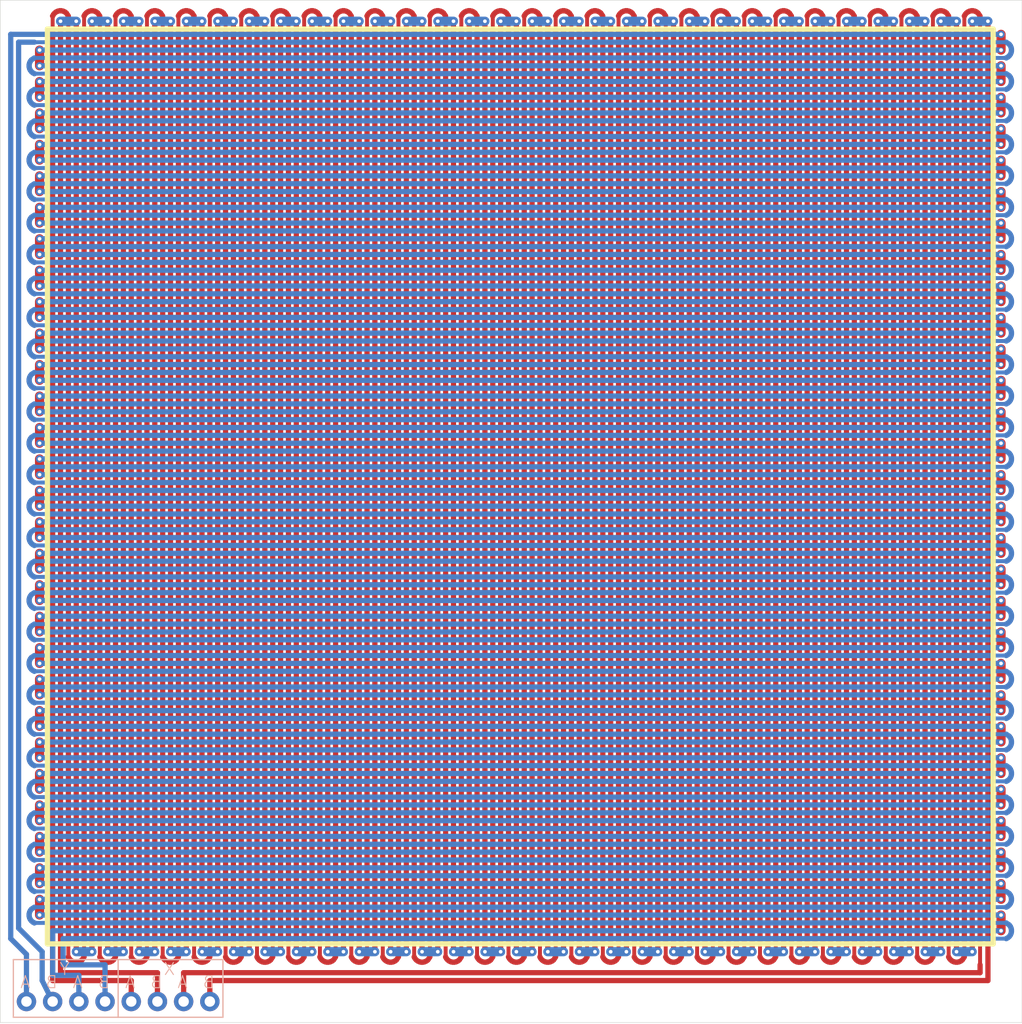
<source format=kicad_pcb>
(kicad_pcb (version 20211014) (generator pcbnew)
  (layers (0 "F.Cu" signal) (31 "B.Cu" signal) (34 "B.Paste" user) (35 "F.Paste" user) (36 "B.SilkS" user "B.Silkscreen") (37 "F.SilkS" user "F.Silkscreen") (38 "B.Mask" user) (39 "F.Mask" user) (44 "Edge.Cuts" user))
  (net 0 "")
  (net 1 "X1")
  (net 2 "X2")
  (net 3 "Y1")
  (net 4 "Y2")
  (footprint "mgpcbw02:1X02_NO_SILK" (layer "F.Cu") (at 116.7511 152.5016)
    (fp_text reference "XE0" hide)
    (fp_text value "")
  )
  (footprint "mgpcbw02:1X02_NO_SILK" (layer "F.Cu") (at 111.6711 152.5016)
    (fp_text reference "XS0" hide)
    (fp_text value "")
  )
  (footprint "mgpcbw02:1X02_NO_SILK" (layer "F.Cu") (at 109.1311 152.5016 180)
    (fp_text reference "XE1" hide)
    (fp_text value "")
  )
  (footprint "mgpcbw02:1X02_NO_SILK" (layer "F.Cu") (at 104.0511 152.5016 180)
    (fp_text reference "XS1" hide)
    (fp_text value "")
  )
  (gr_line (start 100.2411 148.4376) (end 100.2411 154.0256) (layer "B.SilkS") (width 0.127))
  (gr_line (start 100.2411 154.0256) (end 110.4011 154.0256) (layer "B.SilkS") (width 0.127))
  (gr_line (start 110.4011 154.0256) (end 120.5611 154.0256) (layer "B.SilkS") (width 0.127))
  (gr_line (start 110.4011 148.4376) (end 100.2411 148.4376) (layer "B.SilkS") (width 0.127))
  (gr_line (start 120.5611 154.0256) (end 120.5611 148.4376) (layer "B.SilkS") (width 0.127))
  (gr_line (start 120.5611 148.4376) (end 110.4011 148.4376) (layer "B.SilkS") (width 0.127))
  (gr_line (start 110.4011 154.0256) (end 110.4011 148.4376) (layer "B.SilkS") (width 0.127))
  (gr_line (start 103.5431 58.2676) (end 103.5431 146.9136) (layer "F.SilkS") (width 0.508))
  (gr_line (start 103.5431 146.9136) (end 195.2371 146.9136) (layer "F.SilkS") (width 0.508))
  (gr_line (start 195.2371 58.2676) (end 103.5431 58.2676) (layer "F.SilkS") (width 0.508))
  (gr_line (start 195.2371 146.9136) (end 195.2371 58.2676) (layer "F.SilkS") (width 0.508))
  (gr_line (start 198.0311 154.5336) (end 98.9711 154.5336) (layer "Edge.Cuts") (width 0.05))
  (gr_line (start 98.9711 154.5336) (end 98.9711 55.4736) (layer "Edge.Cuts") (width 0.05))
  (gr_line (start 198.0311 55.4736) (end 198.0311 154.5336) (layer "Edge.Cuts") (width 0.05))
  (gr_line (start 98.9711 55.4736) (end 198.0311 55.4736) (layer "Edge.Cuts") (width 0.05))
  (gr_text "B" (at 109.02315 150.622) (layer "B.SilkS") (effects (font (size 1.1684 1.1684) (thickness 0.1016)) (justify mirror)))
  (gr_text "A" (at 101.40315 150.622) (layer "B.SilkS") (effects (font (size 1.1684 1.1684) (thickness 0.1016)) (justify mirror)))
  (gr_text "A" (at 106.48315 150.622) (layer "B.SilkS") (effects (font (size 1.1684 1.1684) (thickness 0.1016)) (justify mirror)))
  (gr_text "B" (at 119.18315 150.622) (layer "B.SilkS") (effects (font (size 1.1684 1.1684) (thickness 0.1016)) (justify mirror)))
  (gr_text "B" (at 103.94315 150.622) (layer "B.SilkS") (effects (font (size 1.1684 1.1684) (thickness 0.1016)) (justify mirror)))
  (gr_text "A" (at 116.64315 150.622) (layer "B.SilkS") (effects (font (size 1.1684 1.1684) (thickness 0.1016)) (justify mirror)))
  (gr_text "Y" (at 105.21315 149.352) (layer "B.SilkS") (effects (font (size 1.1684 1.1684) (thickness 0.1016)) (justify mirror)))
  (gr_text "B" (at 114.10315 150.622) (layer "B.SilkS") (effects (font (size 1.1684 1.1684) (thickness 0.1016)) (justify mirror)))
  (gr_text "A" (at 111.56315 150.622) (layer "B.SilkS") (effects (font (size 1.1684 1.1684) (thickness 0.1016)) (justify mirror)))
  (gr_text "X" (at 115.37315 149.352) (layer "B.SilkS") (effects (font (size 1.1684 1.1684) (thickness 0.1016)) (justify mirror)))
  (segment (start 137.378806 148.471027) (end 137.5791 148.1836) (width 0.508) (layer "F.Cu") (net 1))
  (segment (start 110.1471 58.2676) (end 110.1471 56.9976) (width 0.381) (layer "F.Cu") (net 1))
  (segment (start 143.6751 148.1836) (end 143.6751 146.6596) (width 0.381) (layer "F.Cu") (net 1))
  (segment (start 109.946806 148.471027) (end 110.1471 148.1836) (width 0.508) (layer "F.Cu") (net 1))
  (segment (start 106.757653 148.576442) (end 106.898806 148.471027) (width 0.508) (layer "F.Cu") (net 1))
  (segment (start 109.645346 148.649504) (end 109.805653 148.576442) (width 0.508) (layer "F.Cu") (net 1))
  (segment (start 171.191823 56.84314) (end 171.307393 56.710174) (width 0.508) (layer "F.Cu") (net 1))
  (segment (start 172.6311 146.6596) (end 172.6311 148.1836) (width 0.381) (layer "F.Cu") (net 1))
  (segment (start 108.6231 146.6596) (end 108.6231 148.1836) (width 0.381) (layer "F.Cu") (net 1))
  (segment (start 190.245185 56.494314) (end 190.417345 56.531696) (width 0.508) (layer "F.Cu") (net 1))
  (segment (start 157.3911 148.1836) (end 157.3911 148.1836) (width 0.508) (layer "F.Cu") (net 1))
  (segment (start 146.381653 148.576442) (end 146.522806 148.471027) (width 0.508) (layer "F.Cu") (net 1))
  (segment (start 175.337652 56.604758) (end 175.478805 56.710173) (width 0.508) (layer "F.Cu") (net 1))
  (segment (start 176.180854 148.649504) (end 176.353014 148.686887) (width 0.508) (layer "F.Cu") (net 1))
  (segment (start 180.2511 58.2676) (end 180.2511 56.9976) (width 0.381) (layer "F.Cu") (net 1))
  (segment (start 179.749346 148.649504) (end 179.909653 148.576442) (width 0.508) (layer "F.Cu") (net 1))
  (segment (start 172.289652 56.604758) (end 172.430805 56.710173) (width 0.508) (layer "F.Cu") (net 1))
  (segment (start 136.255394 148.471027) (end 136.396547 148.576442) (width 0.508) (layer "F.Cu") (net 1))
  (segment (start 186.3471 56.9976) (end 186.347099 56.997602) (width 0.508) (layer "F.Cu") (net 1))
  (segment (start 167.209014 148.686887) (end 167.385186 148.686887) (width 0.508) (layer "F.Cu") (net 1))
  (segment (start 125.045653 148.576442) (end 125.186806 148.471027) (width 0.508) (layer "F.Cu") (net 1))
  (segment (start 169.667824 148.338061) (end 169.783394 148.471027) (width 0.508) (layer "F.Cu") (net 1))
  (segment (start 163.988854 148.649504) (end 164.161014 148.686887) (width 0.508) (layer "F.Cu") (net 1))
  (segment (start 192.242806 148.471027) (end 192.4431 148.1836) (width 0.508) (layer "F.Cu") (net 1))
  (segment (start 168.059099 56.997602) (end 168.143823 56.84314) (width 0.508) (layer "F.Cu") (net 1))
  (segment (start 151.636547 148.576442) (end 151.796854 148.649504) (width 0.508) (layer "F.Cu") (net 1))
  (segment (start 150.272853 56.531697) (end 150.445013 56.494314) (width 0.508) (layer "F.Cu") (net 1))
  (segment (start 193.625652 56.604758) (end 193.766805 56.710173) (width 0.508) (layer "F.Cu") (net 1))
  (segment (start 158.413346 148.649504) (end 158.573653 148.576442) (width 0.508) (layer "F.Cu") (net 1))
  (segment (start 120.8151 148.1836) (end 120.8151 148.1836) (width 0.508) (layer "F.Cu") (net 1))
  (segment (start 156.067393 56.710174) (end 156.208546 56.604759) (width 0.508) (layer "F.Cu") (net 1))
  (segment (start 130.300547 148.576442) (end 130.460854 148.649504) (width 0.508) (layer "F.Cu") (net 1))
  (segment (start 183.2991 146.6596) (end 183.2991 58.2676) (width 0.508) (layer "F.Cu") (net 1))
  (segment (start 137.077346 148.649504) (end 137.237653 148.576442) (width 0.508) (layer "F.Cu") (net 1))
  (segment (start 134.5311 148.1836) (end 134.5311 146.6596) (width 0.381) (layer "F.Cu") (net 1))
  (segment (start 144.349013 56.494314) (end 144.525185 56.494314) (width 0.508) (layer "F.Cu") (net 1))
  (segment (start 119.2911 56.9976) (end 119.291099 56.997602) (width 0.508) (layer "F.Cu") (net 1))
  (segment (start 113.1951 58.2676) (end 113.1951 56.9976) (width 0.381) (layer "F.Cu") (net 1))
  (segment (start 177.2031 56.9976) (end 177.203099 56.997602) (width 0.508) (layer "F.Cu") (net 1))
  (segment (start 181.975394 148.471027) (end 182.116547 148.576442) (width 0.508) (layer "F.Cu") (net 1))
  (segment (start 146.723099 56.997602) (end 146.807823 56.84314) (width 0.508) (layer "F.Cu") (net 1))
  (segment (start 152.477653 148.576442) (end 152.618806 148.471027) (width 0.508) (layer "F.Cu") (net 1))
  (segment (start 166.5351 146.6596) (end 166.5351 148.1836) (width 0.381) (layer "F.Cu") (net 1))
  (segment (start 163.4871 58.2676) (end 163.4871 146.6596) (width 0.508) (layer "F.Cu") (net 1))
  (segment (start 188.893346 148.649504) (end 189.053653 148.576442) (width 0.508) (layer "F.Cu") (net 1))
  (segment (start 118.441014 148.686887) (end 118.617186 148.686887) (width 0.508) (layer "F.Cu") (net 1))
  (segment (start 180.2511 146.6596) (end 180.2511 58.2676) (width 0.508) (layer "F.Cu") (net 1))
  (segment (start 123.947824 148.338061) (end 124.063394 148.471027) (width 0.508) (layer "F.Cu") (net 1))
  (segment (start 119.2911 148.1836) (end 119.2911 146.6596) (width 0.381) (layer "F.Cu") (net 1))
  (segment (start 124.063394 148.471027) (end 124.204547 148.576442) (width 0.508) (layer "F.Cu") (net 1))
  (segment (start 114.518805 56.710173) (end 114.7191 56.9976) (width 0.508) (layer "F.Cu") (net 1))
  (segment (start 136.0551 58.2676) (end 136.0551 146.6596) (width 0.508) (layer "F.Cu") (net 1))
  (segment (start 177.877013 56.494314) (end 178.053185 56.494314) (width 0.508) (layer "F.Cu") (net 1))
  (segment (start 110.488546 56.604759) (end 110.648853 56.531697) (width 0.508) (layer "F.Cu") (net 1))
  (segment (start 180.2511 148.1836) (end 180.2511 146.6596) (width 0.381) (layer "F.Cu") (net 1))
  (segment (start 179.228854 148.649504) (end 179.401014 148.686887) (width 0.508) (layer "F.Cu") (net 1))
  (segment (start 148.748854 148.649504) (end 148.921014 148.686887) (width 0.508) (layer "F.Cu") (net 1))
  (segment (start 164.509346 148.649504) (end 164.669653 148.576442) (width 0.508) (layer "F.Cu") (net 1))
  (segment (start 184.8231 56.9976) (end 184.8231 58.2676) (width 0.381) (layer "F.Cu") (net 1))
  (segment (start 139.1031 146.6596) (end 139.1031 148.1836) (width 0.381) (layer "F.Cu") (net 1))
  (segment (start 192.443099 56.997602) (end 192.527823 56.84314) (width 0.508) (layer "F.Cu") (net 1))
  (segment (start 133.091824 148.338061) (end 133.207394 148.471027) (width 0.508) (layer "F.Cu") (net 1))
  (segment (start 191.260547 148.576442) (end 191.420854 148.649504) (width 0.508) (layer "F.Cu") (net 1))
  (segment (start 142.1511 56.9976) (end 142.1511 58.2676) (width 0.381) (layer "F.Cu") (net 1))
  (segment (start 131.4831 148.1836) (end 131.4831 146.6596) (width 0.381) (layer "F.Cu") (net 1))
  (segment (start 155.8671 58.2676) (end 155.8671 56.9976) (width 0.381) (layer "F.Cu") (net 1))
  (segment (start 153.160546 56.604759) (end 153.320853 56.531697) (width 0.508) (layer "F.Cu") (net 1))
  (segment (start 134.5311 56.9976) (end 134.531099 56.997602) (width 0.508) (layer "F.Cu") (net 1))
  (segment (start 131.282806 148.471027) (end 131.4831 148.1836) (width 0.508) (layer "F.Cu") (net 1))
  (segment (start 137.579099 56.997602) (end 137.663823 56.84314) (width 0.508) (layer "F.Cu") (net 1))
  (segment (start 129.109013 56.494314) (end 129.285185 56.494314) (width 0.508) (layer "F.Cu") (net 1))
  (segment (start 111.169345 56.531696) (end 111.329652 56.604758) (width 0.508) (layer "F.Cu") (net 1))
  (segment (start 185.164547 148.576442) (end 185.324854 148.649504) (width 0.508) (layer "F.Cu") (net 1))
  (segment (start 181.7751 146.6596) (end 181.7751 148.1836) (width 0.381) (layer "F.Cu") (net 1))
  (segment (start 184.8231 148.1836) (end 184.8231 148.1836) (width 0.508) (layer "F.Cu") (net 1))
  (segment (start 110.821013 56.494314) (end 110.997185 56.494314) (width 0.508) (layer "F.Cu") (net 1))
  (segment (start 133.0071 148.1836) (end 133.091824 148.338061) (width 0.508) (layer "F.Cu") (net 1))
  (segment (start 158.9151 146.6596) (end 158.9151 58.2676) (width 0.508) (layer "F.Cu") (net 1))
  (segment (start 138.601345 56.531696) (end 138.761652 56.604758) (width 0.508) (layer "F.Cu") (net 1))
  (segment (start 119.2911 58.2676) (end 119.2911 56.9976) (width 0.381) (layer "F.Cu") (net 1))
  (segment (start 115.393014 148.686887) (end 115.569186 148.686887) (width 0.508) (layer "F.Cu") (net 1))
  (segment (start 157.591394 148.471027) (end 157.732547 148.576442) (width 0.508) (layer "F.Cu") (net 1))
  (segment (start 183.098806 148.471027) (end 183.2991 148.1836) (width 0.508) (layer "F.Cu") (net 1))
  (segment (start 173.653346 148.649504) (end 173.813653 148.576442) (width 0.508) (layer "F.Cu") (net 1))
  (segment (start 155.525653 148.576442) (end 155.666806 148.471027) (width 0.508) (layer "F.Cu") (net 1))
  (segment (start 150.793345 56.531696) (end 150.953652 56.604758) (width 0.508) (layer "F.Cu") (net 1))
  (segment (start 172.6311 56.9976) (end 172.6311 58.2676) (width 0.381) (layer "F.Cu") (net 1))
  (segment (start 148.2471 146.6596) (end 148.2471 148.1836) (width 0.381) (layer "F.Cu") (net 1))
  (segment (start 156.889345 56.531696) (end 157.049652 56.604758) (width 0.508) (layer "F.Cu") (net 1))
  (segment (start 133.0071 58.2676) (end 133.0071 146.6596) (width 0.508) (layer "F.Cu") (net 1))
  (segment (start 171.957185 56.494314) (end 172.129345 56.531696) (width 0.508) (layer "F.Cu") (net 1))
  (segment (start 106.898806 148.471027) (end 107.0991 148.1836) (width 0.508) (layer "F.Cu") (net 1))
  (segment (start 160.097652 56.604758) (end 160.238805 56.710173) (width 0.508) (layer "F.Cu") (net 1))
  (segment (start 139.1031 148.1836) (end 139.1031 148.1836) (width 0.508) (layer "F.Cu") (net 1))
  (segment (start 145.1991 148.1836) (end 145.1991 148.1836) (width 0.508) (layer "F.Cu") (net 1))
  (segment (start 125.387099 56.997602) (end 125.471823 56.84314) (width 0.508) (layer "F.Cu") (net 1))
  (segment (start 118.949653 148.576442) (end 119.090806 148.471027) (width 0.508) (layer "F.Cu") (net 1))
  (segment (start 143.001186 148.686887) (end 143.173346 148.649504) (width 0.508) (layer "F.Cu") (net 1))
  (segment (start 149.7711 148.1836) (end 149.7711 146.6596) (width 0.381) (layer "F.Cu") (net 1))
  (segment (start 154.844854 148.649504) (end 155.017014 148.686887) (width 0.508) (layer "F.Cu") (net 1))
  (segment (start 130.633014 148.686887) (end 130.809186 148.686887) (width 0.508) (layer "F.Cu") (net 1))
  (segment (start 126.409345 56.531696) (end 126.569652 56.604758) (width 0.508) (layer "F.Cu") (net 1))
  (segment (start 178.526805 56.710173) (end 178.7271 56.9976) (width 0.508) (layer "F.Cu") (net 1))
  (segment (start 184.8231 146.6596) (end 184.8231 148.1836) (width 0.381) (layer "F.Cu") (net 1))
  (segment (start 155.365346 148.649504) (end 155.525653 148.576442) (width 0.508) (layer "F.Cu") (net 1))
  (segment (start 173.305014 148.686887) (end 173.481186 148.686887) (width 0.508) (layer "F.Cu") (net 1))
  (segment (start 181.7751 148.1836) (end 181.7751 148.1836) (width 0.508) (layer "F.Cu") (net 1))
  (segment (start 185.324854 148.649504) (end 185.497014 148.686887) (width 0.508) (layer "F.Cu") (net 1))
  (segment (start 126.061013 56.494314) (end 126.237185 56.494314) (width 0.508) (layer "F.Cu") (net 1))
  (segment (start 168.0591 148.1836) (end 168.0591 146.6596) (width 0.381) (layer "F.Cu") (net 1))
  (segment (start 164.669653 148.576442) (end 164.810806 148.471027) (width 0.508) (layer "F.Cu") (net 1))
  (segment (start 122.3391 146.6596) (end 122.3391 58.2676) (width 0.508) (layer "F.Cu") (net 1))
  (segment (start 104.0511 56.9976) (end 104.0511 58.2676) (width 0.381) (layer "F.Cu") (net 1))
  (segment (start 145.1991 146.6596) (end 145.1991 148.1836) (width 0.381) (layer "F.Cu") (net 1))
  (segment (start 127.761186 148.686887) (end 127.933346 148.649504) (width 0.508) (layer "F.Cu") (net 1))
  (segment (start 191.941346 148.649504) (end 192.101653 148.576442) (width 0.508) (layer "F.Cu") (net 1))
  (segment (start 182.276854 148.649504) (end 182.449014 148.686887) (width 0.508) (layer "F.Cu") (net 1))
  (segment (start 186.3471 148.1836) (end 186.3471 146.6596) (width 0.381) (layer "F.Cu") (net 1))
  (segment (start 122.539393 56.710174) (end 122.680546 56.604759) (width 0.508) (layer "F.Cu") (net 1))
  (segment (start 177.403393 56.710174) (end 177.544546 56.604759) (width 0.508) (layer "F.Cu") (net 1))
  (segment (start 169.783394 148.471027) (end 169.924547 148.576442) (width 0.508) (layer "F.Cu") (net 1))
  (segment (start 136.0551 148.1836) (end 136.0551 148.1836) (width 0.508) (layer "F.Cu") (net 1))
  (segment (start 188.545014 148.686887) (end 188.721186 148.686887) (width 0.508) (layer "F.Cu") (net 1))
  (segment (start 174.496546 56.604759) (end 174.656853 56.531697) (width 0.508) (layer "F.Cu") (net 1))
  (segment (start 168.733013 56.494314) (end 168.909185 56.494314) (width 0.508) (layer "F.Cu") (net 1))
  (segment (start 123.8631 58.2676) (end 123.8631 146.6596) (width 0.508) (layer "F.Cu") (net 1))
  (segment (start 162.985345 56.531696) (end 163.145652 56.604758) (width 0.508) (layer "F.Cu") (net 1))
  (segment (start 145.540547 148.576442) (end 145.700854 148.649504) (width 0.508) (layer "F.Cu") (net 1))
  (segment (start 131.567823 56.84314) (end 131.683393 56.710174) (width 0.508) (layer "F.Cu") (net 1))
  (segment (start 131.683393 56.710174) (end 131.824546 56.604759) (width 0.508) (layer "F.Cu") (net 1))
  (segment (start 121.837346 148.649504) (end 121.997653 148.576442) (width 0.508) (layer "F.Cu") (net 1))
  (segment (start 155.867099 56.997602) (end 155.951823 56.84314) (width 0.508) (layer "F.Cu") (net 1))
  (segment (start 154.543394 148.471027) (end 154.684547 148.576442) (width 0.508) (layer "F.Cu") (net 1))
  (segment (start 190.577652 56.604758) (end 190.718805 56.710173) (width 0.508) (layer "F.Cu") (net 1))
  (segment (start 166.735394 148.471027) (end 166.876547 148.576442) (width 0.508) (layer "F.Cu") (net 1))
  (segment (start 112.853653 148.576442) (end 112.994806 148.471027) (width 0.508) (layer "F.Cu") (net 1))
  (segment (start 105.073345 56.531696) (end 105.233652 56.604758) (width 0.508) (layer "F.Cu") (net 1))
  (segment (start 185.023394 148.471027) (end 185.164547 148.576442) (width 0.508) (layer "F.Cu") (net 1))
  (segment (start 169.081345 56.531696) (end 169.241652 56.604758) (width 0.508) (layer "F.Cu") (net 1))
  (segment (start 174.829013 56.494314) (end 175.005185 56.494314) (width 0.508) (layer "F.Cu") (net 1))
  (segment (start 177.2031 148.1836) (end 177.2031 146.6596) (width 0.381) (layer "F.Cu") (net 1))
  (segment (start 170.765653 148.576442) (end 170.906806 148.471027) (width 0.508) (layer "F.Cu") (net 1))
  (segment (start 164.161014 148.686887) (end 164.337186 148.686887) (width 0.508) (layer "F.Cu") (net 1))
  (segment (start 136.396547 148.576442) (end 136.556854 148.649504) (width 0.508) (layer "F.Cu") (net 1))
  (segment (start 155.666806 148.471027) (end 155.8671 148.1836) (width 0.508) (layer "F.Cu") (net 1))
  (segment (start 149.971393 56.710174) (end 150.112546 56.604759) (width 0.508) (layer "F.Cu") (net 1))
  (segment (start 184.149185 56.494314) (end 184.321345 56.531696) (width 0.508) (layer "F.Cu") (net 1))
  (segment (start 129.9591 148.1836) (end 129.9591 148.1836) (width 0.508) (layer "F.Cu") (net 1))
  (segment (start 113.279823 56.84314) (end 113.395393 56.710174) (width 0.508) (layer "F.Cu") (net 1))
  (segment (start 177.704853 56.531697) (end 177.877013 56.494314) (width 0.508) (layer "F.Cu") (net 1))
  (segment (start 113.869013 56.494314) (end 114.045185 56.494314) (width 0.508) (layer "F.Cu") (net 1))
  (segment (start 182.449014 148.686887) (end 182.625186 148.686887) (width 0.508) (layer "F.Cu") (net 1))
  (segment (start 119.375823 56.84314) (end 119.491393 56.710174) (width 0.508) (layer "F.Cu") (net 1))
  (segment (start 154.001652 56.604758) (end 154.142805 56.710173) (width 0.508) (layer "F.Cu") (net 1))
  (segment (start 186.146806 148.471027) (end 186.3471 148.1836) (width 0.508) (layer "F.Cu") (net 1))
  (segment (start 141.950805 56.710173) (end 142.1511 56.9976) (width 0.508) (layer "F.Cu") (net 1))
  (segment (start 107.0991 58.2676) (end 107.0991 56.9976) (width 0.381) (layer "F.Cu") (net 1))
  (segment (start 121.015394 148.471027) (end 121.156547 148.576442) (width 0.508) (layer "F.Cu") (net 1))
  (segment (start 186.347099 56.997602) (end 186.431823 56.84314) (width 0.508) (layer "F.Cu") (net 1))
  (segment (start 125.587393 56.710174) (end 125.728546 56.604759) (width 0.508) (layer "F.Cu") (net 1))
  (segment (start 162.464853 56.531697) (end 162.637013 56.494314) (width 0.508) (layer "F.Cu") (net 1))
  (segment (start 153.019393 56.710174) (end 153.160546 56.604759) (width 0.508) (layer "F.Cu") (net 1))
  (segment (start 160.780547 148.576442) (end 160.940854 148.649504) (width 0.508) (layer "F.Cu") (net 1))
  (segment (start 171.107099 56.997602) (end 171.191823 56.84314) (width 0.508) (layer "F.Cu") (net 1))
  (segment (start 134.5311 58.2676) (end 134.5311 56.9976) (width 0.381) (layer "F.Cu") (net 1))
  (segment (start 174.1551 148.1836) (end 174.1551 146.6596) (width 0.381) (layer "F.Cu") (net 1))
  (segment (start 139.1031 56.9976) (end 139.1031 58.2676) (width 0.381) (layer "F.Cu") (net 1))
  (segment (start 151.969014 148.686887) (end 152.145186 148.686887) (width 0.508) (layer "F.Cu") (net 1))
  (segment (start 140.6271 146.6596) (end 140.6271 58.2676) (width 0.508) (layer "F.Cu") (net 1))
  (segment (start 134.872546 56.604759) (end 135.032853 56.531697) (width 0.508) (layer "F.Cu") (net 1))
  (segment (start 110.1471 56.9976) (end 110.147099 56.997602) (width 0.508) (layer "F.Cu") (net 1))
  (segment (start 117.7671 58.2676) (end 117.7671 146.6596) (width 0.508) (layer "F.Cu") (net 1))
  (segment (start 105.233652 56.604758) (end 105.374805 56.710173) (width 0.508) (layer "F.Cu") (net 1))
  (segment (start 170.433186 148.686887) (end 170.605346 148.649504) (width 0.508) (layer "F.Cu") (net 1))
  (segment (start 154.3431 146.6596) (end 154.3431 148.1836) (width 0.381) (layer "F.Cu") (net 1))
  (segment (start 191.593014 148.686887) (end 191.769186 148.686887) (width 0.508) (layer "F.Cu") (net 1))
  (segment (start 115.901653 148.576442) (end 116.042806 148.471027) (width 0.508) (layer "F.Cu") (net 1))
  (segment (start 142.652854 148.649504) (end 142.825014 148.686887) (width 0.508) (layer "F.Cu") (net 1))
  (segment (start 161.9631 146.6596) (end 161.9631 58.2676) (width 0.508) (layer "F.Cu") (net 1))
  (segment (start 141.477185 56.494314) (end 141.649345 56.531696) (width 0.508) (layer "F.Cu") (net 1))
  (segment (start 163.828547 148.576442) (end 163.988854 148.649504) (width 0.508) (layer "F.Cu") (net 1))
  (segment (start 152.903823 56.84314) (end 153.019393 56.710174) (width 0.508) (layer "F.Cu") (net 1))
  (segment (start 181.433652 56.604758) (end 181.574805 56.710173) (width 0.508) (layer "F.Cu") (net 1))
  (segment (start 117.265345 56.531696) (end 117.425652 56.604758) (width 0.508) (layer "F.Cu") (net 1))
  (segment (start 191.119394 148.471027) (end 191.260547 148.576442) (width 0.508) (layer "F.Cu") (net 1))
  (segment (start 185.673186 148.686887) (end 185.845346 148.649504) (width 0.508) (layer "F.Cu") (net 1))
  (segment (start 171.307393 56.710174) (end 171.448546 56.604759) (width 0.508) (layer "F.Cu") (net 1))
  (segment (start 149.097186 148.686887) (end 149.269346 148.649504) (width 0.508) (layer "F.Cu") (net 1))
  (segment (start 113.536546 56.604759) (end 113.696853 56.531697) (width 0.508) (layer "F.Cu") (net 1))
  (segment (start 115.741346 148.649504) (end 115.901653 148.576442) (width 0.508) (layer "F.Cu") (net 1))
  (segment (start 123.013013 56.494314) (end 123.189185 56.494314) (width 0.508) (layer "F.Cu") (net 1))
  (segment (start 147.064546 56.604759) (end 147.224853 56.531697) (width 0.508) (layer "F.Cu") (net 1))
  (segment (start 146.7231 58.2676) (end 146.7231 56.9976) (width 0.381) (layer "F.Cu") (net 1))
  (segment (start 187.369345 56.531696) (end 187.529652 56.604758) (width 0.508) (layer "F.Cu") (net 1))
  (segment (start 120.899824 148.338061) (end 121.015394 148.471027) (width 0.508) (layer "F.Cu") (net 1))
  (segment (start 169.5831 58.2676) (end 169.5831 146.6596) (width 0.508) (layer "F.Cu") (net 1))
  (segment (start 116.584546 56.604759) (end 116.744853 56.531697) (width 0.508) (layer "F.Cu") (net 1))
  (segment (start 117.7671 56.9976) (end 117.7671 58.2676) (width 0.381) (layer "F.Cu") (net 1))
  (segment (start 182.957653 148.576442) (end 183.098806 148.471027) (width 0.508) (layer "F.Cu") (net 1))
  (segment (start 189.3951 146.6596) (end 189.3951 58.2676) (width 0.508) (layer "F.Cu") (net 1))
  (segment (start 121.156547 148.576442) (end 121.316854 148.649504) (width 0.508) (layer "F.Cu") (net 1))
  (segment (start 135.032853 56.531697) (end 135.205013 56.494314) (width 0.508) (layer "F.Cu") (net 1))
  (segment (start 124.204547 148.576442) (end 124.364854 148.649504) (width 0.508) (layer "F.Cu") (net 1))
  (segment (start 134.531099 56.997602) (end 134.615823 56.84314) (width 0.508) (layer "F.Cu") (net 1))
  (segment (start 129.457345 56.531696) (end 129.617652 56.604758) (width 0.508) (layer "F.Cu") (net 1))
  (segment (start 116.7511 149.7076) (end 193.9671 149.7076) (width 0.508) (layer "F.Cu") (net 1))
  (segment (start 118.108547 148.576442) (end 118.268854 148.649504) (width 0.508) (layer "F.Cu") (net 1))
  (segment (start 138.080853 56.531697) (end 138.253013 56.494314) (width 0.508) (layer "F.Cu") (net 1))
  (segment (start 141.301013 56.494314) (end 141.477185 56.494314) (width 0.508) (layer "F.Cu") (net 1))
  (segment (start 180.752853 56.531697) (end 180.925013 56.494314) (width 0.508) (layer "F.Cu") (net 1))
  (segment (start 152.145186 148.686887) (end 152.317346 148.649504) (width 0.508) (layer "F.Cu") (net 1))
  (segment (start 108.281652 56.604758) (end 108.422805 56.710173) (width 0.508) (layer "F.Cu") (net 1))
  (segment (start 108.6231 58.2676) (end 108.6231 146.6596) (width 0.508) (layer "F.Cu") (net 1))
  (segment (start 193.9671 56.9976) (end 193.9671 58.2676) (width 0.381) (layer "F.Cu") (net 1))
  (segment (start 116.7511 152.5016) (end 116.7511 149.7076) (width 0.508) (layer "F.Cu") (net 1))
  (segment (start 141.128853 56.531697) (end 141.301013 56.494314) (width 0.508) (layer "F.Cu") (net 1))
  (segment (start 142.235824 148.338061) (end 142.351394 148.471027) (width 0.508) (layer "F.Cu") (net 1))
  (segment (start 149.771099 56.997602) (end 149.855823 56.84314) (width 0.508) (layer "F.Cu") (net 1))
  (segment (start 118.789346 148.649504) (end 118.949653 148.576442) (width 0.508) (layer "F.Cu") (net 1))
  (segment (start 166.619824 148.338061) (end 166.735394 148.471027) (width 0.508) (layer "F.Cu") (net 1))
  (segment (start 142.492547 148.576442) (end 142.652854 148.649504) (width 0.508) (layer "F.Cu") (net 1))
  (segment (start 149.7711 56.9976) (end 149.771099 56.997602) (width 0.508) (layer "F.Cu") (net 1))
  (segment (start 157.892854 148.649504) (end 158.065014 148.686887) (width 0.508) (layer "F.Cu") (net 1))
  (segment (start 134.615823 56.84314) (end 134.731393 56.710174) (width 0.508) (layer "F.Cu") (net 1))
  (segment (start 109.473186 148.686887) (end 109.645346 148.649504) (width 0.508) (layer "F.Cu") (net 1))
  (segment (start 140.6271 148.1836) (end 140.6271 146.6596) (width 0.381) (layer "F.Cu") (net 1))
  (segment (start 154.3431 148.1836) (end 154.3431 148.1836) (width 0.508) (layer "F.Cu") (net 1))
  (segment (start 148.921014 148.686887) (end 149.097186 148.686887) (width 0.508) (layer "F.Cu") (net 1))
  (segment (start 122.3391 58.2676) (end 122.3391 56.9976) (width 0.381) (layer "F.Cu") (net 1))
  (segment (start 109.124854 148.649504) (end 109.297014 148.686887) (width 0.508) (layer "F.Cu") (net 1))
  (segment (start 116.243099 56.997602) (end 116.327823 56.84314) (width 0.508) (layer "F.Cu") (net 1))
  (segment (start 126.569652 56.604758) (end 126.710805 56.710173) (width 0.508) (layer "F.Cu") (net 1))
  (segment (start 192.643393 56.710174) (end 192.784546 56.604759) (width 0.508) (layer "F.Cu") (net 1))
  (segment (start 122.138806 148.471027) (end 122.3391 148.1836) (width 0.508) (layer "F.Cu") (net 1))
  (segment (start 178.7271 148.1836) (end 178.811824 148.338061) (width 0.508) (layer "F.Cu") (net 1))
  (segment (start 106.425186 148.686887) (end 106.597346 148.649504) (width 0.508) (layer "F.Cu") (net 1))
  (segment (start 193.766805 56.710173) (end 193.9671 56.9976) (width 0.508) (layer "F.Cu") (net 1))
  (segment (start 169.5831 148.1836) (end 169.667824 148.338061) (width 0.508) (layer "F.Cu") (net 1))
  (segment (start 166.033345 56.531696) (end 166.193652 56.604758) (width 0.508) (layer "F.Cu") (net 1))
  (segment (start 168.909185 56.494314) (end 169.081345 56.531696) (width 0.508) (layer "F.Cu") (net 1))
  (segment (start 127.412854 148.649504) (end 127.585014 148.686887) (width 0.508) (layer "F.Cu") (net 1))
  (segment (start 157.3911 146.6596) (end 157.3911 148.1836) (width 0.381) (layer "F.Cu") (net 1))
  (segment (start 165.0111 56.9976) (end 165.011099 56.997602) (width 0.508) (layer "F.Cu") (net 1))
  (segment (start 178.225345 56.531696) (end 178.385652 56.604758) (width 0.508) (layer "F.Cu") (net 1))
  (segment (start 130.043824 148.338061) (end 130.159394 148.471027) (width 0.508) (layer "F.Cu") (net 1))
  (segment (start 106.249014 148.686887) (end 106.425186 148.686887) (width 0.508) (layer "F.Cu") (net 1))
  (segment (start 114.803824 148.338061) (end 114.919394 148.471027) (width 0.508) (layer "F.Cu") (net 1))
  (segment (start 120.473652 56.604758) (end 120.614805 56.710173) (width 0.508) (layer "F.Cu") (net 1))
  (segment (start 129.9591 58.2676) (end 129.9591 146.6596) (width 0.508) (layer "F.Cu") (net 1))
  (segment (start 111.6711 150.4696) (end 111.6711 152.5016) (width 0.508) (layer "F.Cu") (net 1))
  (segment (start 165.0111 148.1836) (end 165.0111 146.6596) (width 0.381) (layer "F.Cu") (net 1))
  (segment (start 178.053185 56.494314) (end 178.225345 56.531696) (width 0.508) (layer "F.Cu") (net 1))
  (segment (start 187.8711 58.2676) (end 187.8711 146.6596) (width 0.508) (layer "F.Cu") (net 1))
  (segment (start 119.491393 56.710174) (end 119.632546 56.604759) (width 0.508) (layer "F.Cu") (net 1))
  (segment (start 171.1071 148.1836) (end 171.1071 146.6596) (width 0.381) (layer "F.Cu") (net 1))
  (segment (start 152.317346 148.649504) (end 152.477653 148.576442) (width 0.508) (layer "F.Cu") (net 1))
  (segment (start 183.383823 56.84314) (end 183.499393 56.710174) (width 0.508) (layer "F.Cu") (net 1))
  (segment (start 158.241186 148.686887) (end 158.413346 148.649504) (width 0.508) (layer "F.Cu") (net 1))
  (segment (start 120.8151 56.9976) (end 120.8151 58.2676) (width 0.381) (layer "F.Cu") (net 1))
  (segment (start 159.416853 56.531697) (end 159.589013 56.494314) (width 0.508) (layer "F.Cu") (net 1))
  (segment (start 178.385652 56.604758) (end 178.526805 56.710173) (width 0.508) (layer "F.Cu") (net 1))
  (segment (start 187.529652 56.604758) (end 187.670805 56.710173) (width 0.508) (layer "F.Cu") (net 1))
  (segment (start 161.621653 148.576442) (end 161.762806 148.471027) (width 0.508) (layer "F.Cu") (net 1))
  (segment (start 187.8711 148.1836) (end 187.8711 148.1836) (width 0.508) (layer "F.Cu") (net 1))
  (segment (start 166.5351 58.2676) (end 166.5351 146.6596) (width 0.508) (layer "F.Cu") (net 1))
  (segment (start 105.5751 148.1836) (end 105.5751 148.1836) (width 0.508) (layer "F.Cu") (net 1))
  (segment (start 137.5791 146.6596) (end 137.5791 58.2676) (width 0.508) (layer "F.Cu") (net 1))
  (segment (start 190.9191 148.1836) (end 191.003824 148.338061) (width 0.508) (layer "F.Cu") (net 1))
  (segment (start 192.101653 148.576442) (end 192.242806 148.471027) (width 0.508) (layer "F.Cu") (net 1))
  (segment (start 168.560853 56.531697) (end 168.733013 56.494314) (width 0.508) (layer "F.Cu") (net 1))
  (segment (start 133.857186 148.686887) (end 134.029346 148.649504) (width 0.508) (layer "F.Cu") (net 1))
  (segment (start 142.825014 148.686887) (end 143.001186 148.686887) (width 0.508) (layer "F.Cu") (net 1))
  (segment (start 163.4871 148.1836) (end 163.4871 148.1836) (width 0.508) (layer "F.Cu") (net 1))
  (segment (start 144.525185 56.494314) (end 144.697345 56.531696) (width 0.508) (layer "F.Cu") (net 1))
  (segment (start 129.9591 56.9976) (end 129.9591 58.2676) (width 0.381) (layer "F.Cu") (net 1))
  (segment (start 173.954806 148.471027) (end 174.1551 148.1836) (width 0.508) (layer "F.Cu") (net 1))
  (segment (start 105.659824 148.338061) (end 105.775394 148.471027) (width 0.508) (layer "F.Cu") (net 1))
  (segment (start 142.351394 148.471027) (end 142.492547 148.576442) (width 0.508) (layer "F.Cu") (net 1))
  (segment (start 193.9671 149.7076) (end 193.9671 148.9456) (width 0.508) (layer "F.Cu") (net 1))
  (segment (start 189.479823 56.84314) (end 189.595393 56.710174) (width 0.508) (layer "F.Cu") (net 1))
  (segment (start 116.327823 56.84314) (end 116.443393 56.710174) (width 0.508) (layer "F.Cu") (net 1))
  (segment (start 151.495394 148.471027) (end 151.636547 148.576442) (width 0.508) (layer "F.Cu") (net 1))
  (segment (start 153.493013 56.494314) (end 153.669185 56.494314) (width 0.508) (layer "F.Cu") (net 1))
  (segment (start 164.337186 148.686887) (end 164.509346 148.649504) (width 0.508) (layer "F.Cu") (net 1))
  (segment (start 107.949185 56.494314) (end 108.121345 56.531696) (width 0.508) (layer "F.Cu") (net 1))
  (segment (start 147.745345 56.531696) (end 147.905652 56.604758) (width 0.508) (layer "F.Cu") (net 1))
  (segment (start 108.823394 148.471027) (end 108.964547 148.576442) (width 0.508) (layer "F.Cu") (net 1))
  (segment (start 165.095823 56.84314) (end 165.211393 56.710174) (width 0.508) (layer "F.Cu") (net 1))
  (segment (start 189.395099 56.997602) (end 189.479823 56.84314) (width 0.508) (layer "F.Cu") (net 1))
  (segment (start 122.840853 56.531697) (end 123.013013 56.494314) (width 0.508) (layer "F.Cu") (net 1))
  (segment (start 122.3391 56.9976) (end 122.339099 56.997602) (width 0.508) (layer "F.Cu") (net 1))
  (segment (start 108.422805 56.710173) (end 108.6231 56.9976) (width 0.508) (layer "F.Cu") (net 1))
  (segment (start 136.139824 148.338061) (end 136.255394 148.471027) (width 0.508) (layer "F.Cu") (net 1))
  (segment (start 169.5831 56.9976) (end 169.5831 58.2676) (width 0.381) (layer "F.Cu") (net 1))
  (segment (start 137.920546 56.604759) (end 138.080853 56.531697) (width 0.508) (layer "F.Cu") (net 1))
  (segment (start 174.155099 56.997602) (end 174.239823 56.84314) (width 0.508) (layer "F.Cu") (net 1))
  (segment (start 104.251393 56.710174) (end 104.392546 56.604759) (width 0.508) (layer "F.Cu") (net 1))
  (segment (start 146.221346 148.649504) (end 146.381653 148.576442) (width 0.508) (layer "F.Cu") (net 1))
  (segment (start 168.143823 56.84314) (end 168.259393 56.710174) (width 0.508) (layer "F.Cu") (net 1))
  (segment (start 168.259393 56.710174) (end 168.400546 56.604759) (width 0.508) (layer "F.Cu") (net 1))
  (segment (start 104.135823 56.84314) (end 104.251393 56.710174) (width 0.508) (layer "F.Cu") (net 1))
  (segment (start 192.784546 56.604759) (end 192.944853 56.531697) (width 0.508) (layer "F.Cu") (net 1))
  (segment (start 176.353014 148.686887) (end 176.529186 148.686887) (width 0.508) (layer "F.Cu") (net 1))
  (segment (start 165.0111 58.2676) (end 165.0111 56.9976) (width 0.381) (layer "F.Cu") (net 1))
  (segment (start 114.919394 148.471027) (end 115.060547 148.576442) (width 0.508) (layer "F.Cu") (net 1))
  (segment (start 111.6711 58.2676) (end 111.6711 146.6596) (width 0.508) (layer "F.Cu") (net 1))
  (segment (start 192.4431 56.9976) (end 192.443099 56.997602) (width 0.508) (layer "F.Cu") (net 1))
  (segment (start 123.8631 56.9976) (end 123.8631 58.2676) (width 0.381) (layer "F.Cu") (net 1))
  (segment (start 147.573185 56.494314) (end 147.745345 56.531696) (width 0.508) (layer "F.Cu") (net 1))
  (segment (start 190.718805 56.710173) (end 190.9191 56.9976) (width 0.508) (layer "F.Cu") (net 1))
  (segment (start 149.570806 148.471027) (end 149.7711 148.1836) (width 0.508) (layer "F.Cu") (net 1))
  (segment (start 136.556854 148.649504) (end 136.729014 148.686887) (width 0.508) (layer "F.Cu") (net 1))
  (segment (start 155.193186 148.686887) (end 155.365346 148.649504) (width 0.508) (layer "F.Cu") (net 1))
  (segment (start 163.4871 148.1836) (end 163.571824 148.338061) (width 0.508) (layer "F.Cu") (net 1))
  (segment (start 174.1551 56.9976) (end 174.155099 56.997602) (width 0.508) (layer "F.Cu") (net 1))
  (segment (start 189.595393 56.710174) (end 189.736546 56.604759) (width 0.508) (layer "F.Cu") (net 1))
  (segment (start 120.8151 58.2676) (end 120.8151 146.6596) (width 0.508) (layer "F.Cu") (net 1))
  (segment (start 163.4871 56.9976) (end 163.4871 58.2676) (width 0.381) (layer "F.Cu") (net 1))
  (segment (start 157.049652 56.604758) (end 157.190805 56.710173) (width 0.508) (layer "F.Cu") (net 1))
  (segment (start 107.299393 56.710174) (end 107.440546 56.604759) (width 0.508) (layer "F.Cu") (net 1))
  (segment (start 169.5831 146.6596) (end 169.5831 148.1836) (width 0.381) (layer "F.Cu") (net 1))
  (segment (start 183.499393 56.710174) (end 183.640546 56.604759) (width 0.508) (layer "F.Cu") (net 1))
  (segment (start 174.656853 56.531697) (end 174.829013 56.494314) (width 0.508) (layer "F.Cu") (net 1))
  (segment (start 139.604854 148.649504) (end 139.777014 148.686887) (width 0.508) (layer "F.Cu") (net 1))
  (segment (start 111.6711 148.1836) (end 111.755824 148.338061) (width 0.508) (layer "F.Cu") (net 1))
  (segment (start 177.002806 148.471027) (end 177.2031 148.1836) (width 0.508) (layer "F.Cu") (net 1))
  (segment (start 186.688546 56.604759) (end 186.848853 56.531697) (width 0.508) (layer "F.Cu") (net 1))
  (segment (start 146.522806 148.471027) (end 146.7231 148.1836) (width 0.508) (layer "F.Cu") (net 1))
  (segment (start 148.2471 148.1836) (end 148.2471 148.1836) (width 0.508) (layer "F.Cu") (net 1))
  (segment (start 130.809186 148.686887) (end 130.981346 148.649504) (width 0.508) (layer "F.Cu") (net 1))
  (segment (start 104.901185 56.494314) (end 105.073345 56.531696) (width 0.508) (layer "F.Cu") (net 1))
  (segment (start 113.1951 148.1836) (end 113.1951 146.6596) (width 0.381) (layer "F.Cu") (net 1))
  (segment (start 142.1511 148.1836) (end 142.235824 148.338061) (width 0.508) (layer "F.Cu") (net 1))
  (segment (start 117.851824 148.338061) (end 117.967394 148.471027) (width 0.508) (layer "F.Cu") (net 1))
  (segment (start 137.779393 56.710174) (end 137.920546 56.604759) (width 0.508) (layer "F.Cu") (net 1))
  (segment (start 128.093653 148.576442) (end 128.234806 148.471027) (width 0.508) (layer "F.Cu") (net 1))
  (segment (start 116.042806 148.471027) (end 116.2431 148.1836) (width 0.508) (layer "F.Cu") (net 1))
  (segment (start 182.116547 148.576442) (end 182.276854 148.649504) (width 0.508) (layer "F.Cu") (net 1))
  (segment (start 186.431823 56.84314) (end 186.547393 56.710174) (width 0.508) (layer "F.Cu") (net 1))
  (segment (start 157.190805 56.710173) (end 157.3911 56.9976) (width 0.508) (layer "F.Cu") (net 1))
  (segment (start 179.577186 148.686887) (end 179.749346 148.649504) (width 0.508) (layer "F.Cu") (net 1))
  (segment (start 169.241652 56.604758) (end 169.382805 56.710173) (width 0.508) (layer "F.Cu") (net 1))
  (segment (start 139.187824 148.338061) (end 139.303394 148.471027) (width 0.508) (layer "F.Cu") (net 1))
  (segment (start 174.1551 146.6596) (end 174.1551 58.2676) (width 0.508) (layer "F.Cu") (net 1))
  (segment (start 137.5791 56.9976) (end 137.579099 56.997602) (width 0.508) (layer "F.Cu") (net 1))
  (segment (start 108.964547 148.576442) (end 109.124854 148.649504) (width 0.508) (layer "F.Cu") (net 1))
  (segment (start 123.361345 56.531696) (end 123.521652 56.604758) (width 0.508) (layer "F.Cu") (net 1))
  (segment (start 188.071394 148.471027) (end 188.212547 148.576442) (width 0.508) (layer "F.Cu") (net 1))
  (segment (start 186.848853 56.531697) (end 187.021013 56.494314) (width 0.508) (layer "F.Cu") (net 1))
  (segment (start 144.697345 56.531696) (end 144.857652 56.604758) (width 0.508) (layer "F.Cu") (net 1))
  (segment (start 135.381185 56.494314) (end 135.553345 56.531696) (width 0.508) (layer "F.Cu") (net 1))
  (segment (start 155.951823 56.84314) (end 156.067393 56.710174) (width 0.508) (layer "F.Cu") (net 1))
  (segment (start 109.297014 148.686887) (end 109.473186 148.686887) (width 0.508) (layer "F.Cu") (net 1))
  (segment (start 157.475824 148.338061) (end 157.591394 148.471027) (width 0.508) (layer "F.Cu") (net 1))
  (segment (start 142.1511 148.1836) (end 142.1511 148.1836) (width 0.508) (layer "F.Cu") (net 1))
  (segment (start 154.3431 56.9976) (end 154.3431 58.2676) (width 0.381) (layer "F.Cu") (net 1))
  (segment (start 178.927394 148.471027) (end 179.068547 148.576442) (width 0.508) (layer "F.Cu") (net 1))
  (segment (start 111.871394 148.471027) (end 112.012547 148.576442) (width 0.508) (layer "F.Cu") (net 1))
  (segment (start 128.936853 56.531697) (end 129.109013 56.494314) (width 0.508) (layer "F.Cu") (net 1))
  (segment (start 187.8711 146.6596) (end 187.8711 148.1836) (width 0.381) (layer "F.Cu") (net 1))
  (segment (start 139.303394 148.471027) (end 139.444547 148.576442) (width 0.508) (layer "F.Cu") (net 1))
  (segment (start 167.557346 148.649504) (end 167.717653 148.576442) (width 0.508) (layer "F.Cu") (net 1))
  (segment (start 171.608853 56.531697) (end 171.781013 56.494314) (width 0.508) (layer "F.Cu") (net 1))
  (segment (start 105.916547 148.576442) (end 106.076854 148.649504) (width 0.508) (layer "F.Cu") (net 1))
  (segment (start 120.141185 56.494314) (end 120.313345 56.531696) (width 0.508) (layer "F.Cu") (net 1))
  (segment (start 176.701346 148.649504) (end 176.861653 148.576442) (width 0.508) (layer "F.Cu") (net 1))
  (segment (start 192.944853 56.531697) (end 193.117013 56.494314) (width 0.508) (layer "F.Cu") (net 1))
  (segment (start 128.234806 148.471027) (end 128.4351 148.1836) (width 0.508) (layer "F.Cu") (net 1))
  (segment (start 144.016546 56.604759) (end 144.176853 56.531697) (width 0.508) (layer "F.Cu") (net 1))
  (segment (start 177.203099 56.997602) (end 177.287823 56.84314) (width 0.508) (layer "F.Cu") (net 1))
  (segment (start 110.997185 56.494314) (end 111.169345 56.531696) (width 0.508) (layer "F.Cu") (net 1))
  (segment (start 106.076854 148.649504) (end 106.249014 148.686887) (width 0.508) (layer "F.Cu") (net 1))
  (segment (start 166.334805 56.710173) (end 166.5351 56.9976) (width 0.508) (layer "F.Cu") (net 1))
  (segment (start 116.744853 56.531697) (end 116.917013 56.494314) (width 0.508) (layer "F.Cu") (net 1))
  (segment (start 178.7271 148.1836) (end 178.7271 148.1836) (width 0.508) (layer "F.Cu") (net 1))
  (segment (start 165.685013 56.494314) (end 165.861185 56.494314) (width 0.508) (layer "F.Cu") (net 1))
  (segment (start 130.460854 148.649504) (end 130.633014 148.686887) (width 0.508) (layer "F.Cu") (net 1))
  (segment (start 145.399394 148.471027) (end 145.540547 148.576442) (width 0.508) (layer "F.Cu") (net 1))
  (segment (start 143.474806 148.471027) (end 143.6751 148.1836) (width 0.508) (layer "F.Cu") (net 1))
  (segment (start 193.465345 56.531696) (end 193.625652 56.604758) (width 0.508) (layer "F.Cu") (net 1))
  (segment (start 181.7751 56.9976) (end 181.7751 58.2676) (width 0.381) (layer "F.Cu") (net 1))
  (segment (start 166.876547 148.576442) (end 167.036854 148.649504) (width 0.508) (layer "F.Cu") (net 1))
  (segment (start 123.662805 56.710173) (end 123.8631 56.9976) (width 0.508) (layer "F.Cu") (net 1))
  (segment (start 193.9671 146.6596) (end 193.9671 148.9456) (width 0.381) (layer "F.Cu") (net 1))
  (segment (start 126.710805 56.710173) (end 126.9111 56.9976) (width 0.508) (layer "F.Cu") (net 1))
  (segment (start 183.299099 56.997602) (end 183.383823 56.84314) (width 0.508) (layer "F.Cu") (net 1))
  (segment (start 175.6791 148.1836) (end 175.6791 148.1836) (width 0.508) (layer "F.Cu") (net 1))
  (segment (start 147.224853 56.531697) (end 147.397013 56.494314) (width 0.508) (layer "F.Cu") (net 1))
  (segment (start 105.374805 56.710173) (end 105.5751 56.9976) (width 0.508) (layer "F.Cu") (net 1))
  (segment (start 116.2431 58.2676) (end 116.2431 56.9976) (width 0.381) (layer "F.Cu") (net 1))
  (segment (start 159.765185 56.494314) (end 159.937345 56.531696) (width 0.508) (layer "F.Cu") (net 1))
  (segment (start 136.0551 56.9976) (end 136.0551 58.2676) (width 0.381) (layer "F.Cu") (net 1))
  (segment (start 111.470805 56.710173) (end 111.6711 56.9976) (width 0.508) (layer "F.Cu") (net 1))
  (segment (start 138.429185 56.494314) (end 138.601345 56.531696) (width 0.508) (layer "F.Cu") (net 1))
  (segment (start 107.183823 56.84314) (end 107.299393 56.710174) (width 0.508) (layer "F.Cu") (net 1))
  (segment (start 184.8231 148.1836) (end 184.907824 148.338061) (width 0.508) (layer "F.Cu") (net 1))
  (segment (start 122.339099 56.997602) (end 122.423823 56.84314) (width 0.508) (layer "F.Cu") (net 1))
  (segment (start 170.257014 148.686887) (end 170.433186 148.686887) (width 0.508) (layer "F.Cu") (net 1))
  (segment (start 107.773013 56.494314) (end 107.949185 56.494314) (width 0.508) (layer "F.Cu") (net 1))
  (segment (start 143.173346 148.649504) (end 143.333653 148.576442) (width 0.508) (layer "F.Cu") (net 1))
  (segment (start 149.429653 148.576442) (end 149.570806 148.471027) (width 0.508) (layer "F.Cu") (net 1))
  (segment (start 165.352546 56.604759) (end 165.512853 56.531697) (width 0.508) (layer "F.Cu") (net 1))
  (segment (start 113.1951 56.9976) (end 113.195099 56.997602) (width 0.508) (layer "F.Cu") (net 1))
  (segment (start 146.7231 56.9976) (end 146.723099 56.997602) (width 0.508) (layer "F.Cu") (net 1))
  (segment (start 189.3951 148.1836) (end 189.3951 146.6596) (width 0.381) (layer "F.Cu") (net 1))
  (segment (start 148.2471 58.2676) (end 148.2471 146.6596) (width 0.508) (layer "F.Cu") (net 1))
  (segment (start 138.902805 56.710173) (end 139.1031 56.9976) (width 0.508) (layer "F.Cu") (net 1))
  (segment (start 176.529186 148.686887) (end 176.701346 148.649504) (width 0.508) (layer "F.Cu") (net 1))
  (segment (start 158.573653 148.576442) (end 158.714806 148.471027) (width 0.508) (layer "F.Cu") (net 1))
  (segment (start 186.3471 146.6596) (end 186.3471 58.2676) (width 0.508) (layer "F.Cu") (net 1))
  (segment (start 125.186806 148.471027) (end 125.3871 148.1836) (width 0.508) (layer "F.Cu") (net 1))
  (segment (start 107.0991 56.9976) (end 107.099099 56.997602) (width 0.508) (layer "F.Cu") (net 1))
  (segment (start 131.141653 148.576442) (end 131.282806 148.471027) (width 0.508) (layer "F.Cu") (net 1))
  (segment (start 149.7711 146.6596) (end 149.7711 58.2676) (width 0.508) (layer "F.Cu") (net 1))
  (segment (start 169.5831 148.1836) (end 169.5831 148.1836) (width 0.508) (layer "F.Cu") (net 1))
  (segment (start 125.3871 146.6596) (end 125.3871 58.2676) (width 0.508) (layer "F.Cu") (net 1))
  (segment (start 131.4831 58.2676) (end 131.4831 56.9976) (width 0.381) (layer "F.Cu") (net 1))
  (segment (start 107.0991 148.1836) (end 107.0991 146.6596) (width 0.381) (layer "F.Cu") (net 1))
  (segment (start 115.569186 148.686887) (end 115.741346 148.649504) (width 0.508) (layer "F.Cu") (net 1))
  (segment (start 125.471823 56.84314) (end 125.587393 56.710174) (width 0.508) (layer "F.Cu") (net 1))
  (segment (start 126.995824 148.338061) (end 127.111394 148.471027) (width 0.508) (layer "F.Cu") (net 1))
  (segment (start 189.736546 56.604759) (end 189.896853 56.531697) (width 0.508) (layer "F.Cu") (net 1))
  (segment (start 189.053653 148.576442) (end 189.194806 148.471027) (width 0.508) (layer "F.Cu") (net 1))
  (segment (start 169.382805 56.710173) (end 169.5831 56.9976) (width 0.508) (layer "F.Cu") (net 1))
  (segment (start 120.8151 146.6596) (end 120.8151 148.1836) (width 0.381) (layer "F.Cu") (net 1))
  (segment (start 157.3911 58.2676) (end 157.3911 146.6596) (width 0.508) (layer "F.Cu") (net 1))
  (segment (start 128.4351 56.9976) (end 128.435099 56.997602) (width 0.508) (layer "F.Cu") (net 1))
  (segment (start 192.4431 148.1836) (end 192.4431 146.6596) (width 0.381) (layer "F.Cu") (net 1))
  (segment (start 135.713652 56.604758) (end 135.854805 56.710173) (width 0.508) (layer "F.Cu") (net 1))
  (segment (start 117.7671 148.1836) (end 117.7671 148.1836) (width 0.508) (layer "F.Cu") (net 1))
  (segment (start 190.9191 56.9976) (end 190.9191 58.2676) (width 0.381) (layer "F.Cu") (net 1))
  (segment (start 116.2431 56.9976) (end 116.243099 56.997602) (width 0.508) (layer "F.Cu") (net 1))
  (segment (start 180.451393 56.710174) (end 180.592546 56.604759) (width 0.508) (layer "F.Cu") (net 1))
  (segment (start 176.861653 148.576442) (end 177.002806 148.471027) (width 0.508) (layer "F.Cu") (net 1))
  (segment (start 128.635393 56.710174) (end 128.776546 56.604759) (width 0.508) (layer "F.Cu") (net 1))
  (segment (start 161.762806 148.471027) (end 161.9631 148.1836) (width 0.508) (layer "F.Cu") (net 1))
  (segment (start 133.0071 56.9976) (end 133.0071 58.2676) (width 0.381) (layer "F.Cu") (net 1))
  (segment (start 187.021013 56.494314) (end 187.197185 56.494314) (width 0.508) (layer "F.Cu") (net 1))
  (segment (start 111.329652 56.604758) (end 111.470805 56.710173) (width 0.508) (layer "F.Cu") (net 1))
  (segment (start 129.285185 56.494314) (end 129.457345 56.531696) (width 0.508) (layer "F.Cu") (net 1))
  (segment (start 165.211393 56.710174) (end 165.352546 56.604759) (width 0.508) (layer "F.Cu") (net 1))
  (segment (start 140.426806 148.471027) (end 140.6271 148.1836) (width 0.508) (layer "F.Cu") (net 1))
  (segment (start 152.8191 148.1836) (end 152.8191 146.6596) (width 0.381) (layer "F.Cu") (net 1))
  (segment (start 105.5751 56.9976) (end 105.5751 58.2676) (width 0.381) (layer "F.Cu") (net 1))
  (segment (start 183.2991 56.9976) (end 183.299099 56.997602) (width 0.508) (layer "F.Cu") (net 1))
  (segment (start 193.293185 56.494314) (end 193.465345 56.531696) (width 0.508) (layer "F.Cu") (net 1))
  (segment (start 114.7191 148.1836) (end 114.803824 148.338061) (width 0.508) (layer "F.Cu") (net 1))
  (segment (start 110.347393 56.710174) (end 110.488546 56.604759) (width 0.508) (layer "F.Cu") (net 1))
  (segment (start 139.777014 148.686887) (end 139.953186 148.686887) (width 0.508) (layer "F.Cu") (net 1))
  (segment (start 163.687394 148.471027) (end 163.828547 148.576442) (width 0.508) (layer "F.Cu") (net 1))
  (segment (start 175.879394 148.471027) (end 176.020547 148.576442) (width 0.508) (layer "F.Cu") (net 1))
  (segment (start 119.792853 56.531697) (end 119.965013 56.494314) (width 0.508) (layer "F.Cu") (net 1))
  (segment (start 143.333653 148.576442) (end 143.474806 148.471027) (width 0.508) (layer "F.Cu") (net 1))
  (segment (start 175.6791 58.2676) (end 175.6791 146.6596) (width 0.508) (layer "F.Cu") (net 1))
  (segment (start 121.665186 148.686887) (end 121.837346 148.649504) (width 0.508) (layer "F.Cu") (net 1))
  (segment (start 159.115393 56.710174) (end 159.256546 56.604759) (width 0.508) (layer "F.Cu") (net 1))
  (segment (start 167.717653 148.576442) (end 167.858806 148.471027) (width 0.508) (layer "F.Cu") (net 1))
  (segment (start 131.483099 56.997602) (end 131.567823 56.84314) (width 0.508) (layer "F.Cu") (net 1))
  (segment (start 157.3911 56.9976) (end 157.3911 58.2676) (width 0.381) (layer "F.Cu") (net 1))
  (segment (start 140.6271 58.2676) (end 140.6271 56.9976) (width 0.381) (layer "F.Cu") (net 1))
  (segment (start 127.111394 148.471027) (end 127.252547 148.576442) (width 0.508) (layer "F.Cu") (net 1))
  (segment (start 160.639394 148.471027) (end 160.780547 148.576442) (width 0.508) (layer "F.Cu") (net 1))
  (segment (start 129.617652 56.604758) (end 129.758805 56.710173) (width 0.508) (layer "F.Cu") (net 1))
  (segment (start 174.1551 58.2676) (end 174.1551 56.9976) (width 0.381) (layer "F.Cu") (net 1))
  (segment (start 173.481186 148.686887) (end 173.653346 148.649504) (width 0.508) (layer "F.Cu") (net 1))
  (segment (start 172.6311 148.1836) (end 172.715824 148.338061) (width 0.508) (layer "F.Cu") (net 1))
  (segment (start 191.003824 148.338061) (end 191.119394 148.471027) (width 0.508) (layer "F.Cu") (net 1))
  (segment (start 104.0511 150.4696) (end 111.6711 150.4696) (width 0.508) (layer "F.Cu") (net 1))
  (segment (start 155.8671 146.6596) (end 155.8671 58.2676) (width 0.508) (layer "F.Cu") (net 1))
  (segment (start 130.159394 148.471027) (end 130.300547 148.576442) (width 0.508) (layer "F.Cu") (net 1))
  (segment (start 120.614805 56.710173) (end 120.8151 56.9976) (width 0.508) (layer "F.Cu") (net 1))
  (segment (start 110.231823 56.84314) (end 110.347393 56.710174) (width 0.508) (layer "F.Cu") (net 1))
  (segment (start 131.4831 56.9976) (end 131.483099 56.997602) (width 0.508) (layer "F.Cu") (net 1))
  (segment (start 126.9111 56.9976) (end 126.9111 58.2676) (width 0.381) (layer "F.Cu") (net 1))
  (segment (start 114.7191 148.1836) (end 114.7191 148.1836) (width 0.508) (layer "F.Cu") (net 1))
  (segment (start 161.113014 148.686887) (end 161.289186 148.686887) (width 0.508) (layer "F.Cu") (net 1))
  (segment (start 140.285653 148.576442) (end 140.426806 148.471027) (width 0.508) (layer "F.Cu") (net 1))
  (segment (start 142.1511 146.6596) (end 142.1511 148.1836) (width 0.381) (layer "F.Cu") (net 1))
  (segment (start 187.955824 148.338061) (end 188.071394 148.471027) (width 0.508) (layer "F.Cu") (net 1))
  (segment (start 160.238805 56.710173) (end 160.4391 56.9976) (width 0.508) (layer "F.Cu") (net 1))
  (segment (start 172.831394 148.471027) (end 172.972547 148.576442) (width 0.508) (layer "F.Cu") (net 1))
  (segment (start 156.717185 56.494314) (end 156.889345 56.531696) (width 0.508) (layer "F.Cu") (net 1))
  (segment (start 187.8711 148.1836) (end 187.955824 148.338061) (width 0.508) (layer "F.Cu") (net 1))
  (segment (start 114.7191 56.9976) (end 114.7191 58.2676) (width 0.381) (layer "F.Cu") (net 1))
  (segment (start 184.907824 148.338061) (end 185.023394 148.471027) (width 0.508) (layer "F.Cu") (net 1))
  (segment (start 170.906806 148.471027) (end 171.1071 148.1836) (width 0.508) (layer "F.Cu") (net 1))
  (segment (start 114.217345 56.531696) (end 114.377652 56.604758) (width 0.508) (layer "F.Cu") (net 1))
  (segment (start 125.3871 148.1836) (end 125.3871 146.6596) (width 0.381) (layer "F.Cu") (net 1))
  (segment (start 171.448546 56.604759) (end 171.608853 56.531697) (width 0.508) (layer "F.Cu") (net 1))
  (segment (start 114.7191 146.6596) (end 114.7191 148.1836) (width 0.381) (layer "F.Cu") (net 1))
  (segment (start 157.732547 148.576442) (end 157.892854 148.649504) (width 0.508) (layer "F.Cu") (net 1))
  (segment (start 130.981346 148.649504) (end 131.141653 148.576442) (width 0.508) (layer "F.Cu") (net 1))
  (segment (start 191.420854 148.649504) (end 191.593014 148.686887) (width 0.508) (layer "F.Cu") (net 1))
  (segment (start 188.212547 148.576442) (end 188.372854 148.649504) (width 0.508) (layer "F.Cu") (net 1))
  (segment (start 180.592546 56.604759) (end 180.752853 56.531697) (width 0.508) (layer "F.Cu") (net 1))
  (segment (start 127.585014 148.686887) (end 127.761186 148.686887) (width 0.508) (layer "F.Cu") (net 1))
  (segment (start 161.9631 148.1836) (end 161.9631 146.6596) (width 0.381) (layer "F.Cu") (net 1))
  (segment (start 110.1471 146.6596) (end 110.1471 58.2676) (width 0.508) (layer "F.Cu") (net 1))
  (segment (start 104.0511 58.2676) (end 104.0511 150.4696) (width 0.508) (layer "F.Cu") (net 1))
  (segment (start 180.050806 148.471027) (end 180.2511 148.1836) (width 0.508) (layer "F.Cu") (net 1))
  (segment (start 155.8671 56.9976) (end 155.867099 56.997602) (width 0.508) (layer "F.Cu") (net 1))
  (segment (start 172.715824 148.338061) (end 172.831394 148.471027) (width 0.508) (layer "F.Cu") (net 1))
  (segment (start 119.291099 56.997602) (end 119.375823 56.84314) (width 0.508) (layer "F.Cu") (net 1))
  (segment (start 177.2031 58.2676) (end 177.2031 56.9976) (width 0.381) (layer "F.Cu") (net 1))
  (segment (start 166.193652 56.604758) (end 166.334805 56.710173) (width 0.508) (layer "F.Cu") (net 1))
  (segment (start 183.640546 56.604759) (end 183.800853 56.531697) (width 0.508) (layer "F.Cu") (net 1))
  (segment (start 175.005185 56.494314) (end 175.177345 56.531696) (width 0.508) (layer "F.Cu") (net 1))
  (segment (start 106.597346 148.649504) (end 106.757653 148.576442) (width 0.508) (layer "F.Cu") (net 1))
  (segment (start 155.8671 148.1836) (end 155.8671 146.6596) (width 0.381) (layer "F.Cu") (net 1))
  (segment (start 142.1511 58.2676) (end 142.1511 146.6596) (width 0.508) (layer "F.Cu") (net 1))
  (segment (start 122.680546 56.604759) (end 122.840853 56.531697) (width 0.508) (layer "F.Cu") (net 1))
  (segment (start 159.937345 56.531696) (end 160.097652 56.604758) (width 0.508) (layer "F.Cu") (net 1))
  (segment (start 145.700854 148.649504) (end 145.873014 148.686887) (width 0.508) (layer "F.Cu") (net 1))
  (segment (start 160.4391 146.6596) (end 160.4391 148.1836) (width 0.381) (layer "F.Cu") (net 1))
  (segment (start 189.3951 56.9976) (end 189.395099 56.997602) (width 0.508) (layer "F.Cu") (net 1))
  (segment (start 126.9111 146.6596) (end 126.9111 148.1836) (width 0.381) (layer "F.Cu") (net 1))
  (segment (start 181.101185 56.494314) (end 181.273345 56.531696) (width 0.508) (layer "F.Cu") (net 1))
  (segment (start 113.395393 56.710174) (end 113.536546 56.604759) (width 0.508) (layer "F.Cu") (net 1))
  (segment (start 105.5751 146.6596) (end 105.5751 148.1836) (width 0.381) (layer "F.Cu") (net 1))
  (segment (start 146.049186 148.686887) (end 146.221346 148.649504) (width 0.508) (layer "F.Cu") (net 1))
  (segment (start 131.824546 56.604759) (end 131.984853 56.531697) (width 0.508) (layer "F.Cu") (net 1))
  (segment (start 125.3871 58.2676) (end 125.3871 56.9976) (width 0.381) (layer "F.Cu") (net 1))
  (segment (start 159.256546 56.604759) (end 159.416853 56.531697) (width 0.508) (layer "F.Cu") (net 1))
  (segment (start 156.368853 56.531697) (end 156.541013 56.494314) (width 0.508) (layer "F.Cu") (net 1))
  (segment (start 105.775394 148.471027) (end 105.916547 148.576442) (width 0.508) (layer "F.Cu") (net 1))
  (segment (start 104.0511 56.9976) (end 104.051099 56.997602) (width 0.508) (layer "F.Cu") (net 1))
  (segment (start 141.809652 56.604758) (end 141.950805 56.710173) (width 0.508) (layer "F.Cu") (net 1))
  (segment (start 166.5351 148.1836) (end 166.5351 148.1836) (width 0.508) (layer "F.Cu") (net 1))
  (segment (start 123.8631 148.1836) (end 123.947824 148.338061) (width 0.508) (layer "F.Cu") (net 1))
  (segment (start 180.925013 56.494314) (end 181.101185 56.494314) (width 0.508) (layer "F.Cu") (net 1))
  (segment (start 175.763824 148.338061) (end 175.879394 148.471027) (width 0.508) (layer "F.Cu") (net 1))
  (segment (start 165.512853 56.531697) (end 165.685013 56.494314) (width 0.508) (layer "F.Cu") (net 1))
  (segment (start 143.675099 56.997602) (end 143.759823 56.84314) (width 0.508) (layer "F.Cu") (net 1))
  (segment (start 161.461346 148.649504) (end 161.621653 148.576442) (width 0.508) (layer "F.Cu") (net 1))
  (segment (start 170.084854 148.649504) (end 170.257014 148.686887) (width 0.508) (layer "F.Cu") (net 1))
  (segment (start 133.207394 148.471027) (end 133.348547 148.576442) (width 0.508) (layer "F.Cu") (net 1))
  (segment (start 150.953652 56.604758) (end 151.094805 56.710173) (width 0.508) (layer "F.Cu") (net 1))
  (segment (start 162.047823 56.84314) (end 162.163393 56.710174) (width 0.508) (layer "F.Cu") (net 1))
  (segment (start 188.721186 148.686887) (end 188.893346 148.649504) (width 0.508) (layer "F.Cu") (net 1))
  (segment (start 113.1951 146.6596) (end 113.1951 58.2676) (width 0.508) (layer "F.Cu") (net 1))
  (segment (start 168.400546 56.604759) (end 168.560853 56.531697) (width 0.508) (layer "F.Cu") (net 1))
  (segment (start 152.8191 58.2676) (end 152.8191 56.9976) (width 0.381) (layer "F.Cu") (net 1))
  (segment (start 119.2911 146.6596) (end 119.2911 58.2676) (width 0.508) (layer "F.Cu") (net 1))
  (segment (start 180.335823 56.84314) (end 180.451393 56.710174) (width 0.508) (layer "F.Cu") (net 1))
  (segment (start 179.909653 148.576442) (end 180.050806 148.471027) (width 0.508) (layer "F.Cu") (net 1))
  (segment (start 116.2431 148.1836) (end 116.2431 146.6596) (width 0.381) (layer "F.Cu") (net 1))
  (segment (start 129.9591 146.6596) (end 129.9591 148.1836) (width 0.381) (layer "F.Cu") (net 1))
  (segment (start 184.321345 56.531696) (end 184.481652 56.604758) (width 0.508) (layer "F.Cu") (net 1))
  (segment (start 134.029346 148.649504) (end 134.189653 148.576442) (width 0.508) (layer "F.Cu") (net 1))
  (segment (start 127.252547 148.576442) (end 127.412854 148.649504) (width 0.508) (layer "F.Cu") (net 1))
  (segment (start 136.905186 148.686887) (end 137.077346 148.649504) (width 0.508) (layer "F.Cu") (net 1))
  (segment (start 139.953186 148.686887) (end 140.125346 148.649504) (width 0.508) (layer "F.Cu") (net 1))
  (segment (start 153.320853 56.531697) (end 153.493013 56.494314) (width 0.508) (layer "F.Cu") (net 1))
  (segment (start 183.2991 148.1836) (end 183.2991 146.6596) (width 0.381) (layer "F.Cu") (net 1))
  (segment (start 181.859824 148.338061) (end 181.975394 148.471027) (width 0.508) (layer "F.Cu") (net 1))
  (segment (start 111.6711 146.6596) (end 111.6711 148.1836) (width 0.381) (layer "F.Cu") (net 1))
  (segment (start 171.1071 146.6596) (end 171.1071 58.2676) (width 0.508) (layer "F.Cu") (net 1))
  (segment (start 151.2951 148.1836) (end 151.2951 148.1836) (width 0.508) (layer "F.Cu") (net 1))
  (segment (start 149.269346 148.649504) (end 149.429653 148.576442) (width 0.508) (layer "F.Cu") (net 1))
  (segment (start 112.693346 148.649504) (end 112.853653 148.576442) (width 0.508) (layer "F.Cu") (net 1))
  (segment (start 126.237185 56.494314) (end 126.409345 56.531696) (width 0.508) (layer "F.Cu") (net 1))
  (segment (start 150.445013 56.494314) (end 150.621185 56.494314) (width 0.508) (layer "F.Cu") (net 1))
  (segment (start 136.0551 146.6596) (end 136.0551 148.1836) (width 0.381) (layer "F.Cu") (net 1))
  (segment (start 179.401014 148.686887) (end 179.577186 148.686887) (width 0.508) (layer "F.Cu") (net 1))
  (segment (start 126.9111 148.1836) (end 126.9111 148.1836) (width 0.508) (layer "F.Cu") (net 1))
  (segment (start 166.5351 148.1836) (end 166.619824 148.338061) (width 0.508) (layer "F.Cu") (net 1))
  (segment (start 151.2951 58.2676) (end 151.2951 146.6596) (width 0.508) (layer "F.Cu") (net 1))
  (segment (start 150.112546 56.604759) (end 150.272853 56.531697) (width 0.508) (layer "F.Cu") (net 1))
  (segment (start 158.915099 56.997602) (end 158.999823 56.84314) (width 0.508) (layer "F.Cu") (net 1))
  (segment (start 133.681014 148.686887) (end 133.857186 148.686887) (width 0.508) (layer "F.Cu") (net 1))
  (segment (start 178.7271 146.6596) (end 178.7271 148.1836) (width 0.381) (layer "F.Cu") (net 1))
  (segment (start 161.963099 56.997602) (end 162.047823 56.84314) (width 0.508) (layer "F.Cu") (net 1))
  (segment (start 135.553345 56.531696) (end 135.713652 56.604758) (width 0.508) (layer "F.Cu") (net 1))
  (segment (start 148.447394 148.471027) (end 148.588547 148.576442) (width 0.508) (layer "F.Cu") (net 1))
  (segment (start 133.0071 148.1836) (end 133.0071 148.1836) (width 0.508) (layer "F.Cu") (net 1))
  (segment (start 108.6231 148.1836) (end 108.707824 148.338061) (width 0.508) (layer "F.Cu") (net 1))
  (segment (start 189.3951 58.2676) (end 189.3951 56.9976) (width 0.381) (layer "F.Cu") (net 1))
  (segment (start 163.4871 146.6596) (end 163.4871 148.1836) (width 0.381) (layer "F.Cu") (net 1))
  (segment (start 162.163393 56.710174) (end 162.304546 56.604759) (width 0.508) (layer "F.Cu") (net 1))
  (segment (start 104.392546 56.604759) (end 104.552853 56.531697) (width 0.508) (layer "F.Cu") (net 1))
  (segment (start 166.5351 56.9976) (end 166.5351 58.2676) (width 0.381) (layer "F.Cu") (net 1))
  (segment (start 121.489014 148.686887) (end 121.665186 148.686887) (width 0.508) (layer "F.Cu") (net 1))
  (segment (start 171.1071 58.2676) (end 171.1071 56.9976) (width 0.381) (layer "F.Cu") (net 1))
  (segment (start 134.189653 148.576442) (end 134.330806 148.471027) (width 0.508) (layer "F.Cu") (net 1))
  (segment (start 173.132854 148.649504) (end 173.305014 148.686887) (width 0.508) (layer "F.Cu") (net 1))
  (segment (start 134.731393 56.710174) (end 134.872546 56.604759) (width 0.508) (layer "F.Cu") (net 1))
  (segment (start 187.670805 56.710173) (end 187.8711 56.9976) (width 0.508) (layer "F.Cu") (net 1))
  (segment (start 168.0591 58.2676) (end 168.0591 56.9976) (width 0.381) (layer "F.Cu") (net 1))
  (segment (start 140.627099 56.997602) (end 140.711823 56.84314) (width 0.508) (layer "F.Cu") (net 1))
  (segment (start 152.8191 56.9976) (end 152.819099 56.997602) (width 0.508) (layer "F.Cu") (net 1))
  (segment (start 117.7671 148.1836) (end 117.851824 148.338061) (width 0.508) (layer "F.Cu") (net 1))
  (segment (start 137.237653 148.576442) (end 137.378806 148.471027) (width 0.508) (layer "F.Cu") (net 1))
  (segment (start 168.0591 56.9976) (end 168.059099 56.997602) (width 0.508) (layer "F.Cu") (net 1))
  (segment (start 181.7751 58.2676) (end 181.7751 146.6596) (width 0.508) (layer "F.Cu") (net 1))
  (segment (start 168.0591 146.6596) (end 168.0591 58.2676) (width 0.508) (layer "F.Cu") (net 1))
  (segment (start 122.423823 56.84314) (end 122.539393 56.710174) (width 0.508) (layer "F.Cu") (net 1))
  (segment (start 153.669185 56.494314) (end 153.841345 56.531696) (width 0.508) (layer "F.Cu") (net 1))
  (segment (start 121.997653 148.576442) (end 122.138806 148.471027) (width 0.508) (layer "F.Cu") (net 1))
  (segment (start 175.6791 146.6596) (end 175.6791 148.1836) (width 0.381) (layer "F.Cu") (net 1))
  (segment (start 165.861185 56.494314) (end 166.033345 56.531696) (width 0.508) (layer "F.Cu") (net 1))
  (segment (start 135.205013 56.494314) (end 135.381185 56.494314) (width 0.508) (layer "F.Cu") (net 1))
  (segment (start 104.552853 56.531697) (end 104.725013 56.494314) (width 0.508) (layer "F.Cu") (net 1))
  (segment (start 111.755824 148.338061) (end 111.871394 148.471027) (width 0.508) (layer "F.Cu") (net 1))
  (segment (start 113.195099 56.997602) (end 113.279823 56.84314) (width 0.508) (layer "F.Cu") (net 1))
  (segment (start 174.239823 56.84314) (end 174.355393 56.710174) (width 0.508) (layer "F.Cu") (net 1))
  (segment (start 149.855823 56.84314) (end 149.971393 56.710174) (width 0.508) (layer "F.Cu") (net 1))
  (segment (start 193.117013 56.494314) (end 193.293185 56.494314) (width 0.508) (layer "F.Cu") (net 1))
  (segment (start 134.5311 146.6596) (end 134.5311 58.2676) (width 0.508) (layer "F.Cu") (net 1))
  (segment (start 171.1071 56.9976) (end 171.107099 56.997602) (width 0.508) (layer "F.Cu") (net 1))
  (segment (start 167.858806 148.471027) (end 168.0591 148.1836) (width 0.508) (layer "F.Cu") (net 1))
  (segment (start 123.8631 146.6596) (end 123.8631 148.1836) (width 0.381) (layer "F.Cu") (net 1))
  (segment (start 189.194806 148.471027) (end 189.3951 148.1836) (width 0.508) (layer "F.Cu") (net 1))
  (segment (start 134.330806 148.471027) (end 134.5311 148.1836) (width 0.508) (layer "F.Cu") (net 1))
  (segment (start 149.7711 58.2676) (end 149.7711 56.9976) (width 0.381) (layer "F.Cu") (net 1))
  (segment (start 139.444547 148.576442) (end 139.604854 148.649504) (width 0.508) (layer "F.Cu") (net 1))
  (segment (start 175.6791 148.1836) (end 175.763824 148.338061) (width 0.508) (layer "F.Cu") (net 1))
  (segment (start 137.5791 148.1836) (end 137.5791 146.6596) (width 0.381) (layer "F.Cu") (net 1))
  (segment (start 132.333185 56.494314) (end 132.505345 56.531696) (width 0.508) (layer "F.Cu") (net 1))
  (segment (start 138.253013 56.494314) (end 138.429185 56.494314) (width 0.508) (layer "F.Cu") (net 1))
  (segment (start 110.147099 56.997602) (end 110.231823 56.84314) (width 0.508) (layer "F.Cu") (net 1))
  (segment (start 184.622805 56.710173) (end 184.8231 56.9976) (width 0.508) (layer "F.Cu") (net 1))
  (segment (start 165.0111 146.6596) (end 165.0111 58.2676) (width 0.508) (layer "F.Cu") (net 1))
  (segment (start 184.8231 58.2676) (end 184.8231 146.6596) (width 0.508) (layer "F.Cu") (net 1))
  (segment (start 177.2031 146.6596) (end 177.2031 58.2676) (width 0.508) (layer "F.Cu") (net 1))
  (segment (start 161.289186 148.686887) (end 161.461346 148.649504) (width 0.508) (layer "F.Cu") (net 1))
  (segment (start 122.3391 148.1836) (end 122.3391 146.6596) (width 0.381) (layer "F.Cu") (net 1))
  (segment (start 152.819099 56.997602) (end 152.903823 56.84314) (width 0.508) (layer "F.Cu") (net 1))
  (segment (start 112.012547 148.576442) (end 112.172854 148.649504) (width 0.508) (layer "F.Cu") (net 1))
  (segment (start 126.9111 58.2676) (end 126.9111 146.6596) (width 0.508) (layer "F.Cu") (net 1))
  (segment (start 116.917013 56.494314) (end 117.093185 56.494314) (width 0.508) (layer "F.Cu") (net 1))
  (segment (start 146.7231 146.6596) (end 146.7231 58.2676) (width 0.508) (layer "F.Cu") (net 1))
  (segment (start 151.2951 56.9976) (end 151.2951 58.2676) (width 0.381) (layer "F.Cu") (net 1))
  (segment (start 160.940854 148.649504) (end 161.113014 148.686887) (width 0.508) (layer "F.Cu") (net 1))
  (segment (start 133.0071 146.6596) (end 133.0071 148.1836) (width 0.381) (layer "F.Cu") (net 1))
  (segment (start 136.729014 148.686887) (end 136.905186 148.686887) (width 0.508) (layer "F.Cu") (net 1))
  (segment (start 190.069013 56.494314) (end 190.245185 56.494314) (width 0.508) (layer "F.Cu") (net 1))
  (segment (start 117.7671 146.6596) (end 117.7671 148.1836) (width 0.381) (layer "F.Cu") (net 1))
  (segment (start 187.197185 56.494314) (end 187.369345 56.531696) (width 0.508) (layer "F.Cu") (net 1))
  (segment (start 189.896853 56.531697) (end 190.069013 56.494314) (width 0.508) (layer "F.Cu") (net 1))
  (segment (start 180.2511 56.9976) (end 180.251099 56.997602) (width 0.508) (layer "F.Cu") (net 1))
  (segment (start 169.924547 148.576442) (end 170.084854 148.649504) (width 0.508) (layer "F.Cu") (net 1))
  (segment (start 111.6711 56.9976) (end 111.6711 58.2676) (width 0.381) (layer "F.Cu") (net 1))
  (segment (start 124.364854 148.649504) (end 124.537014 148.686887) (width 0.508) (layer "F.Cu") (net 1))
  (segment (start 121.316854 148.649504) (end 121.489014 148.686887) (width 0.508) (layer "F.Cu") (net 1))
  (segment (start 158.065014 148.686887) (end 158.241186 148.686887) (width 0.508) (layer "F.Cu") (net 1))
  (segment (start 182.797346 148.649504) (end 182.957653 148.576442) (width 0.508) (layer "F.Cu") (net 1))
  (segment (start 152.8191 146.6596) (end 152.8191 58.2676) (width 0.508) (layer "F.Cu") (net 1))
  (segment (start 148.046805 56.710173) (end 148.2471 56.9976) (width 0.508) (layer "F.Cu") (net 1))
  (segment (start 181.574805 56.710173) (end 181.7751 56.9976) (width 0.508) (layer "F.Cu") (net 1))
  (segment (start 116.443393 56.710174) (end 116.584546 56.604759) (width 0.508) (layer "F.Cu") (net 1))
  (segment (start 128.776546 56.604759) (end 128.936853 56.531697) (width 0.508) (layer "F.Cu") (net 1))
  (segment (start 120.8151 148.1836) (end 120.899824 148.338061) (width 0.508) (layer "F.Cu") (net 1))
  (segment (start 119.632546 56.604759) (end 119.792853 56.531697) (width 0.508) (layer "F.Cu") (net 1))
  (segment (start 188.372854 148.649504) (end 188.545014 148.686887) (width 0.508) (layer "F.Cu") (net 1))
  (segment (start 133.348547 148.576442) (end 133.508854 148.649504) (width 0.508) (layer "F.Cu") (net 1))
  (segment (start 160.4391 56.9976) (end 160.4391 58.2676) (width 0.381) (layer "F.Cu") (net 1))
  (segment (start 178.7271 56.9976) (end 178.7271 58.2676) (width 0.381) (layer "F.Cu") (net 1))
  (segment (start 107.0991 146.6596) (end 107.0991 58.2676) (width 0.508) (layer "F.Cu") (net 1))
  (segment (start 178.7271 58.2676) (end 178.7271 146.6596) (width 0.508) (layer "F.Cu") (net 1))
  (segment (start 170.605346 148.649504) (end 170.765653 148.576442) (width 0.508) (layer "F.Cu") (net 1))
  (segment (start 172.6311 58.2676) (end 172.6311 146.6596) (width 0.508) (layer "F.Cu") (net 1))
  (segment (start 115.220854 148.649504) (end 115.393014 148.686887) (width 0.508) (layer "F.Cu") (net 1))
  (segment (start 162.637013 56.494314) (end 162.813185 56.494314) (width 0.508) (layer "F.Cu") (net 1))
  (segment (start 141.649345 56.531696) (end 141.809652 56.604758) (width 0.508) (layer "F.Cu") (net 1))
  (segment (start 136.0551 148.1836) (end 136.139824 148.338061) (width 0.508) (layer "F.Cu") (net 1))
  (segment (start 113.696853 56.531697) (end 113.869013 56.494314) (width 0.508) (layer "F.Cu") (net 1))
  (segment (start 123.189185 56.494314) (end 123.361345 56.531696) (width 0.508) (layer "F.Cu") (net 1))
  (segment (start 131.984853 56.531697) (end 132.157013 56.494314) (width 0.508) (layer "F.Cu") (net 1))
  (segment (start 148.331824 148.338061) (end 148.447394 148.471027) (width 0.508) (layer "F.Cu") (net 1))
  (segment (start 128.4351 146.6596) (end 128.4351 58.2676) (width 0.508) (layer "F.Cu") (net 1))
  (segment (start 146.807823 56.84314) (end 146.923393 56.710174) (width 0.508) (layer "F.Cu") (net 1))
  (segment (start 180.251099 56.997602) (end 180.335823 56.84314) (width 0.508) (layer "F.Cu") (net 1))
  (segment (start 119.965013 56.494314) (end 120.141185 56.494314) (width 0.508) (layer "F.Cu") (net 1))
  (segment (start 124.713186 148.686887) (end 124.885346 148.649504) (width 0.508) (layer "F.Cu") (net 1))
  (segment (start 145.873014 148.686887) (end 146.049186 148.686887) (width 0.508) (layer "F.Cu") (net 1))
  (segment (start 104.725013 56.494314) (end 104.901185 56.494314) (width 0.508) (layer "F.Cu") (net 1))
  (segment (start 176.020547 148.576442) (end 176.180854 148.649504) (width 0.508) (layer "F.Cu") (net 1))
  (segment (start 118.268854 148.649504) (end 118.441014 148.686887) (width 0.508) (layer "F.Cu") (net 1))
  (segment (start 111.6711 148.1836) (end 111.6711 148.1836) (width 0.508) (layer "F.Cu") (net 1))
  (segment (start 114.377652 56.604758) (end 114.518805 56.710173) (width 0.508) (layer "F.Cu") (net 1))
  (segment (start 154.142805 56.710173) (end 154.3431 56.9976) (width 0.508) (layer "F.Cu") (net 1))
  (segment (start 128.435099 56.997602) (end 128.519823 56.84314) (width 0.508) (layer "F.Cu") (net 1))
  (segment (start 155.017014 148.686887) (end 155.193186 148.686887) (width 0.508) (layer "F.Cu") (net 1))
  (segment (start 186.3471 58.2676) (end 186.3471 56.9976) (width 0.381) (layer "F.Cu") (net 1))
  (segment (start 158.9151 56.9976) (end 158.915099 56.997602) (width 0.508) (layer "F.Cu") (net 1))
  (segment (start 177.287823 56.84314) (end 177.403393 56.710174) (width 0.508) (layer "F.Cu") (net 1))
  (segment (start 153.841345 56.531696) (end 154.001652 56.604758) (width 0.508) (layer "F.Cu") (net 1))
  (segment (start 108.707824 148.338061) (end 108.823394 148.471027) (width 0.508) (layer "F.Cu") (net 1))
  (segment (start 143.875393 56.710174) (end 144.016546 56.604759) (width 0.508) (layer "F.Cu") (net 1))
  (segment (start 192.4431 58.2676) (end 192.4431 56.9976) (width 0.381) (layer "F.Cu") (net 1))
  (segment (start 177.544546 56.604759) (end 177.704853 56.531697) (width 0.508) (layer "F.Cu") (net 1))
  (segment (start 193.9671 58.2676) (end 193.9671 146.6596) (width 0.508) (layer "F.Cu") (net 1))
  (segment (start 137.663823 56.84314) (end 137.779393 56.710174) (width 0.508) (layer "F.Cu") (net 1))
  (segment (start 108.121345 56.531696) (end 108.281652 56.604758) (width 0.508) (layer "F.Cu") (net 1))
  (segment (start 124.885346 148.649504) (end 125.045653 148.576442) (width 0.508) (layer "F.Cu") (net 1))
  (segment (start 174.355393 56.710174) (end 174.496546 56.604759) (width 0.508) (layer "F.Cu") (net 1))
  (segment (start 173.813653 148.576442) (end 173.954806 148.471027) (width 0.508) (layer "F.Cu") (net 1))
  (segment (start 151.2951 146.6596) (end 151.2951 148.1836) (width 0.381) (layer "F.Cu") (net 1))
  (segment (start 175.6791 56.9976) (end 175.6791 58.2676) (width 0.381) (layer "F.Cu") (net 1))
  (segment (start 161.9631 56.9976) (end 161.963099 56.997602) (width 0.508) (layer "F.Cu") (net 1))
  (segment (start 163.286805 56.710173) (end 163.4871 56.9976) (width 0.508) (layer "F.Cu") (net 1))
  (segment (start 151.796854 148.649504) (end 151.969014 148.686887) (width 0.508) (layer "F.Cu") (net 1))
  (segment (start 139.1031 58.2676) (end 139.1031 146.6596) (width 0.508) (layer "F.Cu") (net 1))
  (segment (start 160.523824 148.338061) (end 160.639394 148.471027) (width 0.508) (layer "F.Cu") (net 1))
  (segment (start 114.7191 58.2676) (end 114.7191 146.6596) (width 0.508) (layer "F.Cu") (net 1))
  (segment (start 112.172854 148.649504) (end 112.345014 148.686887) (width 0.508) (layer "F.Cu") (net 1))
  (segment (start 145.1991 56.9976) (end 145.1991 58.2676) (width 0.381) (layer "F.Cu") (net 1))
  (segment (start 163.571824 148.338061) (end 163.687394 148.471027) (width 0.508) (layer "F.Cu") (net 1))
  (segment (start 152.618806 148.471027) (end 152.8191 148.1836) (width 0.508) (layer "F.Cu") (net 1))
  (segment (start 163.145652 56.604758) (end 163.286805 56.710173) (width 0.508) (layer "F.Cu") (net 1))
  (segment (start 107.099099 56.997602) (end 107.183823 56.84314) (width 0.508) (layer "F.Cu") (net 1))
  (segment (start 126.9111 148.1836) (end 126.995824 148.338061) (width 0.508) (layer "F.Cu") (net 1))
  (segment (start 129.9591 148.1836) (end 130.043824 148.338061) (width 0.508) (layer "F.Cu") (net 1))
  (segment (start 143.6751 58.2676) (end 143.6751 56.9976) (width 0.381) (layer "F.Cu") (net 1))
  (segment (start 140.968546 56.604759) (end 141.128853 56.531697) (width 0.508) (layer "F.Cu") (net 1))
  (segment (start 185.497014 148.686887) (end 185.673186 148.686887) (width 0.508) (layer "F.Cu") (net 1))
  (segment (start 133.508854 148.649504) (end 133.681014 148.686887) (width 0.508) (layer "F.Cu") (net 1))
  (segment (start 144.857652 56.604758) (end 144.998805 56.710173) (width 0.508) (layer "F.Cu") (net 1))
  (segment (start 138.761652 56.604758) (end 138.902805 56.710173) (width 0.508) (layer "F.Cu") (net 1))
  (segment (start 157.3911 148.1836) (end 157.475824 148.338061) (width 0.508) (layer "F.Cu") (net 1))
  (segment (start 172.6311 148.1836) (end 172.6311 148.1836) (width 0.508) (layer "F.Cu") (net 1))
  (segment (start 151.2951 148.1836) (end 151.379824 148.338061) (width 0.508) (layer "F.Cu") (net 1))
  (segment (start 172.430805 56.710173) (end 172.6311 56.9976) (width 0.508) (layer "F.Cu") (net 1))
  (segment (start 140.6271 56.9976) (end 140.627099 56.997602) (width 0.508) (layer "F.Cu") (net 1))
  (segment (start 107.600853 56.531697) (end 107.773013 56.494314) (width 0.508) (layer "F.Cu") (net 1))
  (segment (start 184.481652 56.604758) (end 184.622805 56.710173) (width 0.508) (layer "F.Cu") (net 1))
  (segment (start 104.051099 56.997602) (end 104.135823 56.84314) (width 0.508) (layer "F.Cu") (net 1))
  (segment (start 114.045185 56.494314) (end 114.217345 56.531696) (width 0.508) (layer "F.Cu") (net 1))
  (segment (start 117.425652 56.604758) (end 117.566805 56.710173) (width 0.508) (layer "F.Cu") (net 1))
  (segment (start 112.994806 148.471027) (end 113.1951 148.1836) (width 0.508) (layer "F.Cu") (net 1))
  (segment (start 109.805653 148.576442) (end 109.946806 148.471027) (width 0.508) (layer "F.Cu") (net 1))
  (segment (start 181.7751 148.1836) (end 181.859824 148.338061) (width 0.508) (layer "F.Cu") (net 1))
  (segment (start 183.800853 56.531697) (end 183.973013 56.494314) (width 0.508) (layer "F.Cu") (net 1))
  (segment (start 154.684547 148.576442) (end 154.844854 148.649504) (width 0.508) (layer "F.Cu") (net 1))
  (segment (start 143.6751 56.9976) (end 143.675099 56.997602) (width 0.508) (layer "F.Cu") (net 1))
  (segment (start 140.827393 56.710174) (end 140.968546 56.604759) (width 0.508) (layer "F.Cu") (net 1))
  (segment (start 191.769186 148.686887) (end 191.941346 148.649504) (width 0.508) (layer "F.Cu") (net 1))
  (segment (start 160.4391 58.2676) (end 160.4391 146.6596) (width 0.508) (layer "F.Cu") (net 1))
  (segment (start 183.973013 56.494314) (end 184.149185 56.494314) (width 0.508) (layer "F.Cu") (net 1))
  (segment (start 175.177345 56.531696) (end 175.337652 56.604758) (width 0.508) (layer "F.Cu") (net 1))
  (segment (start 158.999823 56.84314) (end 159.115393 56.710174) (width 0.508) (layer "F.Cu") (net 1))
  (segment (start 112.521186 148.686887) (end 112.693346 148.649504) (width 0.508) (layer "F.Cu") (net 1))
  (segment (start 125.888853 56.531697) (end 126.061013 56.494314) (width 0.508) (layer "F.Cu") (net 1))
  (segment (start 158.9151 148.1836) (end 158.9151 146.6596) (width 0.381) (layer "F.Cu") (net 1))
  (segment (start 192.4431 146.6596) (end 192.4431 58.2676) (width 0.508) (layer "F.Cu") (net 1))
  (segment (start 182.625186 148.686887) (end 182.797346 148.649504) (width 0.508) (layer "F.Cu") (net 1))
  (segment (start 186.547393 56.710174) (end 186.688546 56.604759) (width 0.508) (layer "F.Cu") (net 1))
  (segment (start 139.1031 148.1836) (end 139.187824 148.338061) (width 0.508) (layer "F.Cu") (net 1))
  (segment (start 151.379824 148.338061) (end 151.495394 148.471027) (width 0.508) (layer "F.Cu") (net 1))
  (segment (start 162.813185 56.494314) (end 162.985345 56.531696) (width 0.508) (layer "F.Cu") (net 1))
  (segment (start 161.9631 58.2676) (end 161.9631 56.9976) (width 0.381) (layer "F.Cu") (net 1))
  (segment (start 147.905652 56.604758) (end 148.046805 56.710173) (width 0.508) (layer "F.Cu") (net 1))
  (segment (start 120.313345 56.531696) (end 120.473652 56.604758) (width 0.508) (layer "F.Cu") (net 1))
  (segment (start 115.060547 148.576442) (end 115.220854 148.649504) (width 0.508) (layer "F.Cu") (net 1))
  (segment (start 132.157013 56.494314) (end 132.333185 56.494314) (width 0.508) (layer "F.Cu") (net 1))
  (segment (start 127.933346 148.649504) (end 128.093653 148.576442) (width 0.508) (layer "F.Cu") (net 1))
  (segment (start 147.397013 56.494314) (end 147.573185 56.494314) (width 0.508) (layer "F.Cu") (net 1))
  (segment (start 110.648853 56.531697) (end 110.821013 56.494314) (width 0.508) (layer "F.Cu") (net 1))
  (segment (start 137.5791 58.2676) (end 137.5791 56.9976) (width 0.381) (layer "F.Cu") (net 1))
  (segment (start 156.541013 56.494314) (end 156.717185 56.494314) (width 0.508) (layer "F.Cu") (net 1))
  (segment (start 154.3431 58.2676) (end 154.3431 146.6596) (width 0.508) (layer "F.Cu") (net 1))
  (segment (start 190.9191 148.1836) (end 190.9191 148.1836) (width 0.508) (layer "F.Cu") (net 1))
  (segment (start 118.617186 148.686887) (end 118.789346 148.649504) (width 0.508) (layer "F.Cu") (net 1))
  (segment (start 172.129345 56.531696) (end 172.289652 56.604758) (width 0.508) (layer "F.Cu") (net 1))
  (segment (start 145.1991 148.1836) (end 145.283824 148.338061) (width 0.508) (layer "F.Cu") (net 1))
  (segment (start 150.621185 56.494314) (end 150.793345 56.531696) (width 0.508) (layer "F.Cu") (net 1))
  (segment (start 140.711823 56.84314) (end 140.827393 56.710174) (width 0.508) (layer "F.Cu") (net 1))
  (segment (start 160.4391 148.1836) (end 160.4391 148.1836) (width 0.508) (layer "F.Cu") (net 1))
  (segment (start 108.6231 148.1836) (end 108.6231 148.1836) (width 0.508) (layer "F.Cu") (net 1))
  (segment (start 192.527823 56.84314) (end 192.643393 56.710174) (width 0.508) (layer "F.Cu") (net 1))
  (segment (start 116.2431 146.6596) (end 116.2431 58.2676) (width 0.508) (layer "F.Cu") (net 1))
  (segment (start 145.283824 148.338061) (end 145.399394 148.471027) (width 0.508) (layer "F.Cu") (net 1))
  (segment (start 117.566805 56.710173) (end 117.7671 56.9976) (width 0.508) (layer "F.Cu") (net 1))
  (segment (start 128.519823 56.84314) (end 128.635393 56.710174) (width 0.508) (layer "F.Cu") (net 1))
  (segment (start 178.811824 148.338061) (end 178.927394 148.471027) (width 0.508) (layer "F.Cu") (net 1))
  (segment (start 190.9191 58.2676) (end 190.9191 146.6596) (width 0.508) (layer "F.Cu") (net 1))
  (segment (start 144.998805 56.710173) (end 145.1991 56.9976) (width 0.508) (layer "F.Cu") (net 1))
  (segment (start 112.345014 148.686887) (end 112.521186 148.686887) (width 0.508) (layer "F.Cu") (net 1))
  (segment (start 125.728546 56.604759) (end 125.888853 56.531697) (width 0.508) (layer "F.Cu") (net 1))
  (segment (start 175.478805 56.710173) (end 175.6791 56.9976) (width 0.508) (layer "F.Cu") (net 1))
  (segment (start 129.758805 56.710173) (end 129.9591 56.9976) (width 0.508) (layer "F.Cu") (net 1))
  (segment (start 135.854805 56.710173) (end 136.0551 56.9976) (width 0.508) (layer "F.Cu") (net 1))
  (segment (start 105.5751 58.2676) (end 105.5751 146.6596) (width 0.508) (layer "F.Cu") (net 1))
  (segment (start 105.5751 148.1836) (end 105.659824 148.338061) (width 0.508) (layer "F.Cu") (net 1))
  (segment (start 162.304546 56.604759) (end 162.464853 56.531697) (width 0.508) (layer "F.Cu") (net 1))
  (segment (start 143.6751 146.6596) (end 143.6751 58.2676) (width 0.508) (layer "F.Cu") (net 1))
  (segment (start 125.3871 56.9976) (end 125.387099 56.997602) (width 0.508) (layer "F.Cu") (net 1))
  (segment (start 123.521652 56.604758) (end 123.662805 56.710173) (width 0.508) (layer "F.Cu") (net 1))
  (segment (start 128.4351 58.2676) (end 128.4351 56.9976) (width 0.381) (layer "F.Cu") (net 1))
  (segment (start 148.2471 148.1836) (end 148.331824 148.338061) (width 0.508) (layer "F.Cu") (net 1))
  (segment (start 190.417345 56.531696) (end 190.577652 56.604758) (width 0.508) (layer "F.Cu") (net 1))
  (segment (start 151.094805 56.710173) (end 151.2951 56.9976) (width 0.508) (layer "F.Cu") (net 1))
  (segment (start 131.4831 146.6596) (end 131.4831 58.2676) (width 0.508) (layer "F.Cu") (net 1))
  (segment (start 187.8711 56.9976) (end 187.8711 58.2676) (width 0.381) (layer "F.Cu") (net 1))
  (segment (start 158.714806 148.471027) (end 158.9151 148.1836) (width 0.508) (layer "F.Cu") (net 1))
  (segment (start 132.665652 56.604758) (end 132.806805 56.710173) (width 0.508) (layer "F.Cu") (net 1))
  (segment (start 119.090806 148.471027) (end 119.2911 148.1836) (width 0.508) (layer "F.Cu") (net 1))
  (segment (start 167.036854 148.649504) (end 167.209014 148.686887) (width 0.508) (layer "F.Cu") (net 1))
  (segment (start 143.759823 56.84314) (end 143.875393 56.710174) (width 0.508) (layer "F.Cu") (net 1))
  (segment (start 186.005653 148.576442) (end 186.146806 148.471027) (width 0.508) (layer "F.Cu") (net 1))
  (segment (start 124.537014 148.686887) (end 124.713186 148.686887) (width 0.508) (layer "F.Cu") (net 1))
  (segment (start 183.2991 58.2676) (end 183.2991 56.9976) (width 0.381) (layer "F.Cu") (net 1))
  (segment (start 154.427824 148.338061) (end 154.543394 148.471027) (width 0.508) (layer "F.Cu") (net 1))
  (segment (start 132.806805 56.710173) (end 133.0071 56.9976) (width 0.508) (layer "F.Cu") (net 1))
  (segment (start 107.440546 56.604759) (end 107.600853 56.531697) (width 0.508) (layer "F.Cu") (net 1))
  (segment (start 154.3431 148.1836) (end 154.427824 148.338061) (width 0.508) (layer "F.Cu") (net 1))
  (segment (start 117.093185 56.494314) (end 117.265345 56.531696) (width 0.508) (layer "F.Cu") (net 1))
  (segment (start 145.1991 58.2676) (end 145.1991 146.6596) (width 0.508) (layer "F.Cu") (net 1))
  (segment (start 117.967394 148.471027) (end 118.108547 148.576442) (width 0.508) (layer "F.Cu") (net 1))
  (segment (start 140.125346 148.649504) (end 140.285653 148.576442) (width 0.508) (layer "F.Cu") (net 1))
  (segment (start 165.011099 56.997602) (end 165.095823 56.84314) (width 0.508) (layer "F.Cu") (net 1))
  (segment (start 164.810806 148.471027) (end 165.0111 148.1836) (width 0.508) (layer "F.Cu") (net 1))
  (segment (start 181.273345 56.531696) (end 181.433652 56.604758) (width 0.508) (layer "F.Cu") (net 1))
  (segment (start 172.972547 148.576442) (end 173.132854 148.649504) (width 0.508) (layer "F.Cu") (net 1))
  (segment (start 159.589013 56.494314) (end 159.765185 56.494314) (width 0.508) (layer "F.Cu") (net 1))
  (segment (start 123.8631 148.1836) (end 123.8631 148.1836) (width 0.508) (layer "F.Cu") (net 1))
  (segment (start 158.9151 58.2676) (end 158.9151 56.9976) (width 0.381) (layer "F.Cu") (net 1))
  (segment (start 185.845346 148.649504) (end 186.005653 148.576442) (width 0.508) (layer "F.Cu") (net 1))
  (segment (start 146.923393 56.710174) (end 147.064546 56.604759) (width 0.508) (layer "F.Cu") (net 1))
  (segment (start 156.208546 56.604759) (end 156.368853 56.531697) (width 0.508) (layer "F.Cu") (net 1))
  (segment (start 160.4391 148.1836) (end 160.523824 148.338061) (width 0.508) (layer "F.Cu") (net 1))
  (segment (start 171.781013 56.494314) (end 171.957185 56.494314) (width 0.508) (layer "F.Cu") (net 1))
  (segment (start 108.6231 56.9976) (end 108.6231 58.2676) (width 0.381) (layer "F.Cu") (net 1))
  (segment (start 132.505345 56.531696) (end 132.665652 56.604758) (width 0.508) (layer "F.Cu") (net 1))
  (segment (start 110.1471 148.1836) (end 110.1471 146.6596) (width 0.381) (layer "F.Cu") (net 1))
  (segment (start 146.7231 148.1836) (end 146.7231 146.6596) (width 0.381) (layer "F.Cu") (net 1))
  (segment (start 144.176853 56.531697) (end 144.349013 56.494314) (width 0.508) (layer "F.Cu") (net 1))
  (segment (start 148.588547 148.576442) (end 148.748854 148.649504) (width 0.508) (layer "F.Cu") (net 1))
  (segment (start 167.385186 148.686887) (end 167.557346 148.649504) (width 0.508) (layer "F.Cu") (net 1))
  (segment (start 190.9191 146.6596) (end 190.9191 148.1836) (width 0.381) (layer "F.Cu") (net 1))
  (segment (start 148.2471 56.9976) (end 148.2471 58.2676) (width 0.381) (layer "F.Cu") (net 1))
  (segment (start 179.068547 148.576442) (end 179.228854 148.649504) (width 0.508) (layer "F.Cu") (net 1))
  (segment (start 128.4351 148.1836) (end 128.4351 146.6596) (width 0.381) (layer "F.Cu") (net 1))
  (segment (start 149.0091 57.5056) (end 149.0091 147.6756) (width 0.508) (layer "F.Cu") (net 2))
  (segment (start 155.1051 57.5056) (end 155.1051 147.6756) (width 0.508) (layer "F.Cu") (net 2))
  (segment (start 104.8131 57.5056) (end 104.8131 149.7076) (width 0.508) (layer "F.Cu") (net 2))
  (segment (start 136.8171 57.5056) (end 136.8171 147.6756) (width 0.508) (layer "F.Cu") (net 2))
  (segment (start 144.4371 147.6756) (end 144.4371 57.5056) (width 0.508) (layer "F.Cu") (net 2))
  (segment (start 168.8211 147.6756) (end 168.8211 57.5056) (width 0.508) (layer "F.Cu") (net 2))
  (segment (start 194.7291 150.4696) (end 119.2911 150.4696) (width 0.508) (layer "F.Cu") (net 2))
  (segment (start 112.4331 57.5056) (end 112.4331 147.6756) (width 0.508) (layer "F.Cu") (net 2))
  (segment (start 156.6291 147.6756) (end 156.6291 57.5056) (width 0.508) (layer "F.Cu") (net 2))
  (segment (start 158.1531 57.5056) (end 158.1531 147.6756) (width 0.508) (layer "F.Cu") (net 2))
  (segment (start 187.1091 147.6756) (end 187.1091 57.5056) (width 0.508) (layer "F.Cu") (net 2))
  (segment (start 167.2971 57.5056) (end 167.2971 147.6756) (width 0.508) (layer "F.Cu") (net 2))
  (segment (start 141.3891 147.6756) (end 141.3891 57.5056) (width 0.508) (layer "F.Cu") (net 2))
  (segment (start 104.8131 149.7076) (end 114.2111 149.7076) (width 0.508) (layer "F.Cu") (net 2))
  (segment (start 123.1011 147.6756) (end 123.1011 57.5056) (width 0.508) (layer "F.Cu") (net 2))
  (segment (start 127.6731 57.5056) (end 127.6731 147.6756) (width 0.508) (layer "F.Cu") (net 2))
  (segment (start 150.5331 147.6756) (end 150.5331 57.5056) (width 0.508) (layer "F.Cu") (net 2))
  (segment (start 132.2451 147.6756) (end 132.2451 57.5056) (width 0.508) (layer "F.Cu") (net 2))
  (segment (start 179.4891 57.5056) (end 179.4891 147.6756) (width 0.508) (layer "F.Cu") (net 2))
  (segment (start 147.4851 147.6756) (end 147.4851 57.5056) (width 0.508) (layer "F.Cu") (net 2))
  (segment (start 114.2111 149.7076) (end 114.2111 152.5016) (width 0.508) (layer "F.Cu") (net 2))
  (segment (start 145.9611 57.5056) (end 145.9611 147.6756) (width 0.508) (layer "F.Cu") (net 2))
  (segment (start 185.5851 57.5056) (end 185.5851 147.6756) (width 0.508) (layer "F.Cu") (net 2))
  (segment (start 126.1491 147.6756) (end 126.1491 57.5056) (width 0.508) (layer "F.Cu") (net 2))
  (segment (start 115.4811 57.5056) (end 115.4811 147.6756) (width 0.508) (layer "F.Cu") (net 2))
  (segment (start 152.0571 57.5056) (end 152.0571 147.6756) (width 0.508) (layer "F.Cu") (net 2))
  (segment (start 173.3931 57.5056) (end 173.3931 147.6756) (width 0.508) (layer "F.Cu") (net 2))
  (segment (start 139.8651 57.5056) (end 139.8651 147.6756) (width 0.508) (layer "F.Cu") (net 2))
  (segment (start 193.2051 147.6756) (end 193.2051 57.5056) (width 0.508) (layer "F.Cu") (net 2))
  (segment (start 119.2911 150.4696) (end 119.2911 152.5016) (width 0.508) (layer "F.Cu") (net 2))
  (segment (start 171.8691 147.6756) (end 171.8691 57.5056) (width 0.508) (layer "F.Cu") (net 2))
  (segment (start 113.9571 147.6756) (end 113.9571 57.5056) (width 0.508) (layer "F.Cu") (net 2))
  (segment (start 162.7251 147.6756) (end 162.7251 57.5056) (width 0.508) (layer "F.Cu") (net 2))
  (segment (start 191.6811 57.5056) (end 191.6811 147.6756) (width 0.508) (layer "F.Cu") (net 2))
  (segment (start 135.2931 147.6756) (end 135.2931 57.5056) (width 0.508) (layer "F.Cu") (net 2))
  (segment (start 118.5291 57.5056) (end 118.5291 147.6756) (width 0.508) (layer "F.Cu") (net 2))
  (segment (start 194.7291 57.5056) (end 194.7291 150.4696) (width 0.508) (layer "F.Cu") (net 2))
  (segment (start 133.7691 57.5056) (end 133.7691 147.6756) (width 0.508) (layer "F.Cu") (net 2))
  (segment (start 110.9091 147.6756) (end 110.9091 57.5056) (width 0.508) (layer "F.Cu") (net 2))
  (segment (start 176.4411 57.5056) (end 176.4411 147.6756) (width 0.508) (layer "F.Cu") (net 2))
  (segment (start 164.2491 57.5056) (end 164.2491 147.6756) (width 0.508) (layer "F.Cu") (net 2))
  (segment (start 124.6251 57.5056) (end 124.6251 147.6756) (width 0.508) (layer "F.Cu") (net 2))
  (segment (start 181.0131 147.6756) (end 181.0131 57.5056) (width 0.508) (layer "F.Cu") (net 2))
  (segment (start 159.6771 147.6756) (end 159.6771 57.5056) (width 0.508) (layer "F.Cu") (net 2))
  (segment (start 188.6331 57.5056) (end 188.6331 147.6756) (width 0.508) (layer "F.Cu") (net 2))
  (segment (start 177.9651 147.6756) (end 177.9651 57.5056) (width 0.508) (layer "F.Cu") (net 2))
  (segment (start 109.3851 57.5056) (end 109.3851 147.6756) (width 0.508) (layer "F.Cu") (net 2))
  (segment (start 138.3411 147.6756) (end 138.3411 57.5056) (width 0.508) (layer "F.Cu") (net 2))
  (segment (start 190.1571 147.6756) (end 190.1571 57.5056) (width 0.508) (layer "F.Cu") (net 2))
  (segment (start 182.5371 57.5056) (end 182.5371 147.6756) (width 0.508) (layer "F.Cu") (net 2))
  (segment (start 117.0051 147.6756) (end 117.0051 57.5056) (width 0.508) (layer "F.Cu") (net 2))
  (segment (start 121.5771 57.5056) (end 121.5771 147.6756) (width 0.508) (layer "F.Cu") (net 2))
  (segment (start 107.8611 147.6756) (end 107.8611 57.5056) (width 0.508) (layer "F.Cu") (net 2))
  (segment (start 174.9171 147.6756) (end 174.9171 57.5056) (width 0.508) (layer "F.Cu") (net 2))
  (segment (start 120.0531 147.6756) (end 120.0531 57.5056) (width 0.508) (layer "F.Cu") (net 2))
  (segment (start 106.3371 57.5056) (end 106.3371 147.6756) (width 0.508) (layer "F.Cu") (net 2))
  (segment (start 170.3451 57.5056) (end 170.3451 147.6756) (width 0.508) (layer "F.Cu") (net 2))
  (segment (start 165.7731 147.6756) (end 165.7731 57.5056) (width 0.508) (layer "F.Cu") (net 2))
  (segment (start 129.1971 147.6756) (end 129.1971 57.5056) (width 0.508) (layer "F.Cu") (net 2))
  (segment (start 130.7211 57.5056) (end 130.7211 147.6756) (width 0.508) (layer "F.Cu") (net 2))
  (segment (start 153.5811 147.6756) (end 153.5811 57.5056) (width 0.508) (layer "F.Cu") (net 2))
  (segment (start 184.0611 147.6756) (end 184.0611 57.5056) (width 0.508) (layer "F.Cu") (net 2))
  (segment (start 161.2011 57.5056) (end 161.2011 147.6756) (width 0.508) (layer "F.Cu") (net 2))
  (segment (start 142.9131 57.5056) (end 142.9131 147.6756) (width 0.508) (layer "F.Cu") (net 2))
  (via (at 133.7691 57.5056) (size 0.7112) (drill 0.3556) (layers "F.Cu" "B.Cu") (net 2))
  (via (at 187.1091 147.6756) (size 0.7112) (drill 0.3556) (layers "F.Cu" "B.Cu") (net 2))
  (via (at 138.3411 57.5056) (size 0.508) (drill 0.3556) (layers "F.Cu" "B.Cu") (net 2))
  (via (at 112.4331 147.6756) (size 0.7112) (drill 0.3556) (layers "F.Cu" "B.Cu") (net 2))
  (via (at 106.3371 57.5056) (size 0.7112) (drill 0.3556) (layers "F.Cu" "B.Cu") (net 2))
  (via (at 135.2931 57.5056) (size 0.508) (drill 0.3556) (layers "F.Cu" "B.Cu") (net 2))
  (via (at 173.3931 57.5056) (size 0.7112) (drill 0.3556) (layers "F.Cu" "B.Cu") (net 2))
  (via (at 167.2971 57.5056) (size 0.7112) (drill 0.3556) (layers "F.Cu" "B.Cu") (net 2))
  (via (at 121.5771 147.6756) (size 0.7112) (drill 0.3556) (layers "F.Cu" "B.Cu") (net 2))
  (via (at 174.9171 147.6756) (size 0.7112) (drill 0.3556) (layers "F.Cu" "B.Cu") (net 2))
  (via (at 132.2451 57.5056) (size 0.508) (drill 0.3556) (layers "F.Cu" "B.Cu") (net 2))
  (via (at 129.1971 57.5056) (size 0.508) (drill 0.3556) (layers "F.Cu" "B.Cu") (net 2))
  (via (at 165.7731 57.5056) (size 0.508) (drill 0.3556) (layers "F.Cu" "B.Cu") (net 2))
  (via (at 176.4411 57.5056) (size 0.7112) (drill 0.3556) (layers "F.Cu" "B.Cu") (net 2))
  (via (at 135.2931 147.6756) (size 0.7112) (drill 0.3556) (layers "F.Cu" "B.Cu") (net 2))
  (via (at 136.8171 147.6756) (size 0.7112) (drill 0.3556) (layers "F.Cu" "B.Cu") (net 2))
  (via (at 118.5291 147.6756) (size 0.7112) (drill 0.3556) (layers "F.Cu" "B.Cu") (net 2))
  (via (at 118.5291 57.5056) (size 0.7112) (drill 0.3556) (layers "F.Cu" "B.Cu") (net 2))
  (via (at 127.6731 147.6756) (size 0.7112) (drill 0.3556) (layers "F.Cu" "B.Cu") (net 2))
  (via (at 152.0571 57.5056) (size 0.7112) (drill 0.3556) (layers "F.Cu" "B.Cu") (net 2))
  (via (at 149.0091 147.6756) (size 0.7112) (drill 0.3556) (layers "F.Cu" "B.Cu") (net 2))
  (via (at 158.1531 57.5056) (size 0.7112) (drill 0.3556) (layers "F.Cu" "B.Cu") (net 2))
  (via (at 144.4371 57.5056) (size 0.508) (drill 0.3556) (layers "F.Cu" "B.Cu") (net 2))
  (via (at 159.6771 57.5056) (size 0.508) (drill 0.3556) (layers "F.Cu" "B.Cu") (net 2))
  (via (at 126.1491 57.5056) (size 0.508) (drill 0.3556) (layers "F.Cu" "B.Cu") (net 2))
  (via (at 159.6771 147.6756) (size 0.7112) (drill 0.3556) (layers "F.Cu" "B.Cu") (net 2))
  (via (at 145.9611 147.6756) (size 0.7112) (drill 0.3556) (layers "F.Cu" "B.Cu") (net 2))
  (via (at 115.4811 147.6756) (size 0.7112) (drill 0.3556) (layers "F.Cu" "B.Cu") (net 2))
  (via (at 110.9091 57.5056) (size 0.508) (drill 0.3556) (layers "F.Cu" "B.Cu") (net 2))
  (via (at 181.0131 147.6756) (size 0.7112) (drill 0.3556) (layers "F.Cu" "B.Cu") (net 2))
  (via (at 130.7211 147.6756) (size 0.7112) (drill 0.3556) (layers "F.Cu" "B.Cu") (net 2))
  (via (at 129.1971 147.6756) (size 0.7112) (drill 0.3556) (layers "F.Cu" "B.Cu") (net 2))
  (via (at 144.4371 147.6756) (size 0.7112) (drill 0.3556) (layers "F.Cu" "B.Cu") (net 2))
  (via (at 179.4891 147.6756) (size 0.7112) (drill 0.3556) (layers "F.Cu" "B.Cu") (net 2))
  (via (at 109.3851 147.6756) (size 0.7112) (drill 0.3556) (layers "F.Cu" "B.Cu") (net 2))
  (via (at 117.0051 57.5056) (size 0.508) (drill 0.3556) (layers "F.Cu" "B.Cu") (net 2))
  (via (at 130.7211 57.5056) (size 0.7112) (drill 0.3556) (layers "F.Cu" "B.Cu") (net 2))
  (via (at 170.3451 147.6756) (size 0.7112) (drill 0.3556) (layers "F.Cu" "B.Cu") (net 2))
  (via (at 164.2491 57.5056) (size 0.7112) (drill 0.3556) (layers "F.Cu" "B.Cu") (net 2))
  (via (at 127.6731 57.5056) (size 0.7112) (drill 0.3556) (layers "F.Cu" "B.Cu") (net 2))
  (via (at 145.9611 57.5056) (size 0.7112) (drill 0.3556) (layers "F.Cu" "B.Cu") (net 2))
  (via (at 176.4411 147.6756) (size 0.7112) (drill 0.3556) (layers "F.Cu" "B.Cu") (net 2))
  (via (at 184.0611 57.5056) (size 0.508) (drill 0.3556) (layers "F.Cu" "B.Cu") (net 2))
  (via (at 152.0571 147.6756) (size 0.7112) (drill 0.3556) (layers "F.Cu" "B.Cu") (net 2))
  (via (at 179.4891 57.5056) (size 0.7112) (drill 0.3556) (layers "F.Cu" "B.Cu") (net 2))
  (via (at 150.5331 57.5056) (size 0.508) (drill 0.3556) (layers "F.Cu" "B.Cu") (net 2))
  (via (at 190.1571 147.6756) (size 0.7112) (drill 0.3556) (layers "F.Cu" "B.Cu") (net 2))
  (via (at 187.1091 57.5056) (size 0.508) (drill 0.3556) (layers "F.Cu" "B.Cu") (net 2))
  (via (at 147.4851 57.5056) (size 0.508) (drill 0.3556) (layers "F.Cu" "B.Cu") (net 2))
  (via (at 165.7731 147.6756) (size 0.7112) (drill 0.3556) (layers "F.Cu" "B.Cu") (net 2))
  (via (at 136.8171 57.5056) (size 0.7112) (drill 0.3556) (layers "F.Cu" "B.Cu") (net 2))
  (via (at 188.6331 147.6756) (size 0.7112) (drill 0.3556) (layers "F.Cu" "B.Cu") (net 2))
  (via (at 170.3451 57.5056) (size 0.7112) (drill 0.3556) (layers "F.Cu" "B.Cu") (net 2))
  (via (at 162.7251 147.6756) (size 0.7112) (drill 0.3556) (layers "F.Cu" "B.Cu") (net 2))
  (via (at 115.4811 57.5056) (size 0.7112) (drill 0.3556) (layers "F.Cu" "B.Cu") (net 2))
  (via (at 139.8651 57.5056) (size 0.7112) (drill 0.3556) (layers "F.Cu" "B.Cu") (net 2))
  (via (at 147.4851 147.6756) (size 0.7112) (drill 0.3556) (layers "F.Cu" "B.Cu") (net 2))
  (via (at 164.2491 147.6756) (size 0.7112) (drill 0.3556) (layers "F.Cu" "B.Cu") (net 2))
  (via (at 141.3891 57.5056) (size 0.508) (drill 0.3556) (layers "F.Cu" "B.Cu") (net 2))
  (via (at 153.5811 57.5056) (size 0.508) (drill 0.3556) (layers "F.Cu" "B.Cu") (net 2))
  (via (at 181.0131 57.5056) (size 0.508) (drill 0.3556) (layers "F.Cu" "B.Cu") (net 2))
  (via (at 193.2051 147.6756) (size 0.7112) (drill 0.3556) (layers "F.Cu" "B.Cu") (net 2))
  (via (at 113.9571 147.6756) (size 0.7112) (drill 0.3556) (layers "F.Cu" "B.Cu") (net 2))
  (via (at 142.9131 147.6756) (size 0.7112) (drill 0.3556) (layers "F.Cu" "B.Cu") (net 2))
  (via (at 123.1011 147.6756) (size 0.7112) (drill 0.3556) (layers "F.Cu" "B.Cu") (net 2))
  (via (at 107.8611 147.6756) (size 0.7112) (drill 0.3556) (layers "F.Cu" "B.Cu") (net 2))
  (via (at 171.8691 57.5056) (size 0.508) (drill 0.3556) (layers "F.Cu" "B.Cu") (net 2))
  (via (at 185.5851 147.6756) (size 0.7112) (drill 0.3556) (layers "F.Cu" "B.Cu") (net 2))
  (via (at 156.6291 147.6756) (size 0.7112) (drill 0.3556) (layers "F.Cu" "B.Cu") (net 2))
  (via (at 109.3851 57.5056) (size 0.7112) (drill 0.3556) (layers "F.Cu" "B.Cu") (net 2))
  (via (at 142.9131 57.5056) (size 0.7112) (drill 0.3556) (layers "F.Cu" "B.Cu") (net 2))
  (via (at 158.1531 147.6756) (size 0.7112) (drill 0.3556) (layers "F.Cu" "B.Cu") (net 2))
  (via (at 138.3411 147.6756) (size 0.7112) (drill 0.3556) (layers "F.Cu" "B.Cu") (net 2))
  (via (at 161.2011 57.5056) (size 0.7112) (drill 0.3556) (layers "F.Cu" "B.Cu") (net 2))
  (via (at 124.6251 147.6756) (size 0.7112) (drill 0.3556) (layers "F.Cu" "B.Cu") (net 2))
  (via (at 168.8211 147.6756) (size 0.7112) (drill 0.3556) (layers "F.Cu" "B.Cu") (net 2))
  (via (at 124.6251 57.5056) (size 0.7112) (drill 0.3556) (layers "F.Cu" "B.Cu") (net 2))
  (via (at 167.2971 147.6756) (size 0.7112) (drill 0.3556) (layers "F.Cu" "B.Cu") (net 2))
  (via (at 174.9171 57.5056) (size 0.508) (drill 0.3556) (layers "F.Cu" "B.Cu") (net 2))
  (via (at 121.5771 57.5056) (size 0.7112) (drill 0.3556) (layers "F.Cu" "B.Cu") (net 2))
  (via (at 133.7691 147.6756) (size 0.7112) (drill 0.3556) (layers "F.Cu" "B.Cu") (net 2))
  (via (at 141.3891 147.6756) (size 0.7112) (drill 0.3556) (layers "F.Cu" "B.Cu") (net 2))
  (via (at 182.5371 57.5056) (size 0.7112) (drill 0.3556) (layers "F.Cu" "B.Cu") (net 2))
  (via (at 153.5811 147.6756) (size 0.7112) (drill 0.3556) (layers "F.Cu" "B.Cu") (net 2))
  (via (at 110.9091 147.6756) (size 0.7112) (drill 0.3556) (layers "F.Cu" "B.Cu") (net 2))
  (via (at 156.6291 57.5056) (size 0.508) (drill 0.3556) (layers "F.Cu" "B.Cu") (net 2))
  (via (at 106.3371 147.6756) (size 0.7112) (drill 0.3556) (layers "F.Cu" "B.Cu") (net 2))
  (via (at 104.8131 57.5056) (size 0.508) (drill 0.3556) (layers "F.Cu" "B.Cu") (net 2))
  (via (at 193.2051 57.5056) (size 0.508) (drill 0.3556) (layers "F.Cu" "B.Cu") (net 2))
  (via (at 191.6811 57.5056) (size 0.7112) (drill 0.3556) (layers "F.Cu" "B.Cu") (net 2))
  (via (at 155.1051 147.6756) (size 0.7112) (drill 0.3556) (layers "F.Cu" "B.Cu") (net 2))
  (via (at 191.6811 147.6756) (size 0.7112) (drill 0.3556) (layers "F.Cu" "B.Cu") (net 2))
  (via (at 112.4331 57.5056) (size 0.7112) (drill 0.3556) (layers "F.Cu" "B.Cu") (net 2))
  (via (at 184.0611 147.6756) (size 0.7112) (drill 0.3556) (layers "F.Cu" "B.Cu") (net 2))
  (via (at 185.5851 57.5056) (size 0.7112) (drill 0.3556) (layers "F.Cu" "B.Cu") (net 2))
  (via (at 162.7251 57.5056) (size 0.508) (drill 0.3556) (layers "F.Cu" "B.Cu") (net 2))
  (via (at 188.6331 57.5056) (size 0.7112) (drill 0.3556) (layers "F.Cu" "B.Cu") (net 2))
  (via (at 120.0531 57.5056) (size 0.508) (drill 0.3556) (layers "F.Cu" "B.Cu") (net 2))
  (via (at 150.5331 147.6756) (size 0.7112) (drill 0.3556) (layers "F.Cu" "B.Cu") (net 2))
  (via (at 117.0051 147.6756) (size 0.7112) (drill 0.3556) (layers "F.Cu" "B.Cu") (net 2))
  (via (at 177.9651 147.6756) (size 0.7112) (drill 0.3556) (layers "F.Cu" "B.Cu") (net 2))
  (via (at 139.8651 147.6756) (size 0.7112) (drill 0.3556) (layers "F.Cu" "B.Cu") (net 2))
  (via (at 182.5371 147.6756) (size 0.7112) (drill 0.3556) (layers "F.Cu" "B.Cu") (net 2))
  (via (at 168.8211 57.5056) (size 0.508) (drill 0.3556) (layers "F.Cu" "B.Cu") (net 2))
  (via (at 177.9651 57.5056) (size 0.7112) (drill 0.3556) (layers "F.Cu" "B.Cu") (net 2))
  (via (at 120.0531 147.6756) (size 0.7112) (drill 0.3556) (layers "F.Cu" "B.Cu") (net 2))
  (via (at 194.7291 57.5056) (size 0.7112) (drill 0.3556) (layers "F.Cu" "B.Cu") (net 2))
  (via (at 190.1571 57.5056) (size 0.508) (drill 0.3556) (layers "F.Cu" "B.Cu") (net 2))
  (via (at 155.1051 57.5056) (size 0.7112) (drill 0.3556) (layers "F.Cu" "B.Cu") (net 2))
  (via (at 126.1491 147.6756) (size 0.7112) (drill 0.3556) (layers "F.Cu" "B.Cu") (net 2))
  (via (at 123.1011 57.5056) (size 0.508) (drill 0.3556) (layers "F.Cu" "B.Cu") (net 2))
  (via (at 161.2011 147.6756) (size 0.7112) (drill 0.3556) (layers "F.Cu" "B.Cu") (net 2))
  (via (at 149.0091 57.5056) (size 0.7112) (drill 0.3556) (layers "F.Cu" "B.Cu") (net 2))
  (via (at 171.8691 147.6756) (size 0.7112) (drill 0.3556) (layers "F.Cu" "B.Cu") (net 2))
  (via (at 107.8611 57.5056) (size 0.508) (drill 0.3556) (layers "F.Cu" "B.Cu") (net 2))
  (via (at 132.2451 147.6756) (size 0.7112) (drill 0.3556) (layers "F.Cu" "B.Cu") (net 2))
  (via (at 173.3931 147.6756) (size 0.7112) (drill 0.3556) (layers "F.Cu" "B.Cu") (net 2))
  (via (at 113.9571 57.5056) (size 0.508) (drill 0.3556) (layers "F.Cu" "B.Cu") (net 2))
  (segment (start 177.9651 57.5056) (end 179.4891 57.5056) (width 0.889) (layer "B.Cu") (net 2))
  (segment (start 117.0051 57.5056) (end 118.5291 57.5056) (width 0.889) (layer "B.Cu") (net 2))
  (segment (start 184.0611 57.5056) (end 185.5851 57.5056) (width 0.889) (layer "B.Cu") (net 2))
  (segment (start 187.1091 57.5056) (end 188.6331 57.5056) (width 0.889) (layer "B.Cu") (net 2))
  (segment (start 141.3891 57.5056) (end 142.9131 57.5056) (width 0.889) (layer "B.Cu") (net 2))
  (segment (start 149.0091 147.6756) (end 150.5331 147.6756) (width 0.889) (layer "B.Cu") (net 2))
  (segment (start 126.1491 57.5056) (end 127.6731 57.5056) (width 0.889) (layer "B.Cu") (net 2))
  (segment (start 139.8651 147.6756) (end 141.3891 147.6756) (width 0.889) (layer "B.Cu") (net 2))
  (segment (start 142.9131 147.6756) (end 144.4371 147.6756) (width 0.889) (layer "B.Cu") (net 2))
  (segment (start 132.2451 57.5056) (end 133.7691 57.5056) (width 0.889) (layer "B.Cu") (net 2))
  (segment (start 173.3931 147.6756) (end 174.9171 147.6756) (width 0.889) (layer "B.Cu") (net 2))
  (segment (start 147.4851 57.5056) (end 149.0091 57.5056) (width 0.889) (layer "B.Cu") (net 2))
  (segment (start 150.5331 57.5056) (end 152.0571 57.5056) (width 0.889) (layer "B.Cu") (net 2))
  (segment (start 165.7731 57.5056) (end 167.2971 57.5056) (width 0.889) (layer "B.Cu") (net 2))
  (segment (start 170.3451 147.6756) (end 171.8691 147.6756) (width 0.889) (layer "B.Cu") (net 2))
  (segment (start 107.8611 57.5056) (end 109.3851 57.5056) (width 0.889) (layer "B.Cu") (net 2))
  (segment (start 152.0571 147.6756) (end 153.5811 147.6756) (width 0.889) (layer "B.Cu") (net 2))
  (segment (start 106.3371 147.6756) (end 107.8611 147.6756) (width 0.889) (layer "B.Cu") (net 2))
  (segment (start 136.8171 147.6756) (end 138.3411 147.6756) (width 0.889) (layer "B.Cu") (net 2))
  (segment (start 124.6251 147.6756) (end 126.1491 147.6756) (width 0.889) (layer "B.Cu") (net 2))
  (segment (start 145.9611 147.6756) (end 147.4851 147.6756) (width 0.889) (layer "B.Cu") (net 2))
  (segment (start 104.8131 57.5056) (end 106.3371 57.5056) (width 0.889) (layer "B.Cu") (net 2))
  (segment (start 127.6731 147.6756) (end 129.1971 147.6756) (width 0.889) (layer "B.Cu") (net 2))
  (segment (start 191.6811 147.6756) (end 193.2051 147.6756) (width 0.889) (layer "B.Cu") (net 2))
  (segment (start 155.1051 147.6756) (end 156.6291 147.6756) (width 0.889) (layer "B.Cu") (net 2))
  (segment (start 162.7251 57.5056) (end 164.2491 57.5056) (width 0.889) (layer "B.Cu") (net 2))
  (segment (start 156.6291 57.5056) (end 158.1531 57.5056) (width 0.889) (layer "B.Cu") (net 2))
  (segment (start 130.7211 147.6756) (end 132.2451 147.6756) (width 0.889) (layer "B.Cu") (net 2))
  (segment (start 144.4371 57.5056) (end 145.9611 57.5056) (width 0.889) (layer "B.Cu") (net 2))
  (segment (start 113.9571 57.5056) (end 115.4811 57.5056) (width 0.889) (layer "B.Cu") (net 2))
  (segment (start 135.2931 57.5056) (end 136.8171 57.5056) (width 0.889) (layer "B.Cu") (net 2))
  (segment (start 190.1571 57.5056) (end 191.6811 57.5056) (width 0.889) (layer "B.Cu") (net 2))
  (segment (start 153.5811 57.5056) (end 155.1051 57.5056) (width 0.889) (layer "B.Cu") (net 2))
  (segment (start 168.8211 57.5056) (end 170.3451 57.5056) (width 0.889) (layer "B.Cu") (net 2))
  (segment (start 123.1011 57.5056) (end 124.6251 57.5056) (width 0.889) (layer "B.Cu") (net 2))
  (segment (start 179.4891 147.6756) (end 181.0131 147.6756) (width 0.889) (layer "B.Cu") (net 2))
  (segment (start 118.5291 147.6756) (end 120.0531 147.6756) (width 0.889) (layer "B.Cu") (net 2))
  (segment (start 167.2971 147.6756) (end 168.8211 147.6756) (width 0.889) (layer "B.Cu") (net 2))
  (segment (start 110.9091 57.5056) (end 112.4331 57.5056) (width 0.889) (layer "B.Cu") (net 2))
  (segment (start 174.9171 57.5056) (end 176.4411 57.5056) (width 0.889) (layer "B.Cu") (net 2))
  (segment (start 129.1971 57.5056) (end 130.7211 57.5056) (width 0.889) (layer "B.Cu") (net 2))
  (segment (start 109.3851 147.6756) (end 110.9091 147.6756) (width 0.889) (layer "B.Cu") (net 2))
  (segment (start 158.1531 147.6756) (end 159.6771 147.6756) (width 0.889) (layer "B.Cu") (net 2))
  (segment (start 161.2011 147.6756) (end 162.7251 147.6756) (width 0.889) (layer "B.Cu") (net 2))
  (segment (start 112.4331 147.6756) (end 113.9571 147.6756) (width 0.889) (layer "B.Cu") (net 2))
  (segment (start 120.0531 57.5056) (end 121.5771 57.5056) (width 0.889) (layer "B.Cu") (net 2))
  (segment (start 164.2491 147.6756) (end 165.7731 147.6756) (width 0.889) (layer "B.Cu") (net 2))
  (segment (start 193.2051 57.5056) (end 194.7291 57.5056) (width 0.889) (layer "B.Cu") (net 2))
  (segment (start 138.3411 57.5056) (end 139.8651 57.5056) (width 0.889) (layer "B.Cu") (net 2))
  (segment (start 185.5851 147.6756) (end 187.1091 147.6756) (width 0.889) (layer "B.Cu") (net 2))
  (segment (start 115.4811 147.6756) (end 117.0051 147.6756) (width 0.889) (layer "B.Cu") (net 2))
  (segment (start 176.4411 147.6756) (end 177.9651 147.6756) (width 0.889) (layer "B.Cu") (net 2))
  (segment (start 182.5371 147.6756) (end 184.0611 147.6756) (width 0.889) (layer "B.Cu") (net 2))
  (segment (start 159.6771 57.5056) (end 161.2011 57.5056) (width 0.889) (layer "B.Cu") (net 2))
  (segment (start 181.0131 57.5056) (end 182.5371 57.5056) (width 0.889) (layer "B.Cu") (net 2))
  (segment (start 188.6331 147.6756) (end 190.1571 147.6756) (width 0.889) (layer "B.Cu") (net 2))
  (segment (start 171.8691 57.5056) (end 173.3931 57.5056) (width 0.889) (layer "B.Cu") (net 2))
  (segment (start 121.5771 147.6756) (end 123.1011 147.6756) (width 0.889) (layer "B.Cu") (net 2))
  (segment (start 133.7691 147.6756) (end 135.2931 147.6756) (width 0.889) (layer "B.Cu") (net 2))
  (segment (start 195.2371 129.6416) (end 103.5431 129.6416) (width 0.508) (layer "B.Cu") (net 3))
  (segment (start 101.880258 134.555047) (end 101.985673 134.413894) (width 0.508) (layer "B.Cu") (net 3))
  (segment (start 197.010386 145.555515) (end 196.973004 145.383355) (width 0.508) (layer "B.Cu") (net 3))
  (segment (start 196.973004 124.047355) (end 196.899942 123.887048) (width 0.508) (layer "B.Cu") (net 3))
  (segment (start 196.5071 131.1656) (end 196.507098 131.165601) (width 0.508) (layer "B.Cu") (net 3))
  (segment (start 197.010386 75.627687) (end 197.010386 75.451515) (width 0.508) (layer "B.Cu") (net 3))
  (segment (start 101.880258 113.219047) (end 101.985673 113.077894) (width 0.508) (layer "B.Cu") (net 3))
  (segment (start 101.807196 95.611846) (end 101.769813 95.439686) (width 0.508) (layer "B.Cu") (net 3))
  (segment (start 101.880258 94.931047) (end 101.985673 94.789894) (width 0.508) (layer "B.Cu") (net 3))
  (segment (start 103.5431 131.1656) (end 195.2371 131.1656) (width 0.508) (layer "B.Cu") (net 3))
  (segment (start 103.5431 132.6896) (end 102.2731 132.6896) (width 0.381) (layer "B.Cu") (net 3))
  (segment (start 196.66156 115.840877) (end 196.794526 115.725307) (width 0.508) (layer "B.Cu") (net 3))
  (segment (start 197.010386 93.739515) (end 196.973004 93.567355) (width 0.508) (layer "B.Cu") (net 3))
  (segment (start 196.5071 123.5456) (end 195.2371 123.5456) (width 0.381) (layer "B.Cu") (net 3))
  (segment (start 102.2731 71.7296) (end 102.118639 71.644876) (width 0.508) (layer "B.Cu") (net 3))
  (segment (start 101.769813 110.503514) (end 101.807196 110.331354) (width 0.508) (layer "B.Cu") (net 3))
  (segment (start 101.880258 122.363047) (end 101.985673 122.221894) (width 0.508) (layer "B.Cu") (net 3))
  (segment (start 195.2371 118.9736) (end 196.5071 118.9736) (width 0.381) (layer "B.Cu") (net 3))
  (segment (start 195.2371 128.1176) (end 196.5071 128.1176) (width 0.381) (layer "B.Cu") (net 3))
  (segment (start 101.769813 95.439686) (end 101.769813 95.263514) (width 0.508) (layer "B.Cu") (net 3))
  (segment (start 195.2371 62.5856) (end 103.5431 62.5856) (width 0.508) (layer "B.Cu") (net 3))
  (segment (start 101.769813 128.967686) (end 101.769813 128.791514) (width 0.508) (layer "B.Cu") (net 3))
  (segment (start 196.5071 112.8776) (end 196.507098 112.877601) (width 0.508) (layer "B.Cu") (net 3))
  (segment (start 196.899941 103.392154) (end 196.973003 103.231847) (width 0.508) (layer "B.Cu") (net 3))
  (segment (start 195.2371 102.2096) (end 103.5431 102.2096) (width 0.508) (layer "B.Cu") (net 3))
  (segment (start 196.5071 137.2616) (end 196.507098 137.261601) (width 0.508) (layer "B.Cu") (net 3))
  (segment (start 101.807196 92.043354) (end 101.880258 91.883047) (width 0.508) (layer "B.Cu") (net 3))
  (segment (start 196.66156 82.312877) (end 196.794526 82.197307) (width 0.508) (layer "B.Cu") (net 3))
  (segment (start 102.2731 132.6896) (end 102.118639 132.604876) (width 0.508) (layer "B.Cu") (net 3))
  (segment (start 101.985673 73.453894) (end 102.2731 73.2536) (width 0.508) (layer "B.Cu") (net 3))
  (segment (start 195.2371 59.5376) (end 103.5431 59.5376) (width 0.508) (layer "B.Cu") (net 3))
  (segment (start 101.769813 77.151686) (end 101.769813 76.975514) (width 0.508) (layer "B.Cu") (net 3))
  (segment (start 196.66156 91.456877) (end 196.794526 91.341307) (width 0.508) (layer "B.Cu") (net 3))
  (segment (start 102.2731 103.7336) (end 103.5431 103.7336) (width 0.381) (layer "B.Cu") (net 3))
  (segment (start 197.010386 139.459515) (end 196.973004 139.287355) (width 0.508) (layer "B.Cu") (net 3))
  (segment (start 196.973003 60.559847) (end 197.010386 60.387687) (width 0.508) (layer "B.Cu") (net 3))
  (segment (start 196.794527 78.025895) (end 196.5071 77.8256) (width 0.508) (layer "B.Cu") (net 3))
  (segment (start 101.880258 114.060153) (end 101.807196 113.899846) (width 0.508) (layer "B.Cu") (net 3))
  (segment (start 197.010386 78.675687) (end 197.010386 78.499515) (width 0.508) (layer "B.Cu") (net 3))
  (segment (start 102.118639 120.412876) (end 101.985673 120.297306) (width 0.508) (layer "B.Cu") (net 3))
  (segment (start 196.5071 135.7376) (end 195.2371 135.7376) (width 0.381) (layer "B.Cu") (net 3))
  (segment (start 196.5071 140.3096) (end 196.507098 140.309601) (width 0.508) (layer "B.Cu") (net 3))
  (segment (start 197.010386 78.499515) (end 196.973004 78.327355) (width 0.508) (layer "B.Cu") (net 3))
  (segment (start 101.985673 111.153306) (end 101.880258 111.012153) (width 0.508) (layer "B.Cu") (net 3))
  (segment (start 196.973003 75.799847) (end 197.010386 75.627687) (width 0.508) (layer "B.Cu") (net 3))
  (segment (start 101.769813 138.111686) (end 101.769813 137.935514) (width 0.508) (layer "B.Cu") (net 3))
  (segment (start 101.985673 135.537306) (end 101.880258 135.396153) (width 0.508) (layer "B.Cu") (net 3))
  (segment (start 196.899941 63.768154) (end 196.973003 63.607847) (width 0.508) (layer "B.Cu") (net 3))
  (segment (start 195.2371 61.0616) (end 196.5071 61.0616) (width 0.381) (layer "B.Cu") (net 3))
  (segment (start 103.5431 102.2096) (end 102.2731 102.2096) (width 0.381) (layer "B.Cu") (net 3))
  (segment (start 102.2731 90.0176) (end 102.118639 89.932876) (width 0.508) (layer "B.Cu") (net 3))
  (segment (start 101.880258 74.436153) (end 101.807196 74.275846) (width 0.508) (layer "B.Cu") (net 3))
  (segment (start 196.794526 103.533307) (end 196.899941 103.392154) (width 0.508) (layer "B.Cu") (net 3))
  (segment (start 196.507098 73.253601) (end 196.66156 73.168877) (width 0.508) (layer "B.Cu") (net 3))
  (segment (start 102.2731 74.7776) (end 102.118639 74.692876) (width 0.508) (layer "B.Cu") (net 3))
  (segment (start 102.2731 73.2536) (end 103.5431 73.2536) (width 0.381) (layer "B.Cu") (net 3))
  (segment (start 196.899942 117.791048) (end 196.794527 117.649895) (width 0.508) (layer "B.Cu") (net 3))
  (segment (start 101.807196 137.763354) (end 101.880258 137.603047) (width 0.508) (layer "B.Cu") (net 3))
  (segment (start 196.899942 123.887048) (end 196.794527 123.745895) (width 0.508) (layer "B.Cu") (net 3))
  (segment (start 196.5071 67.1576) (end 196.507098 67.157601) (width 0.508) (layer "B.Cu") (net 3))
  (segment (start 102.118639 74.692876) (end 101.985673 74.577306) (width 0.508) (layer "B.Cu") (net 3))
  (segment (start 101.807196 138.283846) (end 101.769813 138.111686) (width 0.508) (layer "B.Cu") (net 3))
  (segment (start 101.985673 138.585306) (end 101.880258 138.444153) (width 0.508) (layer "B.Cu") (net 3))
  (segment (start 102.2731 93.0656) (end 102.118639 92.980876) (width 0.508) (layer "B.Cu") (net 3))
  (segment (start 195.2371 91.5416) (end 196.5071 91.5416) (width 0.381) (layer "B.Cu") (net 3))
  (segment (start 196.794527 93.265895) (end 196.5071 93.0656) (width 0.508) (layer "B.Cu") (net 3))
  (segment (start 101.985673 88.693894) (end 102.2731 88.4936) (width 0.508) (layer "B.Cu") (net 3))
  (segment (start 196.507098 146.405601) (end 196.66156 146.320877) (width 0.508) (layer "B.Cu") (net 3))
  (segment (start 101.880258 120.156153) (end 101.807196 119.995846) (width 0.508) (layer "B.Cu") (net 3))
  (segment (start 195.2371 112.8776) (end 196.5071 112.8776) (width 0.381) (layer "B.Cu") (net 3))
  (segment (start 101.880258 86.628153) (end 101.807196 86.467846) (width 0.508) (layer "B.Cu") (net 3))
  (segment (start 101.769813 107.455514) (end 101.807196 107.283354) (width 0.508) (layer "B.Cu") (net 3))
  (segment (start 195.2371 88.4936) (end 196.5071 88.4936) (width 0.381) (layer "B.Cu") (net 3))
  (segment (start 197.010386 66.483687) (end 197.010386 66.307515) (width 0.508) (layer "B.Cu") (net 3))
  (segment (start 102.2731 86.9696) (end 102.118639 86.884876) (width 0.508) (layer "B.Cu") (net 3))
  (segment (start 101.769813 116.775686) (end 101.769813 116.599514) (width 0.508) (layer "B.Cu") (net 3))
  (segment (start 101.807196 71.227846) (end 101.769813 71.055686) (width 0.508) (layer "B.Cu") (net 3))
  (segment (start 196.973003 136.759847) (end 197.010386 136.587687) (width 0.508) (layer "B.Cu") (net 3))
  (segment (start 196.899942 81.215048) (end 196.794527 81.073895) (width 0.508) (layer "B.Cu") (net 3))
  (segment (start 195.2371 135.7376) (end 103.5431 135.7376) (width 0.508) (layer "B.Cu") (net 3))
  (segment (start 196.899941 82.056154) (end 196.973003 81.895847) (width 0.508) (layer "B.Cu") (net 3))
  (segment (start 196.973004 96.615355) (end 196.899942 96.455048) (width 0.508) (layer "B.Cu") (net 3))
  (segment (start 196.5071 80.8736) (end 195.2371 80.8736) (width 0.381) (layer "B.Cu") (net 3))
  (segment (start 102.2731 108.3056) (end 102.2731 108.3056) (width 0.508) (layer "B.Cu") (net 3))
  (segment (start 101.880258 80.532153) (end 101.807196 80.371846) (width 0.508) (layer "B.Cu") (net 3))
  (segment (start 196.507098 106.781601) (end 196.66156 106.696877) (width 0.508) (layer "B.Cu") (net 3))
  (segment (start 196.899941 127.776154) (end 196.973003 127.615847) (width 0.508) (layer "B.Cu") (net 3))
  (segment (start 102.118639 126.508876) (end 101.985673 126.393306) (width 0.508) (layer "B.Cu") (net 3))
  (segment (start 196.66156 64.024877) (end 196.794526 63.909307) (width 0.508) (layer "B.Cu") (net 3))
  (segment (start 196.5071 138.7856) (end 195.2371 138.7856) (width 0.381) (layer "B.Cu") (net 3))
  (segment (start 101.769813 71.055686) (end 101.769813 70.879514) (width 0.508) (layer "B.Cu") (net 3))
  (segment (start 196.899941 109.488154) (end 196.973003 109.327847) (width 0.508) (layer "B.Cu") (net 3))
  (segment (start 101.769813 73.927514) (end 101.807196 73.755354) (width 0.508) (layer "B.Cu") (net 3))
  (segment (start 101.769813 113.727686) (end 101.769813 113.551514) (width 0.508) (layer "B.Cu") (net 3))
  (segment (start 197.010386 124.219515) (end 196.973004 124.047355) (width 0.508) (layer "B.Cu") (net 3))
  (segment (start 102.2731 134.2136) (end 103.5431 134.2136) (width 0.381) (layer "B.Cu") (net 3))
  (segment (start 102.2731 61.0616) (end 103.5431 61.0616) (width 0.381) (layer "B.Cu") (net 3))
  (segment (start 103.5431 100.6856) (end 195.2371 100.6856) (width 0.508) (layer "B.Cu") (net 3))
  (segment (start 101.985673 94.789894) (end 102.2731 94.5896) (width 0.508) (layer "B.Cu") (net 3))
  (segment (start 196.899941 124.728154) (end 196.973003 124.567847) (width 0.508) (layer "B.Cu") (net 3))
  (segment (start 101.769813 141.159686) (end 101.769813 140.983514) (width 0.508) (layer "B.Cu") (net 3))
  (segment (start 102.2731 114.4016) (end 102.118639 114.316876) (width 0.508) (layer "B.Cu") (net 3))
  (segment (start 196.794527 102.409895) (end 196.5071 102.2096) (width 0.508) (layer "B.Cu") (net 3))
  (segment (start 195.2371 132.6896) (end 103.5431 132.6896) (width 0.508) (layer "B.Cu") (net 3))
  (segment (start 103.5431 88.4936) (end 195.2371 88.4936) (width 0.508) (layer "B.Cu") (net 3))
  (segment (start 101.880258 125.411047) (end 101.985673 125.269894) (width 0.508) (layer "B.Cu") (net 3))
  (segment (start 196.5071 108.3056) (end 195.2371 108.3056) (width 0.381) (layer "B.Cu") (net 3))
  (segment (start 101.769813 132.015686) (end 101.769813 131.839514) (width 0.508) (layer "B.Cu") (net 3))
  (segment (start 196.66156 97.552877) (end 196.794526 97.437307) (width 0.508) (layer "B.Cu") (net 3))
  (segment (start 102.118639 135.652876) (end 101.985673 135.537306) (width 0.508) (layer "B.Cu") (net 3))
  (segment (start 101.880258 91.883047) (end 101.985673 91.741894) (width 0.508) (layer "B.Cu") (net 3))
  (segment (start 196.973003 124.567847) (end 197.010386 124.395687) (width 0.508) (layer "B.Cu") (net 3))
  (segment (start 196.794527 138.985895) (end 196.5071 138.7856) (width 0.508) (layer "B.Cu") (net 3))
  (segment (start 197.010386 96.963687) (end 197.010386 96.787515) (width 0.508) (layer "B.Cu") (net 3))
  (segment (start 101.880258 65.292153) (end 101.807196 65.131846) (width 0.508) (layer "B.Cu") (net 3))
  (segment (start 103.5431 114.4016) (end 102.2731 114.4016) (width 0.381) (layer "B.Cu") (net 3))
  (segment (start 196.507098 125.069601) (end 196.66156 124.984877) (width 0.508) (layer "B.Cu") (net 3))
  (segment (start 103.5431 70.2056) (end 195.2371 70.2056) (width 0.508) (layer "B.Cu") (net 3))
  (segment (start 196.794527 87.169895) (end 196.5071 86.9696) (width 0.508) (layer "B.Cu") (net 3))
  (segment (start 102.2731 77.8256) (end 102.2731 77.8256) (width 0.508) (layer "B.Cu") (net 3))
  (segment (start 196.5071 125.0696) (end 196.507098 125.069601) (width 0.508) (layer "B.Cu") (net 3))
  (segment (start 196.973004 114.903355) (end 196.899942 114.743048) (width 0.508) (layer "B.Cu") (net 3))
  (segment (start 196.794526 127.917307) (end 196.899941 127.776154) (width 0.508) (layer "B.Cu") (net 3))
  (segment (start 101.985673 92.865306) (end 101.880258 92.724153) (width 0.508) (layer "B.Cu") (net 3))
  (segment (start 196.899941 60.720154) (end 196.973003 60.559847) (width 0.508) (layer "B.Cu") (net 3))
  (segment (start 197.010386 145.731687) (end 197.010386 145.555515) (width 0.508) (layer "B.Cu") (net 3))
  (segment (start 196.899941 133.872154) (end 196.973003 133.711847) (width 0.508) (layer "B.Cu") (net 3))
  (segment (start 197.010386 100.011687) (end 197.010386 99.835515) (width 0.508) (layer "B.Cu") (net 3))
  (segment (start 102.2731 76.3016) (end 103.5431 76.3016) (width 0.381) (layer "B.Cu") (net 3))
  (segment (start 196.5071 77.8256) (end 195.2371 77.8256) (width 0.381) (layer "B.Cu") (net 3))
  (segment (start 196.794527 96.313895) (end 196.5071 96.1136) (width 0.508) (layer "B.Cu") (net 3))
  (segment (start 197.010386 103.059687) (end 197.010386 102.883515) (width 0.508) (layer "B.Cu") (net 3))
  (segment (start 196.973004 66.135355) (end 196.899942 65.975048) (width 0.508) (layer "B.Cu") (net 3))
  (segment (start 196.66156 79.264877) (end 196.794526 79.149307) (width 0.508) (layer "B.Cu") (net 3))
  (segment (start 196.973003 78.847847) (end 197.010386 78.675687) (width 0.508) (layer "B.Cu") (net 3))
  (segment (start 101.769813 110.679686) (end 101.769813 110.503514) (width 0.508) (layer "B.Cu") (net 3))
  (segment (start 101.985673 71.529306) (end 101.880258 71.388153) (width 0.508) (layer "B.Cu") (net 3))
  (segment (start 102.2731 70.2056) (end 103.5431 70.2056) (width 0.381) (layer "B.Cu") (net 3))
  (segment (start 196.5071 114.4016) (end 195.2371 114.4016) (width 0.381) (layer "B.Cu") (net 3))
  (segment (start 102.2731 83.9216) (end 102.118639 83.836876) (width 0.508) (layer "B.Cu") (net 3))
  (segment (start 197.010386 112.203687) (end 197.010386 112.027515) (width 0.508) (layer "B.Cu") (net 3))
  (segment (start 102.2731 144.8816) (end 102.2731 144.8816) (width 0.508) (layer "B.Cu") (net 3))
  (segment (start 196.973003 84.943847) (end 197.010386 84.771687) (width 0.508) (layer "B.Cu") (net 3))
  (segment (start 196.5071 68.6816) (end 195.2371 68.6816) (width 0.381) (layer "B.Cu") (net 3))
  (segment (start 195.2371 146.4056) (end 196.5071 146.4056) (width 0.381) (layer "B.Cu") (net 3))
  (segment (start 102.2731 96.1136) (end 102.2731 96.1136) (width 0.508) (layer "B.Cu") (net 3))
  (segment (start 196.973004 87.471355) (end 196.899942 87.311048) (width 0.508) (layer "B.Cu") (net 3))
  (segment (start 196.507098 70.205601) (end 196.66156 70.120877) (width 0.508) (layer "B.Cu") (net 3))
  (segment (start 101.880258 135.396153) (end 101.807196 135.235846) (width 0.508) (layer "B.Cu") (net 3))
  (segment (start 195.2371 77.8256) (end 103.5431 77.8256) (width 0.508) (layer "B.Cu") (net 3))
  (segment (start 196.507098 134.213601) (end 196.66156 134.128877) (width 0.508) (layer "B.Cu") (net 3))
  (segment (start 196.899941 130.824154) (end 196.973003 130.663847) (width 0.508) (layer "B.Cu") (net 3))
  (segment (start 196.973004 136.239355) (end 196.899942 136.079048) (width 0.508) (layer "B.Cu") (net 3))
  (segment (start 196.794526 146.205307) (end 196.899941 146.064154) (width 0.508) (layer "B.Cu") (net 3))
  (segment (start 196.507098 112.877601) (end 196.66156 112.792877) (width 0.508) (layer "B.Cu") (net 3))
  (segment (start 197.010386 118.123515) (end 196.973004 117.951355) (width 0.508) (layer "B.Cu") (net 3))
  (segment (start 101.985673 122.221894) (end 102.2731 122.0216) (width 0.508) (layer "B.Cu") (net 3))
  (segment (start 197.010386 63.259515) (end 196.973004 63.087355) (width 0.508) (layer "B.Cu") (net 3))
  (segment (start 102.2731 120.4976) (end 102.118639 120.412876) (width 0.508) (layer "B.Cu") (net 3))
  (segment (start 195.2371 73.2536) (end 196.5071 73.2536) (width 0.381) (layer "B.Cu") (net 3))
  (segment (start 103.5431 82.3976) (end 195.2371 82.3976) (width 0.508) (layer "B.Cu") (net 3))
  (segment (start 196.973003 133.711847) (end 197.010386 133.539687) (width 0.508) (layer "B.Cu") (net 3))
  (segment (start 195.2371 103.7336) (end 196.5071 103.7336) (width 0.381) (layer "B.Cu") (net 3))
  (segment (start 195.2371 144.8816) (end 103.5431 144.8816) (width 0.508) (layer "B.Cu") (net 3))
  (segment (start 196.899942 78.167048) (end 196.794527 78.025895) (width 0.508) (layer "B.Cu") (net 3))
  (segment (start 196.5071 132.6896) (end 195.2371 132.6896) (width 0.381) (layer "B.Cu") (net 3))
  (segment (start 103.5431 85.4456) (end 195.2371 85.4456) (width 0.508) (layer "B.Cu") (net 3))
  (segment (start 101.880258 138.444153) (end 101.807196 138.283846) (width 0.508) (layer "B.Cu") (net 3))
  (segment (start 101.880258 104.075047) (end 101.985673 103.933894) (width 0.508) (layer "B.Cu") (net 3))
  (segment (start 101.807196 140.811354) (end 101.880258 140.651047) (width 0.508) (layer "B.Cu") (net 3))
  (segment (start 103.5431 126.5936) (end 102.2731 126.5936) (width 0.381) (layer "B.Cu") (net 3))
  (segment (start 196.973003 94.087847) (end 197.010386 93.915687) (width 0.508) (layer "B.Cu") (net 3))
  (segment (start 196.794527 111.553895) (end 196.5071 111.3536) (width 0.508) (layer "B.Cu") (net 3))
  (segment (start 197.010386 115.251687) (end 197.010386 115.075515) (width 0.508) (layer "B.Cu") (net 3))
  (segment (start 101.880258 144.540153) (end 101.807196 144.379846) (width 0.508) (layer "B.Cu") (net 3))
  (segment (start 196.5071 79.3496) (end 196.507098 79.349601) (width 0.508) (layer "B.Cu") (net 3))
  (segment (start 101.769813 68.007686) (end 101.769813 67.831514) (width 0.508) (layer "B.Cu") (net 3))
  (segment (start 102.118639 132.604876) (end 101.985673 132.489306) (width 0.508) (layer "B.Cu") (net 3))
  (segment (start 197.010386 96.787515) (end 196.973004 96.615355) (width 0.508) (layer "B.Cu") (net 3))
  (segment (start 196.5071 117.4496) (end 195.2371 117.4496) (width 0.381) (layer "B.Cu") (net 3))
  (segment (start 102.2731 123.5456) (end 102.2731 123.5456) (width 0.508) (layer "B.Cu") (net 3))
  (segment (start 196.899942 102.551048) (end 196.794527 102.409895) (width 0.508) (layer "B.Cu") (net 3))
  (segment (start 196.5071 99.1616) (end 195.2371 99.1616) (width 0.381) (layer "B.Cu") (net 3))
  (segment (start 101.807196 92.563846) (end 101.769813 92.391686) (width 0.508) (layer "B.Cu") (net 3))
  (segment (start 196.899941 75.960154) (end 196.973003 75.799847) (width 0.508) (layer "B.Cu") (net 3))
  (segment (start 197.010386 127.267515) (end 196.973004 127.095355) (width 0.508) (layer "B.Cu") (net 3))
  (segment (start 101.807196 62.083846) (end 101.769813 61.911686) (width 0.508) (layer "B.Cu") (net 3))
  (segment (start 102.2731 68.6816) (end 102.118639 68.596876) (width 0.508) (layer "B.Cu") (net 3))
  (segment (start 196.794527 142.033895) (end 196.5071 141.8336) (width 0.508) (layer "B.Cu") (net 3))
  (segment (start 196.973003 145.903847) (end 197.010386 145.731687) (width 0.508) (layer "B.Cu") (net 3))
  (segment (start 101.985673 126.393306) (end 101.880258 126.252153) (width 0.508) (layer "B.Cu") (net 3))
  (segment (start 196.973003 91.039847) (end 197.010386 90.867687) (width 0.508) (layer "B.Cu") (net 3))
  (segment (start 102.2731 102.2096) (end 102.2731 102.2096) (width 0.508) (layer "B.Cu") (net 3))
  (segment (start 103.5431 67.1576) (end 195.2371 67.1576) (width 0.508) (layer "B.Cu") (net 3))
  (segment (start 196.507098 64.109601) (end 196.66156 64.024877) (width 0.508) (layer "B.Cu") (net 3))
  (segment (start 196.794526 115.725307) (end 196.899941 115.584154) (width 0.508) (layer "B.Cu") (net 3))
  (segment (start 101.807196 70.707354) (end 101.880258 70.547047) (width 0.508) (layer "B.Cu") (net 3))
  (segment (start 196.507098 94.589601) (end 196.66156 94.504877) (width 0.508) (layer "B.Cu") (net 3))
  (segment (start 102.118639 96.028876) (end 101.985673 95.913306) (width 0.508) (layer "B.Cu") (net 3))
  (segment (start 196.5071 106.7816) (end 196.507098 106.781601) (width 0.508) (layer "B.Cu") (net 3))
  (segment (start 101.769813 125.743514) (end 101.807196 125.571354) (width 0.508) (layer "B.Cu") (net 3))
  (segment (start 196.899941 115.584154) (end 196.973003 115.423847) (width 0.508) (layer "B.Cu") (net 3))
  (segment (start 197.010386 142.683687) (end 197.010386 142.507515) (width 0.508) (layer "B.Cu") (net 3))
  (segment (start 101.807196 67.659354) (end 101.880258 67.499047) (width 0.508) (layer "B.Cu") (net 3))
  (segment (start 196.507098 118.973601) (end 196.66156 118.888877) (width 0.508) (layer "B.Cu") (net 3))
  (segment (start 195.2371 74.7776) (end 103.5431 74.7776) (width 0.508) (layer "B.Cu") (net 3))
  (segment (start 196.973004 111.855355) (end 196.899942 111.695048) (width 0.508) (layer "B.Cu") (net 3))
  (segment (start 102.2731 100.6856) (end 103.5431 100.6856) (width 0.381) (layer "B.Cu") (net 3))
  (segment (start 196.973004 75.279355) (end 196.899942 75.119048) (width 0.508) (layer "B.Cu") (net 3))
  (segment (start 196.66156 124.984877) (end 196.794526 124.869307) (width 0.508) (layer "B.Cu") (net 3))
  (segment (start 103.5431 103.7336) (end 195.2371 103.7336) (width 0.508) (layer "B.Cu") (net 3))
  (segment (start 102.2731 137.2616) (end 103.5431 137.2616) (width 0.381) (layer "B.Cu") (net 3))
  (segment (start 103.5431 115.9256) (end 195.2371 115.9256) (width 0.508) (layer "B.Cu") (net 3))
  (segment (start 195.2371 99.1616) (end 103.5431 99.1616) (width 0.508) (layer "B.Cu") (net 3))
  (segment (start 196.507098 88.493601) (end 196.66156 88.408877) (width 0.508) (layer "B.Cu") (net 3))
  (segment (start 101.985673 102.009306) (end 101.880258 101.868153) (width 0.508) (layer "B.Cu") (net 3))
  (segment (start 196.973004 78.327355) (end 196.899942 78.167048) (width 0.508) (layer "B.Cu") (net 3))
  (segment (start 102.118639 83.836876) (end 101.985673 83.721306) (width 0.508) (layer "B.Cu") (net 3))
  (segment (start 101.880258 141.492153) (end 101.807196 141.331846) (width 0.508) (layer "B.Cu") (net 3))
  (segment (start 197.010386 84.595515) (end 196.973004 84.423355) (width 0.508) (layer "B.Cu") (net 3))
  (segment (start 101.769813 64.783514) (end 101.807196 64.611354) (width 0.508) (layer "B.Cu") (net 3))
  (segment (start 196.973004 145.383355) (end 196.899942 145.223048) (width 0.508) (layer "B.Cu") (net 3))
  (segment (start 102.118639 62.500876) (end 101.985673 62.385306) (width 0.508) (layer "B.Cu") (net 3))
  (segment (start 102.2731 135.7376) (end 102.2731 135.7376) (width 0.508) (layer "B.Cu") (net 3))
  (segment (start 102.118639 99.076876) (end 101.985673 98.961306) (width 0.508) (layer "B.Cu") (net 3))
  (segment (start 195.2371 141.8336) (end 103.5431 141.8336) (width 0.508) (layer "B.Cu") (net 3))
  (segment (start 196.973003 66.655847) (end 197.010386 66.483687) (width 0.508) (layer "B.Cu") (net 3))
  (segment (start 101.769813 89.343686) (end 101.769813 89.167514) (width 0.508) (layer "B.Cu") (net 3))
  (segment (start 196.5071 88.4936) (end 196.507098 88.493601) (width 0.508) (layer "B.Cu") (net 3))
  (segment (start 196.5071 103.7336) (end 196.507098 103.733601) (width 0.508) (layer "B.Cu") (net 3))
  (segment (start 103.5431 91.5416) (end 195.2371 91.5416) (width 0.508) (layer "B.Cu") (net 3))
  (segment (start 101.985673 85.645894) (end 102.2731 85.4456) (width 0.508) (layer "B.Cu") (net 3))
  (segment (start 101.807196 82.899354) (end 101.880258 82.739047) (width 0.508) (layer "B.Cu") (net 3))
  (segment (start 196.973004 60.039355) (end 196.899942 59.879048) (width 0.508) (layer "B.Cu") (net 3))
  (segment (start 102.118639 71.644876) (end 101.985673 71.529306) (width 0.508) (layer "B.Cu") (net 3))
  (segment (start 102.118639 86.884876) (end 101.985673 86.769306) (width 0.508) (layer "B.Cu") (net 3))
  (segment (start 196.973003 112.375847) (end 197.010386 112.203687) (width 0.508) (layer "B.Cu") (net 3))
  (segment (start 196.794526 94.389307) (end 196.899941 94.248154) (width 0.508) (layer "B.Cu") (net 3))
  (segment (start 103.5431 118.9736) (end 195.2371 118.9736) (width 0.508) (layer "B.Cu") (net 3))
  (segment (start 195.2371 76.3016) (end 196.5071 76.3016) (width 0.381) (layer "B.Cu") (net 3))
  (segment (start 101.769813 76.975514) (end 101.807196 76.803354) (width 0.508) (layer "B.Cu") (net 3))
  (segment (start 196.899942 59.879048) (end 196.794527 59.737895) (width 0.508) (layer "B.Cu") (net 3))
  (segment (start 196.5071 85.4456) (end 196.507098 85.445601) (width 0.508) (layer "B.Cu") (net 3))
  (segment (start 102.118639 77.740876) (end 101.985673 77.625306) (width 0.508) (layer "B.Cu") (net 3))
  (segment (start 101.880258 68.340153) (end 101.807196 68.179846) (width 0.508) (layer "B.Cu") (net 3))
  (segment (start 196.507098 79.349601) (end 196.66156 79.264877) (width 0.508) (layer "B.Cu") (net 3))
  (segment (start 196.973003 106.279847) (end 197.010386 106.107687) (width 0.508) (layer "B.Cu") (net 3))
  (segment (start 195.2371 83.9216) (end 103.5431 83.9216) (width 0.508) (layer "B.Cu") (net 3))
  (segment (start 196.794527 105.457895) (end 196.5071 105.2576) (width 0.508) (layer "B.Cu") (net 3))
  (segment (start 101.769813 101.535686) (end 101.769813 101.359514) (width 0.508) (layer "B.Cu") (net 3))
  (segment (start 197.010386 118.299687) (end 197.010386 118.123515) (width 0.508) (layer "B.Cu") (net 3))
  (segment (start 196.899942 139.127048) (end 196.794527 138.985895) (width 0.508) (layer "B.Cu") (net 3))
  (segment (start 101.985673 134.413894) (end 102.2731 134.2136) (width 0.508) (layer "B.Cu") (net 3))
  (segment (start 102.2731 90.0176) (end 102.2731 90.0176) (width 0.508) (layer "B.Cu") (net 3))
  (segment (start 102.118639 68.596876) (end 101.985673 68.481306) (width 0.508) (layer "B.Cu") (net 3))
  (segment (start 196.5071 76.3016) (end 196.507098 76.301601) (width 0.508) (layer "B.Cu") (net 3))
  (segment (start 195.2371 134.2136) (end 196.5071 134.2136) (width 0.381) (layer "B.Cu") (net 3))
  (segment (start 196.973004 108.807355) (end 196.899942 108.647048) (width 0.508) (layer "B.Cu") (net 3))
  (segment (start 196.794527 62.785895) (end 196.5071 62.5856) (width 0.508) (layer "B.Cu") (net 3))
  (segment (start 196.5071 93.0656) (end 195.2371 93.0656) (width 0.381) (layer "B.Cu") (net 3))
  (segment (start 196.973004 130.143355) (end 196.899942 129.983048) (width 0.508) (layer "B.Cu") (net 3))
  (segment (start 102.2731 138.7856) (end 102.2731 138.7856) (width 0.508) (layer "B.Cu") (net 3))
  (segment (start 101.807196 98.659846) (end 101.769813 98.487686) (width 0.508) (layer "B.Cu") (net 3))
  (segment (start 101.985673 67.357894) (end 102.2731 67.1576) (width 0.508) (layer "B.Cu") (net 3))
  (segment (start 102.2731 129.6416) (end 102.118639 129.556876) (width 0.508) (layer "B.Cu") (net 3))
  (segment (start 196.899942 114.743048) (end 196.794527 114.601895) (width 0.508) (layer "B.Cu") (net 3))
  (segment (start 196.794526 112.677307) (end 196.899941 112.536154) (width 0.508) (layer "B.Cu") (net 3))
  (segment (start 196.899942 75.119048) (end 196.794527 74.977895) (width 0.508) (layer "B.Cu") (net 3))
  (segment (start 102.118639 105.172876) (end 101.985673 105.057306) (width 0.508) (layer "B.Cu") (net 3))
  (segment (start 101.769813 144.207686) (end 101.769813 144.031514) (width 0.508) (layer "B.Cu") (net 3))
  (segment (start 196.794526 76.101307) (end 196.899941 75.960154) (width 0.508) (layer "B.Cu") (net 3))
  (segment (start 196.5071 144.8816) (end 195.2371 144.8816) (width 0.381) (layer "B.Cu") (net 3))
  (segment (start 196.899942 142.175048) (end 196.794527 142.033895) (width 0.508) (layer "B.Cu") (net 3))
  (segment (start 103.5431 97.6376) (end 195.2371 97.6376) (width 0.508) (layer "B.Cu") (net 3))
  (segment (start 101.807196 76.803354) (end 101.880258 76.643047) (width 0.508) (layer "B.Cu") (net 3))
  (segment (start 196.5071 128.1176) (end 196.507098 128.117601) (width 0.508) (layer "B.Cu") (net 3))
  (segment (start 102.2731 141.8336) (end 102.118639 141.748876) (width 0.508) (layer "B.Cu") (net 3))
  (segment (start 101.807196 85.947354) (end 101.880258 85.787047) (width 0.508) (layer "B.Cu") (net 3))
  (segment (start 102.2731 144.8816) (end 102.118639 144.796876) (width 0.508) (layer "B.Cu") (net 3))
  (segment (start 196.794527 65.833895) (end 196.5071 65.6336) (width 0.508) (layer "B.Cu") (net 3))
  (segment (start 197.010386 99.835515) (end 196.973004 99.663355) (width 0.508) (layer "B.Cu") (net 3))
  (segment (start 196.899942 69.023048) (end 196.794527 68.881895) (width 0.508) (layer "B.Cu") (net 3))
  (segment (start 103.5431 137.2616) (end 195.2371 137.2616) (width 0.508) (layer "B.Cu") (net 3))
  (segment (start 196.507098 100.685601) (end 196.66156 100.600877) (width 0.508) (layer "B.Cu") (net 3))
  (segment (start 102.118639 80.788876) (end 101.985673 80.673306) (width 0.508) (layer "B.Cu") (net 3))
  (segment (start 101.769813 128.791514) (end 101.807196 128.619354) (width 0.508) (layer "B.Cu") (net 3))
  (segment (start 102.2731 96.1136) (end 102.118639 96.028876) (width 0.508) (layer "B.Cu") (net 3))
  (segment (start 196.5071 146.4056) (end 196.507098 146.405601) (width 0.508) (layer "B.Cu") (net 3))
  (segment (start 101.769813 116.599514) (end 101.807196 116.427354) (width 0.508) (layer "B.Cu") (net 3))
  (segment (start 196.794526 134.013307) (end 196.899941 133.872154) (width 0.508) (layer "B.Cu") (net 3))
  (segment (start 196.66156 60.976877) (end 196.794526 60.861307) (width 0.508) (layer "B.Cu") (net 3))
  (segment (start 195.2371 137.2616) (end 196.5071 137.2616) (width 0.381) (layer "B.Cu") (net 3))
  (segment (start 101.880258 88.835047) (end 101.985673 88.693894) (width 0.508) (layer "B.Cu") (net 3))
  (segment (start 101.807196 77.323846) (end 101.769813 77.151686) (width 0.508) (layer "B.Cu") (net 3))
  (segment (start 103.5431 61.0616) (end 195.2371 61.0616) (width 0.508) (layer "B.Cu") (net 3))
  (segment (start 101.807196 128.619354) (end 101.880258 128.459047) (width 0.508) (layer "B.Cu") (net 3))
  (segment (start 102.118639 65.548876) (end 101.985673 65.433306) (width 0.508) (layer "B.Cu") (net 3))
  (segment (start 195.2371 80.8736) (end 103.5431 80.8736) (width 0.508) (layer "B.Cu") (net 3))
  (segment (start 196.973003 103.231847) (end 197.010386 103.059687) (width 0.508) (layer "B.Cu") (net 3))
  (segment (start 195.2371 105.2576) (end 103.5431 105.2576) (width 0.508) (layer "B.Cu") (net 3))
  (segment (start 196.794527 90.217895) (end 196.5071 90.0176) (width 0.508) (layer "B.Cu") (net 3))
  (segment (start 101.880258 110.171047) (end 101.985673 110.029894) (width 0.508) (layer "B.Cu") (net 3))
  (segment (start 195.2371 117.4496) (end 103.5431 117.4496) (width 0.508) (layer "B.Cu") (net 3))
  (segment (start 101.769813 61.911686) (end 101.769813 61.735514) (width 0.508) (layer "B.Cu") (net 3))
  (segment (start 197.010386 87.643515) (end 196.973004 87.471355) (width 0.508) (layer "B.Cu") (net 3))
  (segment (start 101.985673 120.297306) (end 101.880258 120.156153) (width 0.508) (layer "B.Cu") (net 3))
  (segment (start 101.985673 61.261894) (end 102.2731 61.0616) (width 0.508) (layer "B.Cu") (net 3))
  (segment (start 101.880258 71.388153) (end 101.807196 71.227846) (width 0.508) (layer "B.Cu") (net 3))
  (segment (start 102.2731 97.6376) (end 103.5431 97.6376) (width 0.381) (layer "B.Cu") (net 3))
  (segment (start 101.769813 107.631686) (end 101.769813 107.455514) (width 0.508) (layer "B.Cu") (net 3))
  (segment (start 102.2731 112.8776) (end 103.5431 112.8776) (width 0.381) (layer "B.Cu") (net 3))
  (segment (start 195.2371 70.2056) (end 196.5071 70.2056) (width 0.381) (layer "B.Cu") (net 3))
  (segment (start 101.985673 97.837894) (end 102.2731 97.6376) (width 0.508) (layer "B.Cu") (net 3))
  (segment (start 102.2731 80.8736) (end 102.118639 80.788876) (width 0.508) (layer "B.Cu") (net 3))
  (segment (start 196.507098 143.357601) (end 196.66156 143.272877) (width 0.508) (layer "B.Cu") (net 3))
  (segment (start 101.807196 116.947846) (end 101.769813 116.775686) (width 0.508) (layer "B.Cu") (net 3))
  (segment (start 196.794526 88.293307) (end 196.899941 88.152154) (width 0.508) (layer "B.Cu") (net 3))
  (segment (start 196.794526 91.341307) (end 196.899941 91.200154) (width 0.508) (layer "B.Cu") (net 3))
  (segment (start 197.010386 108.979515) (end 196.973004 108.807355) (width 0.508) (layer "B.Cu") (net 3))
  (segment (start 101.769813 140.983514) (end 101.807196 140.811354) (width 0.508) (layer "B.Cu") (net 3))
  (segment (start 196.794527 68.881895) (end 196.5071 68.6816) (width 0.508) (layer "B.Cu") (net 3))
  (segment (start 101.880258 76.643047) (end 101.985673 76.501894) (width 0.508) (layer "B.Cu") (net 3))
  (segment (start 103.5431 117.4496) (end 102.2731 117.4496) (width 0.381) (layer "B.Cu") (net 3))
  (segment (start 103.5431 135.7376) (end 102.2731 135.7376) (width 0.381) (layer "B.Cu") (net 3))
  (segment (start 195.2371 108.3056) (end 103.5431 108.3056) (width 0.508) (layer "B.Cu") (net 3))
  (segment (start 196.899942 145.223048) (end 196.794527 145.081895) (width 0.508) (layer "B.Cu") (net 3))
  (segment (start 102.2731 129.6416) (end 102.2731 129.6416) (width 0.508) (layer "B.Cu") (net 3))
  (segment (start 197.010386 105.931515) (end 196.973004 105.759355) (width 0.508) (layer "B.Cu") (net 3))
  (segment (start 195.2371 125.0696) (end 196.5071 125.0696) (width 0.381) (layer "B.Cu") (net 3))
  (segment (start 197.010386 69.531687) (end 197.010386 69.355515) (width 0.508) (layer "B.Cu") (net 3))
  (segment (start 103.0351 150.4696) (end 104.0511 152.5016) (width 0.508) (layer "B.Cu") (net 3))
  (segment (start 196.899942 84.263048) (end 196.794527 84.121895) (width 0.508) (layer "B.Cu") (net 3))
  (segment (start 101.880258 143.699047) (end 101.985673 143.557894) (width 0.508) (layer "B.Cu") (net 3))
  (segment (start 197.010386 106.107687) (end 197.010386 105.931515) (width 0.508) (layer "B.Cu") (net 3))
  (segment (start 197.010386 72.579687) (end 197.010386 72.403515) (width 0.508) (layer "B.Cu") (net 3))
  (segment (start 101.769813 86.119514) (end 101.807196 85.947354) (width 0.508) (layer "B.Cu") (net 3))
  (segment (start 196.973003 100.183847) (end 197.010386 100.011687) (width 0.508) (layer "B.Cu") (net 3))
  (segment (start 196.5071 83.9216) (end 195.2371 83.9216) (width 0.381) (layer "B.Cu") (net 3))
  (segment (start 196.899941 143.016154) (end 196.973003 142.855847) (width 0.508) (layer "B.Cu") (net 3))
  (segment (start 195.2371 79.3496) (end 196.5071 79.3496) (width 0.381) (layer "B.Cu") (net 3))
  (segment (start 196.794526 137.061307) (end 196.899941 136.920154) (width 0.508) (layer "B.Cu") (net 3))
  (segment (start 196.973004 69.183355) (end 196.899942 69.023048) (width 0.508) (layer "B.Cu") (net 3))
  (segment (start 196.5071 64.1096) (end 196.507098 64.109601) (width 0.508) (layer "B.Cu") (net 3))
  (segment (start 196.973003 142.855847) (end 197.010386 142.683687) (width 0.508) (layer "B.Cu") (net 3))
  (segment (start 195.2371 106.7816) (end 196.5071 106.7816) (width 0.381) (layer "B.Cu") (net 3))
  (segment (start 197.010386 90.691515) (end 196.973004 90.519355) (width 0.508) (layer "B.Cu") (net 3))
  (segment (start 101.880258 98.820153) (end 101.807196 98.659846) (width 0.508) (layer "B.Cu") (net 3))
  (segment (start 195.2371 138.7856) (end 103.5431 138.7856) (width 0.508) (layer "B.Cu") (net 3))
  (segment (start 101.985673 103.933894) (end 102.2731 103.7336) (width 0.508) (layer "B.Cu") (net 3))
  (segment (start 101.807196 88.995354) (end 101.880258 88.835047) (width 0.508) (layer "B.Cu") (net 3))
  (segment (start 101.880258 104.916153) (end 101.807196 104.755846) (width 0.508) (layer "B.Cu") (net 3))
  (segment (start 103.5431 64.1096) (end 195.2371 64.1096) (width 0.508) (layer "B.Cu") (net 3))
  (segment (start 196.794526 106.581307) (end 196.899941 106.440154) (width 0.508) (layer "B.Cu") (net 3))
  (segment (start 196.507098 140.309601) (end 196.66156 140.224877) (width 0.508) (layer "B.Cu") (net 3))
  (segment (start 102.2731 106.7816) (end 103.5431 106.7816) (width 0.381) (layer "B.Cu") (net 3))
  (segment (start 196.66156 94.504877) (end 196.794526 94.389307) (width 0.508) (layer "B.Cu") (net 3))
  (segment (start 196.899941 121.680154) (end 196.973003 121.519847) (width 0.508) (layer "B.Cu") (net 3))
  (segment (start 101.807196 144.379846) (end 101.769813 144.207686) (width 0.508) (layer "B.Cu") (net 3))
  (segment (start 103.5431 128.1176) (end 195.2371 128.1176) (width 0.508) (layer "B.Cu") (net 3))
  (segment (start 196.5071 143.3576) (end 196.507098 143.357601) (width 0.508) (layer "B.Cu") (net 3))
  (segment (start 196.794527 71.929895) (end 196.5071 71.7296) (width 0.508) (layer "B.Cu") (net 3))
  (segment (start 196.5071 96.1136) (end 195.2371 96.1136) (width 0.381) (layer "B.Cu") (net 3))
  (segment (start 197.010386 69.355515) (end 196.973004 69.183355) (width 0.508) (layer "B.Cu") (net 3))
  (segment (start 103.5431 77.8256) (end 102.2731 77.8256) (width 0.381) (layer "B.Cu") (net 3))
  (segment (start 102.2731 62.5856) (end 102.2731 62.5856) (width 0.508) (layer "B.Cu") (net 3))
  (segment (start 101.807196 125.571354) (end 101.880258 125.411047) (width 0.508) (layer "B.Cu") (net 3))
  (segment (start 102.2731 93.0656) (end 102.2731 93.0656) (width 0.508) (layer "B.Cu") (net 3))
  (segment (start 102.2731 85.4456) (end 103.5431 85.4456) (width 0.381) (layer "B.Cu") (net 3))
  (segment (start 196.899941 112.536154) (end 196.973003 112.375847) (width 0.508) (layer "B.Cu") (net 3))
  (segment (start 103.5431 143.3576) (end 195.2371 143.3576) (width 0.508) (layer "B.Cu") (net 3))
  (segment (start 197.010386 81.547515) (end 196.973004 81.375355) (width 0.508) (layer "B.Cu") (net 3))
  (segment (start 101.880258 89.676153) (end 101.807196 89.515846) (width 0.508) (layer "B.Cu") (net 3))
  (segment (start 196.5071 86.9696) (end 195.2371 86.9696) (width 0.381) (layer "B.Cu") (net 3))
  (segment (start 197.010386 133.363515) (end 196.973004 133.191355) (width 0.508) (layer "B.Cu") (net 3))
  (segment (start 102.2731 77.8256) (end 102.118639 77.740876) (width 0.508) (layer "B.Cu") (net 3))
  (segment (start 196.899941 139.968154) (end 196.973003 139.807847) (width 0.508) (layer "B.Cu") (net 3))
  (segment (start 196.507098 85.445601) (end 196.66156 85.360877) (width 0.508) (layer "B.Cu") (net 3))
  (segment (start 197.010386 72.403515) (end 196.973004 72.231355) (width 0.508) (layer "B.Cu") (net 3))
  (segment (start 101.880258 61.403047) (end 101.985673 61.261894) (width 0.508) (layer "B.Cu") (net 3))
  (segment (start 101.769813 83.071514) (end 101.807196 82.899354) (width 0.508) (layer "B.Cu") (net 3))
  (segment (start 101.807196 107.283354) (end 101.880258 107.123047) (width 0.508) (layer "B.Cu") (net 3))
  (segment (start 197.010386 66.307515) (end 196.973004 66.135355) (width 0.508) (layer "B.Cu") (net 3))
  (segment (start 101.985673 64.309894) (end 102.2731 64.1096) (width 0.508) (layer "B.Cu") (net 3))
  (segment (start 196.794527 135.937895) (end 196.5071 135.7376) (width 0.508) (layer "B.Cu") (net 3))
  (segment (start 196.5071 94.5896) (end 196.507098 94.589601) (width 0.508) (layer "B.Cu") (net 3))
  (segment (start 196.66156 131.080877) (end 196.794526 130.965307) (width 0.508) (layer "B.Cu") (net 3))
  (segment (start 196.5071 122.0216) (end 196.507098 122.021601) (width 0.508) (layer "B.Cu") (net 3))
  (segment (start 101.985673 137.461894) (end 102.2731 137.2616) (width 0.508) (layer "B.Cu") (net 3))
  (segment (start 101.807196 110.851846) (end 101.769813 110.679686) (width 0.508) (layer "B.Cu") (net 3))
  (segment (start 101.769813 98.487686) (end 101.769813 98.311514) (width 0.508) (layer "B.Cu") (net 3))
  (segment (start 102.2731 141.8336) (end 102.2731 141.8336) (width 0.508) (layer "B.Cu") (net 3))
  (segment (start 101.807196 79.851354) (end 101.880258 79.691047) (width 0.508) (layer "B.Cu") (net 3))
  (segment (start 196.899942 129.983048) (end 196.794527 129.841895) (width 0.508) (layer "B.Cu") (net 3))
  (segment (start 102.2731 135.7376) (end 102.118639 135.652876) (width 0.508) (layer "B.Cu") (net 3))
  (segment (start 101.985673 144.681306) (end 101.880258 144.540153) (width 0.508) (layer "B.Cu") (net 3))
  (segment (start 102.2731 117.4496) (end 102.118639 117.364876) (width 0.508) (layer "B.Cu") (net 3))
  (segment (start 196.5071 109.8296) (end 196.507098 109.829601) (width 0.508) (layer "B.Cu") (net 3))
  (segment (start 101.880258 129.300153) (end 101.807196 129.139846) (width 0.508) (layer "B.Cu") (net 3))
  (segment (start 101.807196 104.235354) (end 101.880258 104.075047) (width 0.508) (layer "B.Cu") (net 3))
  (segment (start 102.118639 92.980876) (end 101.985673 92.865306) (width 0.508) (layer "B.Cu") (net 3))
  (segment (start 196.973003 118.471847) (end 197.010386 118.299687) (width 0.508) (layer "B.Cu") (net 3))
  (segment (start 196.899941 106.440154) (end 196.973003 106.279847) (width 0.508) (layer "B.Cu") (net 3))
  (segment (start 103.5431 108.3056) (end 102.2731 108.3056) (width 0.381) (layer "B.Cu") (net 3))
  (segment (start 196.507098 97.637601) (end 196.66156 97.552877) (width 0.508) (layer "B.Cu") (net 3))
  (segment (start 101.880258 107.964153) (end 101.807196 107.803846) (width 0.508) (layer "B.Cu") (net 3))
  (segment (start 103.0351 147.6756) (end 103.0351 150.4696) (width 0.508) (layer "B.Cu") (net 3))
  (segment (start 196.794527 145.081895) (end 196.5071 144.8816) (width 0.508) (layer "B.Cu") (net 3))
  (segment (start 196.899942 99.503048) (end 196.794527 99.361895) (width 0.508) (layer "B.Cu") (net 3))
  (segment (start 196.5071 61.0616) (end 196.507098 61.061601) (width 0.508) (layer "B.Cu") (net 3))
  (segment (start 196.899942 72.071048) (end 196.794527 71.929895) (width 0.508) (layer "B.Cu") (net 3))
  (segment (start 101.985673 62.385306) (end 101.880258 62.244153) (width 0.508) (layer "B.Cu") (net 3))
  (segment (start 196.973003 81.895847) (end 197.010386 81.723687) (width 0.508) (layer "B.Cu") (net 3))
  (segment (start 195.2371 64.1096) (end 196.5071 64.1096) (width 0.381) (layer "B.Cu") (net 3))
  (segment (start 101.880258 126.252153) (end 101.807196 126.091846) (width 0.508) (layer "B.Cu") (net 3))
  (segment (start 196.794526 70.005307) (end 196.899941 69.864154) (width 0.508) (layer "B.Cu") (net 3))
  (segment (start 196.66156 103.648877) (end 196.794526 103.533307) (width 0.508) (layer "B.Cu") (net 3))
  (segment (start 196.794526 85.245307) (end 196.899941 85.104154) (width 0.508) (layer "B.Cu") (net 3))
  (segment (start 196.507098 76.301601) (end 196.66156 76.216877) (width 0.508) (layer "B.Cu") (net 3))
  (segment (start 101.769813 113.551514) (end 101.807196 113.379354) (width 0.508) (layer "B.Cu") (net 3))
  (segment (start 196.899942 93.407048) (end 196.794527 93.265895) (width 0.508) (layer "B.Cu") (net 3))
  (segment (start 196.899942 126.935048) (end 196.794527 126.793895) (width 0.508) (layer "B.Cu") (net 3))
  (segment (start 195.2371 143.3576) (end 196.5071 143.3576) (width 0.381) (layer "B.Cu") (net 3))
  (segment (start 196.5071 102.2096) (end 195.2371 102.2096) (width 0.381) (layer "B.Cu") (net 3))
  (segment (start 197.010386 84.771687) (end 197.010386 84.595515) (width 0.508) (layer "B.Cu") (net 3))
  (segment (start 196.899942 65.975048) (end 196.794527 65.833895) (width 0.508) (layer "B.Cu") (net 3))
  (segment (start 101.807196 134.715354) (end 101.880258 134.555047) (width 0.508) (layer "B.Cu") (net 3))
  (segment (start 102.118639 138.700876) (end 101.985673 138.585306) (width 0.508) (layer "B.Cu") (net 3))
  (segment (start 195.2371 96.1136) (end 103.5431 96.1136) (width 0.508) (layer "B.Cu") (net 3))
  (segment (start 101.880258 97.979047) (end 101.985673 97.837894) (width 0.508) (layer "B.Cu") (net 3))
  (segment (start 101.807196 107.803846) (end 101.769813 107.631686) (width 0.508) (layer "B.Cu") (net 3))
  (segment (start 197.010386 87.819687) (end 197.010386 87.643515) (width 0.508) (layer "B.Cu") (net 3))
  (segment (start 101.807196 86.467846) (end 101.769813 86.295686) (width 0.508) (layer "B.Cu") (net 3))
  (segment (start 103.5431 129.6416) (end 102.2731 129.6416) (width 0.381) (layer "B.Cu") (net 3))
  (segment (start 101.769813 122.871686) (end 101.769813 122.695514) (width 0.508) (layer "B.Cu") (net 3))
  (segment (start 102.2731 143.3576) (end 103.5431 143.3576) (width 0.381) (layer "B.Cu") (net 3))
  (segment (start 101.985673 79.549894) (end 102.2731 79.3496) (width 0.508) (layer "B.Cu") (net 3))
  (segment (start 196.5071 105.2576) (end 195.2371 105.2576) (width 0.381) (layer "B.Cu") (net 3))
  (segment (start 101.880258 92.724153) (end 101.807196 92.563846) (width 0.508) (layer "B.Cu") (net 3))
  (segment (start 196.5071 129.6416) (end 195.2371 129.6416) (width 0.381) (layer "B.Cu") (net 3))
  (segment (start 103.5431 62.5856) (end 102.2731 62.5856) (width 0.381) (layer "B.Cu") (net 3))
  (segment (start 102.2731 79.3496) (end 103.5431 79.3496) (width 0.381) (layer "B.Cu") (net 3))
  (segment (start 196.899942 120.839048) (end 196.794527 120.697895) (width 0.508) (layer "B.Cu") (net 3))
  (segment (start 196.899941 97.296154) (end 196.973003 97.135847) (width 0.508) (layer "B.Cu") (net 3))
  (segment (start 197.010386 60.387687) (end 197.010386 60.211515) (width 0.508) (layer "B.Cu") (net 3))
  (segment (start 101.880258 73.595047) (end 101.985673 73.453894) (width 0.508) (layer "B.Cu") (net 3))
  (segment (start 101.769813 83.247686) (end 101.769813 83.071514) (width 0.508) (layer "B.Cu") (net 3))
  (segment (start 196.973004 63.087355) (end 196.899942 62.927048) (width 0.508) (layer "B.Cu") (net 3))
  (segment (start 196.794527 74.977895) (end 196.5071 74.7776) (width 0.508) (layer "B.Cu") (net 3))
  (segment (start 197.010386 133.539687) (end 197.010386 133.363515) (width 0.508) (layer "B.Cu") (net 3))
  (segment (start 196.5071 141.8336) (end 195.2371 141.8336) (width 0.381) (layer "B.Cu") (net 3))
  (segment (start 102.2731 67.1576) (end 103.5431 67.1576) (width 0.381) (layer "B.Cu") (net 3))
  (segment (start 102.118639 129.556876) (end 101.985673 129.441306) (width 0.508) (layer "B.Cu") (net 3))
  (segment (start 101.985673 110.029894) (end 102.2731 109.8296) (width 0.508) (layer "B.Cu") (net 3))
  (segment (start 196.794526 82.197307) (end 196.899941 82.056154) (width 0.508) (layer "B.Cu") (net 3))
  (segment (start 102.118639 89.932876) (end 101.985673 89.817306) (width 0.508) (layer "B.Cu") (net 3))
  (segment (start 103.5431 83.9216) (end 102.2731 83.9216) (width 0.381) (layer "B.Cu") (net 3))
  (segment (start 101.985673 80.673306) (end 101.880258 80.532153) (width 0.508) (layer "B.Cu") (net 3))
  (segment (start 103.5431 93.0656) (end 102.2731 93.0656) (width 0.381) (layer "B.Cu") (net 3))
  (segment (start 103.5431 141.8336) (end 102.2731 141.8336) (width 0.381) (layer "B.Cu") (net 3))
  (segment (start 102.2731 131.1656) (end 103.5431 131.1656) (width 0.381) (layer "B.Cu") (net 3))
  (segment (start 196.899942 62.927048) (end 196.794527 62.785895) (width 0.508) (layer "B.Cu") (net 3))
  (segment (start 103.5431 73.2536) (end 195.2371 73.2536) (width 0.508) (layer "B.Cu") (net 3))
  (segment (start 196.899941 118.632154) (end 196.973003 118.471847) (width 0.508) (layer "B.Cu") (net 3))
  (segment (start 101.985673 128.317894) (end 102.2731 128.1176) (width 0.508) (layer "B.Cu") (net 3))
  (segment (start 196.5071 91.5416) (end 196.507098 91.541601) (width 0.508) (layer "B.Cu") (net 3))
  (segment (start 196.794527 84.121895) (end 196.5071 83.9216) (width 0.508) (layer "B.Cu") (net 3))
  (segment (start 102.118639 141.748876) (end 101.985673 141.633306) (width 0.508) (layer "B.Cu") (net 3))
  (segment (start 101.807196 113.379354) (end 101.880258 113.219047) (width 0.508) (layer "B.Cu") (net 3))
  (segment (start 195.2371 120.4976) (end 103.5431 120.4976) (width 0.508) (layer "B.Cu") (net 3))
  (segment (start 196.66156 118.888877) (end 196.794526 118.773307) (width 0.508) (layer "B.Cu") (net 3))
  (segment (start 196.973004 117.951355) (end 196.899942 117.791048) (width 0.508) (layer "B.Cu") (net 3))
  (segment (start 102.2731 71.7296) (end 102.2731 71.7296) (width 0.508) (layer "B.Cu") (net 3))
  (segment (start 195.2371 97.6376) (end 196.5071 97.6376) (width 0.381) (layer "B.Cu") (net 3))
  (segment (start 196.973003 139.807847) (end 197.010386 139.635687) (width 0.508) (layer "B.Cu") (net 3))
  (segment (start 102.2731 64.1096) (end 103.5431 64.1096) (width 0.381) (layer "B.Cu") (net 3))
  (segment (start 197.010386 109.155687) (end 197.010386 108.979515) (width 0.508) (layer "B.Cu") (net 3))
  (segment (start 103.5431 65.6336) (end 102.2731 65.6336) (width 0.381) (layer "B.Cu") (net 3))
  (segment (start 196.5071 70.2056) (end 196.507098 70.205601) (width 0.508) (layer "B.Cu") (net 3))
  (segment (start 102.2731 83.9216) (end 102.2731 83.9216) (width 0.508) (layer "B.Cu") (net 3))
  (segment (start 105.0671 146.4056) (end 195.2371 146.4056) (width 0.508) (layer "B.Cu") (net 3))
  (segment (start 101.985673 100.885894) (end 102.2731 100.6856) (width 0.508) (layer "B.Cu") (net 3))
  (segment (start 101.807196 141.331846) (end 101.769813 141.159686) (width 0.508) (layer "B.Cu") (net 3))
  (segment (start 196.794527 81.073895) (end 196.5071 80.8736) (width 0.508) (layer "B.Cu") (net 3))
  (segment (start 102.2731 88.4936) (end 103.5431 88.4936) (width 0.381) (layer "B.Cu") (net 3))
  (segment (start 196.899942 136.079048) (end 196.794527 135.937895) (width 0.508) (layer "B.Cu") (net 3))
  (segment (start 100.7491 145.3896) (end 103.0351 147.6756) (width 0.508) (layer "B.Cu") (net 3))
  (segment (start 196.794526 140.109307) (end 196.899941 139.968154) (width 0.508) (layer "B.Cu") (net 3))
  (segment (start 195.2371 82.3976) (end 196.5071 82.3976) (width 0.381) (layer "B.Cu") (net 3))
  (segment (start 103.5431 68.6816) (end 102.2731 68.6816) (width 0.381) (layer "B.Cu") (net 3))
  (segment (start 101.985673 76.501894) (end 102.2731 76.3016) (width 0.508) (layer "B.Cu") (net 3))
  (segment (start 196.899942 133.031048) (end 196.794527 132.889895) (width 0.508) (layer "B.Cu") (net 3))
  (segment (start 196.66156 106.696877) (end 196.794526 106.581307) (width 0.508) (layer "B.Cu") (net 3))
  (segment (start 101.769813 95.263514) (end 101.807196 95.091354) (width 0.508) (layer "B.Cu") (net 3))
  (segment (start 196.66156 112.792877) (end 196.794526 112.677307) (width 0.508) (layer "B.Cu") (net 3))
  (segment (start 196.66156 67.072877) (end 196.794526 66.957307) (width 0.508) (layer "B.Cu") (net 3))
  (segment (start 103.5431 109.8296) (end 195.2371 109.8296) (width 0.508) (layer "B.Cu") (net 3))
  (segment (start 101.880258 77.484153) (end 101.807196 77.323846) (width 0.508) (layer "B.Cu") (net 3))
  (segment (start 102.2731 125.0696) (end 103.5431 125.0696) (width 0.381) (layer "B.Cu") (net 3))
  (segment (start 102.2731 65.6336) (end 102.2731 65.6336) (width 0.508) (layer "B.Cu") (net 3))
  (segment (start 196.66156 100.600877) (end 196.794526 100.485307) (width 0.508) (layer "B.Cu") (net 3))
  (segment (start 196.507098 115.925601) (end 196.66156 115.840877) (width 0.508) (layer "B.Cu") (net 3))
  (segment (start 101.985673 129.441306) (end 101.880258 129.300153) (width 0.508) (layer "B.Cu") (net 3))
  (segment (start 196.66156 109.744877) (end 196.794526 109.629307) (width 0.508) (layer "B.Cu") (net 3))
  (segment (start 102.2731 74.7776) (end 102.2731 74.7776) (width 0.508) (layer "B.Cu") (net 3))
  (segment (start 101.807196 116.427354) (end 101.880258 116.267047) (width 0.508) (layer "B.Cu") (net 3))
  (segment (start 196.794526 97.437307) (end 196.899941 97.296154) (width 0.508) (layer "B.Cu") (net 3))
  (segment (start 101.769813 104.407514) (end 101.807196 104.235354) (width 0.508) (layer "B.Cu") (net 3))
  (segment (start 102.2731 138.7856) (end 102.118639 138.700876) (width 0.508) (layer "B.Cu") (net 3))
  (segment (start 101.807196 98.139354) (end 101.880258 97.979047) (width 0.508) (layer "B.Cu") (net 3))
  (segment (start 197.010386 136.411515) (end 196.973004 136.239355) (width 0.508) (layer "B.Cu") (net 3))
  (segment (start 102.2731 114.4016) (end 102.2731 114.4016) (width 0.508) (layer "B.Cu") (net 3))
  (segment (start 101.769813 134.887514) (end 101.807196 134.715354) (width 0.508) (layer "B.Cu") (net 3))
  (segment (start 101.985673 143.557894) (end 102.2731 143.3576) (width 0.508) (layer "B.Cu") (net 3))
  (segment (start 101.807196 104.755846) (end 101.769813 104.583686) (width 0.508) (layer "B.Cu") (net 3))
  (segment (start 195.2371 140.3096) (end 196.5071 140.3096) (width 0.381) (layer "B.Cu") (net 3))
  (segment (start 197.010386 136.587687) (end 197.010386 136.411515) (width 0.508) (layer "B.Cu") (net 3))
  (segment (start 196.794527 114.601895) (end 196.5071 114.4016) (width 0.508) (layer "B.Cu") (net 3))
  (segment (start 101.807196 64.611354) (end 101.880258 64.451047) (width 0.508) (layer "B.Cu") (net 3))
  (segment (start 197.010386 60.211515) (end 196.973004 60.039355) (width 0.508) (layer "B.Cu") (net 3))
  (segment (start 101.807196 65.131846) (end 101.769813 64.959686) (width 0.508) (layer "B.Cu") (net 3))
  (segment (start 101.807196 61.563354) (end 101.880258 61.403047) (width 0.508) (layer "B.Cu") (net 3))
  (segment (start 196.66156 143.272877) (end 196.794526 143.157307) (width 0.508) (layer "B.Cu") (net 3))
  (segment (start 102.2731 105.2576) (end 102.118639 105.172876) (width 0.508) (layer "B.Cu") (net 3))
  (segment (start 102.2731 82.3976) (end 103.5431 82.3976) (width 0.381) (layer "B.Cu") (net 3))
  (segment (start 101.985673 74.577306) (end 101.880258 74.436153) (width 0.508) (layer "B.Cu") (net 3))
  (segment (start 101.985673 89.817306) (end 101.880258 89.676153) (width 0.508) (layer "B.Cu") (net 3))
  (segment (start 102.2731 115.9256) (end 103.5431 115.9256) (width 0.381) (layer "B.Cu") (net 3))
  (segment (start 101.985673 68.481306) (end 101.880258 68.340153) (width 0.508) (layer "B.Cu") (net 3))
  (segment (start 196.507098 103.733601) (end 196.66156 103.648877) (width 0.508) (layer "B.Cu") (net 3))
  (segment (start 196.794527 126.793895) (end 196.5071 126.5936) (width 0.508) (layer "B.Cu") (net 3))
  (segment (start 102.118639 111.268876) (end 101.985673 111.153306) (width 0.508) (layer "B.Cu") (net 3))
  (segment (start 101.769813 98.311514) (end 101.807196 98.139354) (width 0.508) (layer "B.Cu") (net 3))
  (segment (start 196.973004 93.567355) (end 196.899942 93.407048) (width 0.508) (layer "B.Cu") (net 3))
  (segment (start 196.973004 120.999355) (end 196.899942 120.839048) (width 0.508) (layer "B.Cu") (net 3))
  (segment (start 102.2731 123.5456) (end 102.118639 123.460876) (width 0.508) (layer "B.Cu") (net 3))
  (segment (start 196.66156 128.032877) (end 196.794526 127.917307) (width 0.508) (layer "B.Cu") (net 3))
  (segment (start 196.794527 120.697895) (end 196.5071 120.4976) (width 0.508) (layer "B.Cu") (net 3))
  (segment (start 196.794526 118.773307) (end 196.899941 118.632154) (width 0.508) (layer "B.Cu") (net 3))
  (segment (start 101.807196 119.995846) (end 101.769813 119.823686) (width 0.508) (layer "B.Cu") (net 3))
  (segment (start 101.880258 140.651047) (end 101.985673 140.509894) (width 0.508) (layer "B.Cu") (net 3))
  (segment (start 197.010386 130.491687) (end 197.010386 130.315515) (width 0.508) (layer "B.Cu") (net 3))
  (segment (start 196.794527 108.505895) (end 196.5071 108.3056) (width 0.508) (layer "B.Cu") (net 3))
  (segment (start 196.507098 67.157601) (end 196.66156 67.072877) (width 0.508) (layer "B.Cu") (net 3))
  (segment (start 101.880258 123.204153) (end 101.807196 123.043846) (width 0.508) (layer "B.Cu") (net 3))
  (segment (start 101.880258 131.507047) (end 101.985673 131.365894) (width 0.508) (layer "B.Cu") (net 3))
  (segment (start 101.880258 111.012153) (end 101.807196 110.851846) (width 0.508) (layer "B.Cu") (net 3))
  (segment (start 101.769813 89.167514) (end 101.807196 88.995354) (width 0.508) (layer "B.Cu") (net 3))
  (segment (start 195.2371 71.7296) (end 103.5431 71.7296) (width 0.508) (layer "B.Cu") (net 3))
  (segment (start 101.985673 108.105306) (end 101.880258 107.964153) (width 0.508) (layer "B.Cu") (net 3))
  (segment (start 196.973004 142.335355) (end 196.899942 142.175048) (width 0.508) (layer "B.Cu") (net 3))
  (segment (start 196.507098 91.541601) (end 196.66156 91.456877) (width 0.508) (layer "B.Cu") (net 3))
  (segment (start 196.794527 132.889895) (end 196.5071 132.6896) (width 0.508) (layer "B.Cu") (net 3))
  (segment (start 101.807196 122.523354) (end 101.880258 122.363047) (width 0.508) (layer "B.Cu") (net 3))
  (segment (start 103.5431 76.3016) (end 195.2371 76.3016) (width 0.508) (layer "B.Cu") (net 3))
  (segment (start 102.2731 126.5936) (end 102.118639 126.508876) (width 0.508) (layer "B.Cu") (net 3))
  (segment (start 195.2371 123.5456) (end 103.5431 123.5456) (width 0.508) (layer "B.Cu") (net 3))
  (segment (start 196.5071 100.6856) (end 196.507098 100.685601) (width 0.508) (layer "B.Cu") (net 3))
  (segment (start 103.5431 71.7296) (end 102.2731 71.7296) (width 0.381) (layer "B.Cu") (net 3))
  (segment (start 102.2731 62.5856) (end 102.118639 62.500876) (width 0.508) (layer "B.Cu") (net 3))
  (segment (start 197.010386 130.315515) (end 196.973004 130.143355) (width 0.508) (layer "B.Cu") (net 3))
  (segment (start 196.794526 100.485307) (end 196.899941 100.344154) (width 0.508) (layer "B.Cu") (net 3))
  (segment (start 101.807196 83.419846) (end 101.769813 83.247686) (width 0.508) (layer "B.Cu") (net 3))
  (segment (start 196.5071 115.9256) (end 196.507098 115.925601) (width 0.508) (layer "B.Cu") (net 3))
  (segment (start 101.985673 117.249306) (end 101.880258 117.108153) (width 0.508) (layer "B.Cu") (net 3))
  (segment (start 196.507098 122.021601) (end 196.66156 121.936877) (width 0.508) (layer "B.Cu") (net 3))
  (segment (start 102.2731 126.5936) (end 102.2731 126.5936) (width 0.508) (layer "B.Cu") (net 3))
  (segment (start 101.807196 132.187846) (end 101.769813 132.015686) (width 0.508) (layer "B.Cu") (net 3))
  (segment (start 102.118639 123.460876) (end 101.985673 123.345306) (width 0.508) (layer "B.Cu") (net 3))
  (segment (start 196.794527 99.361895) (end 196.5071 99.1616) (width 0.508) (layer "B.Cu") (net 3))
  (segment (start 196.973004 90.519355) (end 196.899942 90.359048) (width 0.508) (layer "B.Cu") (net 3))
  (segment (start 196.794526 109.629307) (end 196.899941 109.488154) (width 0.508) (layer "B.Cu") (net 3))
  (segment (start 196.973004 105.759355) (end 196.899942 105.599048) (width 0.508) (layer "B.Cu") (net 3))
  (segment (start 101.985673 83.721306) (end 101.880258 83.580153) (width 0.508) (layer "B.Cu") (net 3))
  (segment (start 195.2371 65.6336) (end 103.5431 65.6336) (width 0.508) (layer "B.Cu") (net 3))
  (segment (start 196.66156 134.128877) (end 196.794526 134.013307) (width 0.508) (layer "B.Cu") (net 3))
  (segment (start 196.5071 74.7776) (end 195.2371 74.7776) (width 0.381) (layer "B.Cu") (net 3))
  (segment (start 196.507098 82.397601) (end 196.66156 82.312877) (width 0.508) (layer "B.Cu") (net 3))
  (segment (start 197.010386 112.027515) (end 196.973004 111.855355) (width 0.508) (layer "B.Cu") (net 3))
  (segment (start 101.880258 101.027047) (end 101.985673 100.885894) (width 0.508) (layer "B.Cu") (net 3))
  (segment (start 101.769813 67.831514) (end 101.807196 67.659354) (width 0.508) (layer "B.Cu") (net 3))
  (segment (start 101.769813 135.063686) (end 101.769813 134.887514) (width 0.508) (layer "B.Cu") (net 3))
  (segment (start 102.2731 99.1616) (end 102.118639 99.076876) (width 0.508) (layer "B.Cu") (net 3))
  (segment (start 101.807196 113.899846) (end 101.769813 113.727686) (width 0.508) (layer "B.Cu") (net 3))
  (segment (start 102.118639 114.316876) (end 101.985673 114.201306) (width 0.508) (layer "B.Cu") (net 3))
  (segment (start 101.880258 70.547047) (end 101.985673 70.405894) (width 0.508) (layer "B.Cu") (net 3))
  (segment (start 196.973004 99.663355) (end 196.899942 99.503048) (width 0.508) (layer "B.Cu") (net 3))
  (segment (start 103.5431 74.7776) (end 102.2731 74.7776) (width 0.381) (layer "B.Cu") (net 3))
  (segment (start 196.5071 90.0176) (end 195.2371 90.0176) (width 0.381) (layer "B.Cu") (net 3))
  (segment (start 101.880258 137.603047) (end 101.985673 137.461894) (width 0.508) (layer "B.Cu") (net 3))
  (segment (start 101.985673 125.269894) (end 102.2731 125.0696) (width 0.508) (layer "B.Cu") (net 3))
  (segment (start 102.2731 102.2096) (end 102.118639 102.124876) (width 0.508) (layer "B.Cu") (net 3))
  (segment (start 103.5431 112.8776) (end 195.2371 112.8776) (width 0.508) (layer "B.Cu") (net 3))
  (segment (start 196.899941 100.344154) (end 196.973003 100.183847) (width 0.508) (layer "B.Cu") (net 3))
  (segment (start 101.880258 64.451047) (end 101.985673 64.309894) (width 0.508) (layer "B.Cu") (net 3))
  (segment (start 102.2731 117.4496) (end 102.2731 117.4496) (width 0.508) (layer "B.Cu") (net 3))
  (segment (start 103.5431 96.1136) (end 102.2731 96.1136) (width 0.381) (layer "B.Cu") (net 3))
  (segment (start 196.973003 109.327847) (end 197.010386 109.155687) (width 0.508) (layer "B.Cu") (net 3))
  (segment (start 103.5431 94.5896) (end 195.2371 94.5896) (width 0.508) (layer "B.Cu") (net 3))
  (segment (start 101.880258 62.244153) (end 101.807196 62.083846) (width 0.508) (layer "B.Cu") (net 3))
  (segment (start 101.769813 144.031514) (end 101.807196 143.859354) (width 0.508) (layer "B.Cu") (net 3))
  (segment (start 105.0671 146.4056) (end 105.0671 148.9456) (width 0.508) (layer "B.Cu") (net 3))
  (segment (start 197.010386 121.171515) (end 196.973004 120.999355) (width 0.508) (layer "B.Cu") (net 3))
  (segment (start 101.880258 85.787047) (end 101.985673 85.645894) (width 0.508) (layer "B.Cu") (net 3))
  (segment (start 196.5071 73.2536) (end 196.507098 73.253601) (width 0.508) (layer "B.Cu") (net 3))
  (segment (start 196.899941 88.152154) (end 196.973003 87.991847) (width 0.508) (layer "B.Cu") (net 3))
  (segment (start 101.880258 101.868153) (end 101.807196 101.707846) (width 0.508) (layer "B.Cu") (net 3))
  (segment (start 102.2731 140.3096) (end 103.5431 140.3096) (width 0.381) (layer "B.Cu") (net 3))
  (segment (start 101.807196 143.859354) (end 101.880258 143.699047) (width 0.508) (layer "B.Cu") (net 3))
  (segment (start 196.66156 73.168877) (end 196.794526 73.053307) (width 0.508) (layer "B.Cu") (net 3))
  (segment (start 101.985673 106.981894) (end 102.2731 106.7816) (width 0.508) (layer "B.Cu") (net 3))
  (segment (start 101.807196 119.475354) (end 101.880258 119.315047) (width 0.508) (layer "B.Cu") (net 3))
  (segment (start 101.985673 131.365894) (end 102.2731 131.1656) (width 0.508) (layer "B.Cu") (net 3))
  (segment (start 103.5431 111.3536) (end 102.2731 111.3536) (width 0.381) (layer "B.Cu") (net 3))
  (segment (start 101.807196 131.667354) (end 101.880258 131.507047) (width 0.508) (layer "B.Cu") (net 3))
  (segment (start 197.010386 75.451515) (end 196.973004 75.279355) (width 0.508) (layer "B.Cu") (net 3))
  (segment (start 101.880258 107.123047) (end 101.985673 106.981894) (width 0.508) (layer "B.Cu") (net 3))
  (segment (start 102.118639 144.796876) (end 101.985673 144.681306) (width 0.508) (layer "B.Cu") (net 3))
  (segment (start 101.769813 119.647514) (end 101.807196 119.475354) (width 0.508) (layer "B.Cu") (net 3))
  (segment (start 102.2731 91.5416) (end 103.5431 91.5416) (width 0.381) (layer "B.Cu") (net 3))
  (segment (start 101.985673 95.913306) (end 101.880258 95.772153) (width 0.508) (layer "B.Cu") (net 3))
  (segment (start 101.985673 91.741894) (end 102.2731 91.5416) (width 0.508) (layer "B.Cu") (net 3))
  (segment (start 196.899941 72.912154) (end 196.973003 72.751847) (width 0.508) (layer "B.Cu") (net 3))
  (segment (start 101.769813 61.735514) (end 101.807196 61.563354) (width 0.508) (layer "B.Cu") (net 3))
  (segment (start 101.769813 80.199686) (end 101.769813 80.023514) (width 0.508) (layer "B.Cu") (net 3))
  (segment (start 102.2731 59.5376) (end 100.7491 59.5376) (width 0.508) (layer "B.Cu") (net 3))
  (segment (start 102.2731 105.2576) (end 102.2731 105.2576) (width 0.508) (layer "B.Cu") (net 3))
  (segment (start 101.807196 135.235846) (end 101.769813 135.063686) (width 0.508) (layer "B.Cu") (net 3))
  (segment (start 101.880258 79.691047) (end 101.985673 79.549894) (width 0.508) (layer "B.Cu") (net 3))
  (segment (start 101.880258 95.772153) (end 101.807196 95.611846) (width 0.508) (layer "B.Cu") (net 3))
  (segment (start 101.880258 132.348153) (end 101.807196 132.187846) (width 0.508) (layer "B.Cu") (net 3))
  (segment (start 195.2371 94.5896) (end 196.5071 94.5896) (width 0.381) (layer "B.Cu") (net 3))
  (segment (start 103.5431 123.5456) (end 102.2731 123.5456) (width 0.381) (layer "B.Cu") (net 3))
  (segment (start 195.2371 111.3536) (end 103.5431 111.3536) (width 0.508) (layer "B.Cu") (net 3))
  (segment (start 103.5431 144.8816) (end 102.2731 144.8816) (width 0.381) (layer "B.Cu") (net 3))
  (segment (start 105.0671 148.9456) (end 109.1311 148.9456) (width 0.508) (layer "B.Cu") (net 3))
  (segment (start 101.985673 105.057306) (end 101.880258 104.916153) (width 0.508) (layer "B.Cu") (net 3))
  (segment (start 195.2371 115.9256) (end 196.5071 115.9256) (width 0.381) (layer "B.Cu") (net 3))
  (segment (start 101.807196 110.331354) (end 101.880258 110.171047) (width 0.508) (layer "B.Cu") (net 3))
  (segment (start 101.985673 132.489306) (end 101.880258 132.348153) (width 0.508) (layer "B.Cu") (net 3))
  (segment (start 196.5071 111.3536) (end 195.2371 111.3536) (width 0.381) (layer "B.Cu") (net 3))
  (segment (start 101.807196 126.091846) (end 101.769813 125.919686) (width 0.508) (layer "B.Cu") (net 3))
  (segment (start 101.880258 82.739047) (end 101.985673 82.597894) (width 0.508) (layer "B.Cu") (net 3))
  (segment (start 197.010386 127.443687) (end 197.010386 127.267515) (width 0.508) (layer "B.Cu") (net 3))
  (segment (start 196.66156 146.320877) (end 196.794526 146.205307) (width 0.508) (layer "B.Cu") (net 3))
  (segment (start 196.899942 87.311048) (end 196.794527 87.169895) (width 0.508) (layer "B.Cu") (net 3))
  (segment (start 196.507098 61.061601) (end 196.66156 60.976877) (width 0.508) (layer "B.Cu") (net 3))
  (segment (start 103.5431 125.0696) (end 195.2371 125.0696) (width 0.508) (layer "B.Cu") (net 3))
  (segment (start 197.010386 121.347687) (end 197.010386 121.171515) (width 0.508) (layer "B.Cu") (net 3))
  (segment (start 196.899941 69.864154) (end 196.973003 69.703847) (width 0.508) (layer "B.Cu") (net 3))
  (segment (start 195.2371 93.0656) (end 103.5431 93.0656) (width 0.508) (layer "B.Cu") (net 3))
  (segment (start 101.807196 129.139846) (end 101.769813 128.967686) (width 0.508) (layer "B.Cu") (net 3))
  (segment (start 196.66156 76.216877) (end 196.794526 76.101307) (width 0.508) (layer "B.Cu") (net 3))
  (segment (start 101.985673 65.433306) (end 101.880258 65.292153) (width 0.508) (layer "B.Cu") (net 3))
  (segment (start 196.899941 146.064154) (end 196.973003 145.903847) (width 0.508) (layer "B.Cu") (net 3))
  (segment (start 101.880258 128.459047) (end 101.985673 128.317894) (width 0.508) (layer "B.Cu") (net 3))
  (segment (start 196.973004 133.191355) (end 196.899942 133.031048) (width 0.508) (layer "B.Cu") (net 3))
  (segment (start 101.985673 116.125894) (end 102.2731 115.9256) (width 0.508) (layer "B.Cu") (net 3))
  (segment (start 102.2731 108.3056) (end 102.118639 108.220876) (width 0.508) (layer "B.Cu") (net 3))
  (segment (start 101.769813 119.823686) (end 101.769813 119.647514) (width 0.508) (layer "B.Cu") (net 3))
  (segment (start 101.807196 80.371846) (end 101.769813 80.199686) (width 0.508) (layer "B.Cu") (net 3))
  (segment (start 196.899941 66.816154) (end 196.973003 66.655847) (width 0.508) (layer "B.Cu") (net 3))
  (segment (start 101.807196 89.515846) (end 101.769813 89.343686) (width 0.508) (layer "B.Cu") (net 3))
  (segment (start 196.66156 88.408877) (end 196.794526 88.293307) (width 0.508) (layer "B.Cu") (net 3))
  (segment (start 196.66156 140.224877) (end 196.794526 140.109307) (width 0.508) (layer "B.Cu") (net 3))
  (segment (start 101.985673 140.509894) (end 102.2731 140.3096) (width 0.508) (layer "B.Cu") (net 3))
  (segment (start 101.985673 98.961306) (end 101.880258 98.820153) (width 0.508) (layer "B.Cu") (net 3))
  (segment (start 197.010386 90.867687) (end 197.010386 90.691515) (width 0.508) (layer "B.Cu") (net 3))
  (segment (start 196.794526 130.965307) (end 196.899941 130.824154) (width 0.508) (layer "B.Cu") (net 3))
  (segment (start 196.794526 124.869307) (end 196.899941 124.728154) (width 0.508) (layer "B.Cu") (net 3))
  (segment (start 196.899941 136.920154) (end 196.973003 136.759847) (width 0.508) (layer "B.Cu") (net 3))
  (segment (start 103.5431 90.0176) (end 102.2731 90.0176) (width 0.381) (layer "B.Cu") (net 3))
  (segment (start 196.5071 59.5376) (end 195.2371 59.5376) (width 0.381) (layer "B.Cu") (net 3))
  (segment (start 195.2371 122.0216) (end 196.5071 122.0216) (width 0.381) (layer "B.Cu") (net 3))
  (segment (start 196.973003 69.703847) (end 197.010386 69.531687) (width 0.508) (layer "B.Cu") (net 3))
  (segment (start 101.769813 104.583686) (end 101.769813 104.407514) (width 0.508) (layer "B.Cu") (net 3))
  (segment (start 195.2371 131.1656) (end 196.5071 131.1656) (width 0.381) (layer "B.Cu") (net 3))
  (segment (start 101.985673 77.625306) (end 101.880258 77.484153) (width 0.508) (layer "B.Cu") (net 3))
  (segment (start 102.2731 80.8736) (end 102.2731 80.8736) (width 0.508) (layer "B.Cu") (net 3))
  (segment (start 195.2371 68.6816) (end 103.5431 68.6816) (width 0.508) (layer "B.Cu") (net 3))
  (segment (start 101.769813 70.879514) (end 101.807196 70.707354) (width 0.508) (layer "B.Cu") (net 3))
  (segment (start 196.5071 134.2136) (end 196.507098 134.213601) (width 0.508) (layer "B.Cu") (net 3))
  (segment (start 101.807196 101.707846) (end 101.769813 101.535686) (width 0.508) (layer "B.Cu") (net 3))
  (segment (start 196.973004 102.711355) (end 196.899942 102.551048) (width 0.508) (layer "B.Cu") (net 3))
  (segment (start 101.985673 119.173894) (end 102.2731 118.9736) (width 0.508) (layer "B.Cu") (net 3))
  (segment (start 101.769813 122.695514) (end 101.807196 122.523354) (width 0.508) (layer "B.Cu") (net 3))
  (segment (start 102.2731 128.1176) (end 103.5431 128.1176) (width 0.381) (layer "B.Cu") (net 3))
  (segment (start 101.985673 113.077894) (end 102.2731 112.8776) (width 0.508) (layer "B.Cu") (net 3))
  (segment (start 196.5071 82.3976) (end 196.507098 82.397601) (width 0.508) (layer "B.Cu") (net 3))
  (segment (start 101.880258 116.267047) (end 101.985673 116.125894) (width 0.508) (layer "B.Cu") (net 3))
  (segment (start 195.2371 114.4016) (end 103.5431 114.4016) (width 0.508) (layer "B.Cu") (net 3))
  (segment (start 196.794527 123.745895) (end 196.5071 123.5456) (width 0.508) (layer "B.Cu") (net 3))
  (segment (start 101.769813 137.935514) (end 101.807196 137.763354) (width 0.508) (layer "B.Cu") (net 3))
  (segment (start 197.010386 139.635687) (end 197.010386 139.459515) (width 0.508) (layer "B.Cu") (net 3))
  (segment (start 102.2731 86.9696) (end 102.2731 86.9696) (width 0.508) (layer "B.Cu") (net 3))
  (segment (start 196.5071 97.6376) (end 196.507098 97.637601) (width 0.508) (layer "B.Cu") (net 3))
  (segment (start 196.5071 118.9736) (end 196.507098 118.973601) (width 0.508) (layer "B.Cu") (net 3))
  (segment (start 196.973003 121.519847) (end 197.010386 121.347687) (width 0.508) (layer "B.Cu") (net 3))
  (segment (start 102.2731 122.0216) (end 103.5431 122.0216) (width 0.381) (layer "B.Cu") (net 3))
  (segment (start 196.507098 128.117601) (end 196.66156 128.032877) (width 0.508) (layer "B.Cu") (net 3))
  (segment (start 195.2371 109.8296) (end 196.5071 109.8296) (width 0.381) (layer "B.Cu") (net 3))
  (segment (start 101.880258 119.315047) (end 101.985673 119.173894) (width 0.508) (layer "B.Cu") (net 3))
  (segment (start 196.973003 63.607847) (end 197.010386 63.435687) (width 0.508) (layer "B.Cu") (net 3))
  (segment (start 196.899942 96.455048) (end 196.794527 96.313895) (width 0.508) (layer "B.Cu") (net 3))
  (segment (start 101.807196 95.091354) (end 101.880258 94.931047) (width 0.508) (layer "B.Cu") (net 3))
  (segment (start 197.010386 63.435687) (end 197.010386 63.259515) (width 0.508) (layer "B.Cu") (net 3))
  (segment (start 196.794527 129.841895) (end 196.5071 129.6416) (width 0.508) (layer "B.Cu") (net 3))
  (segment (start 196.899942 105.599048) (end 196.794527 105.457895) (width 0.508) (layer "B.Cu") (net 3))
  (segment (start 196.794527 117.649895) (end 196.5071 117.4496) (width 0.508) (layer "B.Cu") (net 3))
  (segment (start 101.769813 80.023514) (end 101.807196 79.851354) (width 0.508) (layer "B.Cu") (net 3))
  (segment (start 196.794526 79.149307) (end 196.899941 79.008154) (width 0.508) (layer "B.Cu") (net 3))
  (segment (start 196.899941 85.104154) (end 196.973003 84.943847) (width 0.508) (layer "B.Cu") (net 3))
  (segment (start 101.985673 86.769306) (end 101.880258 86.628153) (width 0.508) (layer "B.Cu") (net 3))
  (segment (start 103.5431 122.0216) (end 195.2371 122.0216) (width 0.508) (layer "B.Cu") (net 3))
  (segment (start 102.118639 108.220876) (end 101.985673 108.105306) (width 0.508) (layer "B.Cu") (net 3))
  (segment (start 196.5071 62.5856) (end 195.2371 62.5856) (width 0.381) (layer "B.Cu") (net 3))
  (segment (start 101.985673 70.405894) (end 102.2731 70.2056) (width 0.508) (layer "B.Cu") (net 3))
  (segment (start 196.973003 87.991847) (end 197.010386 87.819687) (width 0.508) (layer "B.Cu") (net 3))
  (segment (start 101.985673 82.597894) (end 102.2731 82.3976) (width 0.508) (layer "B.Cu") (net 3))
  (segment (start 197.010386 115.075515) (end 196.973004 114.903355) (width 0.508) (layer "B.Cu") (net 3))
  (segment (start 101.985673 141.633306) (end 101.880258 141.492153) (width 0.508) (layer "B.Cu") (net 3))
  (segment (start 102.2731 111.3536) (end 102.2731 111.3536) (width 0.508) (layer "B.Cu") (net 3))
  (segment (start 101.769813 125.919686) (end 101.769813 125.743514) (width 0.508) (layer "B.Cu") (net 3))
  (segment (start 103.5431 138.7856) (end 102.2731 138.7856) (width 0.381) (layer "B.Cu") (net 3))
  (segment (start 196.973003 72.751847) (end 197.010386 72.579687) (width 0.508) (layer "B.Cu") (net 3))
  (segment (start 197.010386 81.723687) (end 197.010386 81.547515) (width 0.508) (layer "B.Cu") (net 3))
  (segment (start 196.507098 131.165601) (end 196.66156 131.080877) (width 0.508) (layer "B.Cu") (net 3))
  (segment (start 196.899942 90.359048) (end 196.794527 90.217895) (width 0.508) (layer "B.Cu") (net 3))
  (segment (start 109.1311 148.9456) (end 109.1311 152.5016) (width 0.508) (layer "B.Cu") (net 3))
  (segment (start 196.899941 79.008154) (end 196.973003 78.847847) (width 0.508) (layer "B.Cu") (net 3))
  (segment (start 103.5431 99.1616) (end 102.2731 99.1616) (width 0.381) (layer "B.Cu") (net 3))
  (segment (start 197.010386 93.915687) (end 197.010386 93.739515) (width 0.508) (layer "B.Cu") (net 3))
  (segment (start 196.66156 121.936877) (end 196.794526 121.821307) (width 0.508) (layer "B.Cu") (net 3))
  (segment (start 101.807196 101.187354) (end 101.880258 101.027047) (width 0.508) (layer "B.Cu") (net 3))
  (segment (start 101.769813 101.359514) (end 101.807196 101.187354) (width 0.508) (layer "B.Cu") (net 3))
  (segment (start 102.2731 120.4976) (end 102.2731 120.4976) (width 0.508) (layer "B.Cu") (net 3))
  (segment (start 101.769813 131.839514) (end 101.807196 131.667354) (width 0.508) (layer "B.Cu") (net 3))
  (segment (start 196.5071 71.7296) (end 195.2371 71.7296) (width 0.381) (layer "B.Cu") (net 3))
  (segment (start 102.2731 109.8296) (end 103.5431 109.8296) (width 0.381) (layer "B.Cu") (net 3))
  (segment (start 196.5071 65.6336) (end 195.2371 65.6336) (width 0.381) (layer "B.Cu") (net 3))
  (segment (start 101.985673 114.201306) (end 101.880258 114.060153) (width 0.508) (layer "B.Cu") (net 3))
  (segment (start 103.5431 140.3096) (end 195.2371 140.3096) (width 0.508) (layer "B.Cu") (net 3))
  (segment (start 100.7491 59.5376) (end 100.7491 145.3896) (width 0.508) (layer "B.Cu") (net 3))
  (segment (start 103.5431 59.5376) (end 102.2731 59.5376) (width 0.381) (layer "B.Cu") (net 3))
  (segment (start 101.769813 86.295686) (end 101.769813 86.119514) (width 0.508) (layer "B.Cu") (net 3))
  (segment (start 102.118639 117.364876) (end 101.985673 117.249306) (width 0.508) (layer "B.Cu") (net 3))
  (segment (start 196.507098 137.261601) (end 196.66156 137.176877) (width 0.508) (layer "B.Cu") (net 3))
  (segment (start 101.807196 68.179846) (end 101.769813 68.007686) (width 0.508) (layer "B.Cu") (net 3))
  (segment (start 196.507098 109.829601) (end 196.66156 109.744877) (width 0.508) (layer "B.Cu") (net 3))
  (segment (start 103.5431 120.4976) (end 102.2731 120.4976) (width 0.381) (layer "B.Cu") (net 3))
  (segment (start 102.2731 94.5896) (end 103.5431 94.5896) (width 0.381) (layer "B.Cu") (net 3))
  (segment (start 196.899942 111.695048) (end 196.794527 111.553895) (width 0.508) (layer "B.Cu") (net 3))
  (segment (start 196.794527 59.737895) (end 196.5071 59.5376) (width 0.508) (layer "B.Cu") (net 3))
  (segment (start 196.794526 143.157307) (end 196.899941 143.016154) (width 0.508) (layer "B.Cu") (net 3))
  (segment (start 195.2371 126.5936) (end 103.5431 126.5936) (width 0.508) (layer "B.Cu") (net 3))
  (segment (start 195.2371 100.6856) (end 196.5071 100.6856) (width 0.381) (layer "B.Cu") (net 3))
  (segment (start 196.794526 73.053307) (end 196.899941 72.912154) (width 0.508) (layer "B.Cu") (net 3))
  (segment (start 196.973004 139.287355) (end 196.899942 139.127048) (width 0.508) (layer "B.Cu") (net 3))
  (segment (start 196.973003 130.663847) (end 197.010386 130.491687) (width 0.508) (layer "B.Cu") (net 3))
  (segment (start 102.2731 132.6896) (end 102.2731 132.6896) (width 0.508) (layer "B.Cu") (net 3))
  (segment (start 196.973004 84.423355) (end 196.899942 84.263048) (width 0.508) (layer "B.Cu") (net 3))
  (segment (start 196.973003 97.135847) (end 197.010386 96.963687) (width 0.508) (layer "B.Cu") (net 3))
  (segment (start 196.899942 108.647048) (end 196.794527 108.505895) (width 0.508) (layer "B.Cu") (net 3))
  (segment (start 196.794526 121.821307) (end 196.899941 121.680154) (width 0.508) (layer "B.Cu") (net 3))
  (segment (start 197.010386 142.507515) (end 196.973004 142.335355) (width 0.508) (layer "B.Cu") (net 3))
  (segment (start 103.5431 86.9696) (end 102.2731 86.9696) (width 0.381) (layer "B.Cu") (net 3))
  (segment (start 196.66156 137.176877) (end 196.794526 137.061307) (width 0.508) (layer "B.Cu") (net 3))
  (segment (start 102.2731 65.6336) (end 102.118639 65.548876) (width 0.508) (layer "B.Cu") (net 3))
  (segment (start 196.973004 72.231355) (end 196.899942 72.071048) (width 0.508) (layer "B.Cu") (net 3))
  (segment (start 103.5431 134.2136) (end 195.2371 134.2136) (width 0.508) (layer "B.Cu") (net 3))
  (segment (start 101.985673 123.345306) (end 101.880258 123.204153) (width 0.508) (layer "B.Cu") (net 3))
  (segment (start 101.769813 74.103686) (end 101.769813 73.927514) (width 0.508) (layer "B.Cu") (net 3))
  (segment (start 101.807196 73.755354) (end 101.880258 73.595047) (width 0.508) (layer "B.Cu") (net 3))
  (segment (start 101.769813 92.215514) (end 101.807196 92.043354) (width 0.508) (layer "B.Cu") (net 3))
  (segment (start 101.769813 92.391686) (end 101.769813 92.215514) (width 0.508) (layer "B.Cu") (net 3))
  (segment (start 196.899941 91.200154) (end 196.973003 91.039847) (width 0.508) (layer "B.Cu") (net 3))
  (segment (start 196.973003 115.423847) (end 197.010386 115.251687) (width 0.508) (layer "B.Cu") (net 3))
  (segment (start 103.5431 80.8736) (end 102.2731 80.8736) (width 0.381) (layer "B.Cu") (net 3))
  (segment (start 102.118639 102.124876) (end 101.985673 102.009306) (width 0.508) (layer "B.Cu") (net 3))
  (segment (start 195.2371 85.4456) (end 196.5071 85.4456) (width 0.381) (layer "B.Cu") (net 3))
  (segment (start 195.2371 86.9696) (end 103.5431 86.9696) (width 0.508) (layer "B.Cu") (net 3))
  (segment (start 196.973004 81.375355) (end 196.899942 81.215048) (width 0.508) (layer "B.Cu") (net 3))
  (segment (start 196.899941 94.248154) (end 196.973003 94.087847) (width 0.508) (layer "B.Cu") (net 3))
  (segment (start 101.807196 123.043846) (end 101.769813 122.871686) (width 0.508) (layer "B.Cu") (net 3))
  (segment (start 102.2731 118.9736) (end 103.5431 118.9736) (width 0.381) (layer "B.Cu") (net 3))
  (segment (start 196.794526 63.909307) (end 196.899941 63.768154) (width 0.508) (layer "B.Cu") (net 3))
  (segment (start 196.794526 66.957307) (end 196.899941 66.816154) (width 0.508) (layer "B.Cu") (net 3))
  (segment (start 197.010386 102.883515) (end 196.973004 102.711355) (width 0.508) (layer "B.Cu") (net 3))
  (segment (start 101.880258 83.580153) (end 101.807196 83.419846) (width 0.508) (layer "B.Cu") (net 3))
  (segment (start 195.2371 90.0176) (end 103.5431 90.0176) (width 0.508) (layer "B.Cu") (net 3))
  (segment (start 196.973004 127.095355) (end 196.899942 126.935048) (width 0.508) (layer "B.Cu") (net 3))
  (segment (start 196.5071 126.5936) (end 195.2371 126.5936) (width 0.381) (layer "B.Cu") (net 3))
  (segment (start 196.5071 120.4976) (end 195.2371 120.4976) (width 0.381) (layer "B.Cu") (net 3))
  (segment (start 196.66156 70.120877) (end 196.794526 70.005307) (width 0.508) (layer "B.Cu") (net 3))
  (segment (start 103.5431 106.7816) (end 195.2371 106.7816) (width 0.508) (layer "B.Cu") (net 3))
  (segment (start 197.010386 124.395687) (end 197.010386 124.219515) (width 0.508) (layer "B.Cu") (net 3))
  (segment (start 101.880258 117.108153) (end 101.807196 116.947846) (width 0.508) (layer "B.Cu") (net 3))
  (segment (start 101.807196 74.275846) (end 101.769813 74.103686) (width 0.508) (layer "B.Cu") (net 3))
  (segment (start 102.2731 111.3536) (end 102.118639 111.268876) (width 0.508) (layer "B.Cu") (net 3))
  (segment (start 103.5431 79.3496) (end 195.2371 79.3496) (width 0.508) (layer "B.Cu") (net 3))
  (segment (start 196.66156 85.360877) (end 196.794526 85.245307) (width 0.508) (layer "B.Cu") (net 3))
  (segment (start 102.2731 99.1616) (end 102.2731 99.1616) (width 0.508) (layer "B.Cu") (net 3))
  (segment (start 196.973003 127.615847) (end 197.010386 127.443687) (width 0.508) (layer "B.Cu") (net 3))
  (segment (start 102.2731 68.6816) (end 102.2731 68.6816) (width 0.508) (layer "B.Cu") (net 3))
  (segment (start 103.5431 105.2576) (end 102.2731 105.2576) (width 0.381) (layer "B.Cu") (net 3))
  (segment (start 101.769813 64.959686) (end 101.769813 64.783514) (width 0.508) (layer "B.Cu") (net 3))
  (segment (start 195.2371 67.1576) (end 196.5071 67.1576) (width 0.381) (layer "B.Cu") (net 3))
  (segment (start 196.794526 60.861307) (end 196.899941 60.720154) (width 0.508) (layer "B.Cu") (net 3))
  (segment (start 101.880258 67.499047) (end 101.985673 67.357894) (width 0.508) (layer "B.Cu") (net 3))
  (segment (start 195.9991 69.4436) (end 195.9991 67.9196) (width 0.889) (layer "F.Cu") (net 4))
  (segment (start 195.9991 102.9716) (end 195.9991 101.4476) (width 0.889) (layer "F.Cu") (net 4))
  (segment (start 195.9991 106.0196) (end 195.9991 104.4956) (width 0.889) (layer "F.Cu") (net 4))
  (segment (start 102.7811 98.3996) (end 102.7811 96.8756) (width 0.889) (layer "F.Cu") (net 4))
  (segment (start 102.7811 131.9276) (end 102.7811 130.4036) (width 0.889) (layer "F.Cu") (net 4))
  (segment (start 195.9991 60.2996) (end 195.9991 58.7756) (width 0.889) (layer "F.Cu") (net 4))
  (segment (start 195.9991 75.5396) (end 195.9991 74.0156) (width 0.889) (layer "F.Cu") (net 4))
  (segment (start 102.7811 110.5916) (end 102.7811 109.0676) (width 0.889) (layer "F.Cu") (net 4))
  (segment (start 195.9991 99.9236) (end 195.9991 98.3996) (width 0.889) (layer "F.Cu") (net 4))
  (segment (start 102.7811 141.0716) (end 102.7811 139.5476) (width 0.889) (layer "F.Cu") (net 4))
  (segment (start 195.9991 136.4996) (end 195.9991 134.9756) (width 0.889) (layer "F.Cu") (net 4))
  (segment (start 102.7811 74.0156) (end 102.7811 72.4916) (width 0.889) (layer "F.Cu") (net 4))
  (segment (start 102.7811 67.9196) (end 102.7811 66.3956) (width 0.889) (layer "F.Cu") (net 4))
  (segment (start 102.7811 86.2076) (end 102.7811 84.6836) (width 0.889) (layer "F.Cu") (net 4))
  (segment (start 102.7811 80.1116) (end 102.7811 78.5876) (width 0.889) (layer "F.Cu") (net 4))
  (segment (start 195.9991 139.5476) (end 195.9991 138.0236) (width 0.889) (layer "F.Cu") (net 4))
  (segment (start 102.7811 70.9676) (end 102.7811 69.4436) (width 0.889) (layer "F.Cu") (net 4))
  (segment (start 102.7811 64.8716) (end 102.7811 63.3476) (width 0.889) (layer "F.Cu") (net 4))
  (segment (start 195.9991 145.6436) (end 195.9991 144.1196) (width 0.889) (layer "F.Cu") (net 4))
  (segment (start 102.7811 125.8316) (end 102.7811 124.3076) (width 0.889) (layer "F.Cu") (net 4))
  (segment (start 102.7811 77.0636) (end 102.7811 75.5396) (width 0.889) (layer "F.Cu") (net 4))
  (segment (start 195.9991 63.3476) (end 195.9991 61.8236) (width 0.889) (layer "F.Cu") (net 4))
  (segment (start 102.7811 101.4476) (end 102.7811 99.9236) (width 0.889) (layer "F.Cu") (net 4))
  (segment (start 195.9991 87.7316) (end 195.9991 86.2076) (width 0.889) (layer "F.Cu") (net 4))
  (segment (start 102.7811 83.1596) (end 102.7811 81.6356) (width 0.889) (layer "F.Cu") (net 4))
  (segment (start 195.9991 121.2596) (end 195.9991 119.7356) (width 0.889) (layer "F.Cu") (net 4))
  (segment (start 195.9991 124.3076) (end 195.9991 122.7836) (width 0.889) (layer "F.Cu") (net 4))
  (segment (start 195.9991 127.3556) (end 195.9991 125.8316) (width 0.889) (layer "F.Cu") (net 4))
  (segment (start 195.9991 112.1156) (end 195.9991 110.5916) (width 0.889) (layer "F.Cu") (net 4))
  (segment (start 102.7811 122.7836) (end 102.7811 121.2596) (width 0.889) (layer "F.Cu") (net 4))
  (segment (start 195.9991 66.3956) (end 195.9991 64.8716) (width 0.889) (layer "F.Cu") (net 4))
  (segment (start 102.7811 107.5436) (end 102.7811 106.0196) (width 0.889) (layer "F.Cu") (net 4))
  (segment (start 102.7811 95.3516) (end 102.7811 93.8276) (width 0.889) (layer "F.Cu") (net 4))
  (segment (start 195.9991 130.4036) (end 195.9991 128.8796) (width 0.889) (layer "F.Cu") (net 4))
  (segment (start 195.9991 133.4516) (end 195.9991 131.9276) (width 0.889) (layer "F.Cu") (net 4))
  (segment (start 102.7811 138.0236) (end 102.7811 136.4996) (width 0.889) (layer "F.Cu") (net 4))
  (segment (start 195.9991 90.7796) (end 195.9991 89.2556) (width 0.889) (layer "F.Cu") (net 4))
  (segment (start 102.7811 89.2556) (end 102.7811 87.7316) (width 0.889) (layer "F.Cu") (net 4))
  (segment (start 102.7811 119.7356) (end 102.7811 118.2116) (width 0.889) (layer "F.Cu") (net 4))
  (segment (start 195.9991 109.0676) (end 195.9991 107.5436) (width 0.889) (layer "F.Cu") (net 4))
  (segment (start 102.7811 104.4956) (end 102.7811 102.9716) (width 0.889) (layer "F.Cu") (net 4))
  (segment (start 195.9991 84.6836) (end 195.9991 83.1596) (width 0.889) (layer "F.Cu") (net 4))
  (segment (start 102.7811 92.3036) (end 102.7811 90.7796) (width 0.889) (layer "F.Cu") (net 4))
  (segment (start 195.9991 81.6356) (end 195.9991 80.1116) (width 0.889) (layer "F.Cu") (net 4))
  (segment (start 102.7811 134.9756) (end 102.7811 133.4516) (width 0.889) (layer "F.Cu") (net 4))
  (segment (start 195.9991 93.8276) (end 195.9991 92.3036) (width 0.889) (layer "F.Cu") (net 4))
  (segment (start 195.9991 115.1636) (end 195.9991 113.6396) (width 0.889) (layer "F.Cu") (net 4))
  (segment (start 195.9991 72.4916) (end 195.9991 70.9676) (width 0.889) (layer "F.Cu") (net 4))
  (segment (start 195.9991 96.8756) (end 195.9991 95.3516) (width 0.889) (layer "F.Cu") (net 4))
  (segment (start 102.7811 116.6876) (end 102.7811 115.1636) (width 0.889) (layer "F.Cu") (net 4))
  (segment (start 195.9991 118.2116) (end 195.9991 116.6876) (width 0.889) (layer "F.Cu") (net 4))
  (segment (start 102.7811 113.6396) (end 102.7811 112.1156) (width 0.889) (layer "F.Cu") (net 4))
  (segment (start 195.9991 78.5876) (end 195.9991 77.0636) (width 0.889) (layer "F.Cu") (net 4))
  (segment (start 102.7811 144.1196) (end 102.7811 142.5956) (width 0.889) (layer "F.Cu") (net 4))
  (segment (start 102.7811 128.8796) (end 102.7811 127.3556) (width 0.889) (layer "F.Cu") (net 4))
  (segment (start 102.7811 61.8236) (end 102.7811 60.2996) (width 0.889) (layer "F.Cu") (net 4))
  (segment (start 195.9991 142.5956) (end 195.9991 141.0716) (width 0.889) (layer "F.Cu") (net 4))
  (via (at 102.7811 90.7796) (size 0.7112) (drill 0.3556) (layers "F.Cu" "B.Cu") (net 4))
  (via (at 195.9991 101.4476) (size 0.7112) (drill 0.3556) (layers "F.Cu" "B.Cu") (net 4))
  (via (at 195.9991 78.5876) (size 0.508) (drill 0.3556) (layers "F.Cu" "B.Cu") (net 4))
  (via (at 102.7811 128.8796) (size 0.7112) (drill 0.3556) (layers "F.Cu" "B.Cu") (net 4))
  (via (at 102.7811 131.9276) (size 0.7112) (drill 0.3556) (layers "F.Cu" "B.Cu") (net 4))
  (via (at 195.9991 125.8316) (size 0.7112) (drill 0.3556) (layers "F.Cu" "B.Cu") (net 4))
  (via (at 195.9991 131.9276) (size 0.7112) (drill 0.3556) (layers "F.Cu" "B.Cu") (net 4))
  (via (at 102.7811 106.0196) (size 0.7112) (drill 0.3556) (layers "F.Cu" "B.Cu") (net 4))
  (via (at 102.7811 109.0676) (size 0.7112) (drill 0.3556) (layers "F.Cu" "B.Cu") (net 4))
  (via (at 102.7811 69.4436) (size 0.7112) (drill 0.3556) (layers "F.Cu" "B.Cu") (net 4))
  (via (at 195.9991 95.3516) (size 0.7112) (drill 0.3556) (layers "F.Cu" "B.Cu") (net 4))
  (via (at 102.7811 75.5396) (size 0.7112) (drill 0.3556) (layers "F.Cu" "B.Cu") (net 4))
  (via (at 195.9991 122.7836) (size 0.7112) (drill 0.3556) (layers "F.Cu" "B.Cu") (net 4))
  (via (at 102.7811 61.8236) (size 0.7112) (drill 0.3556) (layers "F.Cu" "B.Cu") (net 4))
  (via (at 102.7811 133.4516) (size 0.7112) (drill 0.3556) (layers "F.Cu" "B.Cu") (net 4))
  (via (at 102.7811 104.4956) (size 0.7112) (drill 0.3556) (layers "F.Cu" "B.Cu") (net 4))
  (via (at 102.7811 136.4996) (size 0.7112) (drill 0.3556) (layers "F.Cu" "B.Cu") (net 4))
  (via (at 102.7811 80.1116) (size 0.7112) (drill 0.3556) (layers "F.Cu" "B.Cu") (net 4))
  (via (at 102.7811 72.4916) (size 0.7112) (drill 0.3556) (layers "F.Cu" "B.Cu") (net 4))
  (via (at 102.7811 134.9756) (size 0.7112) (drill 0.3556) (layers "F.Cu" "B.Cu") (net 4))
  (via (at 102.7811 95.3516) (size 0.7112) (drill 0.3556) (layers "F.Cu" "B.Cu") (net 4))
  (via (at 195.9991 127.3556) (size 0.508) (drill 0.3556) (layers "F.Cu" "B.Cu") (net 4))
  (via (at 195.9991 83.1596) (size 0.7112) (drill 0.3556) (layers "F.Cu" "B.Cu") (net 4))
  (via (at 102.7811 89.2556) (size 0.7112) (drill 0.3556) (layers "F.Cu" "B.Cu") (net 4))
  (via (at 102.7811 110.5916) (size 0.7112) (drill 0.3556) (layers "F.Cu" "B.Cu") (net 4))
  (via (at 195.9991 84.6836) (size 0.508) (drill 0.3556) (layers "F.Cu" "B.Cu") (net 4))
  (via (at 102.7811 78.5876) (size 0.7112) (drill 0.3556) (layers "F.Cu" "B.Cu") (net 4))
  (via (at 102.7811 119.7356) (size 0.7112) (drill 0.3556) (layers "F.Cu" "B.Cu") (net 4))
  (via (at 195.9991 139.5476) (size 0.508) (drill 0.3556) (layers "F.Cu" "B.Cu") (net 4))
  (via (at 102.7811 99.9236) (size 0.7112) (drill 0.3556) (layers "F.Cu" "B.Cu") (net 4))
  (via (at 102.7811 130.4036) (size 0.7112) (drill 0.3556) (layers "F.Cu" "B.Cu") (net 4))
  (via (at 195.9991 70.9676) (size 0.7112) (drill 0.3556) (layers "F.Cu" "B.Cu") (net 4))
  (via (at 102.7811 122.7836) (size 0.7112) (drill 0.3556) (layers "F.Cu" "B.Cu") (net 4))
  (via (at 195.9991 115.1636) (size 0.508) (drill 0.3556) (layers "F.Cu" "B.Cu") (net 4))
  (via (at 195.9991 67.9196) (size 0.7112) (drill 0.3556) (layers "F.Cu" "B.Cu") (net 4))
  (via (at 102.7811 67.9196) (size 0.7112) (drill 0.3556) (layers "F.Cu" "B.Cu") (net 4))
  (via (at 102.7811 86.2076) (size 0.7112) (drill 0.3556) (layers "F.Cu" "B.Cu") (net 4))
  (via (at 195.9991 66.3956) (size 0.508) (drill 0.3556) (layers "F.Cu" "B.Cu") (net 4))
  (via (at 102.7811 63.3476) (size 0.7112) (drill 0.3556) (layers "F.Cu" "B.Cu") (net 4))
  (via (at 195.9991 90.7796) (size 0.508) (drill 0.3556) (layers "F.Cu" "B.Cu") (net 4))
  (via (at 102.7811 92.3036) (size 0.7112) (drill 0.3556) (layers "F.Cu" "B.Cu") (net 4))
  (via (at 195.9991 144.1196) (size 0.7112) (drill 0.3556) (layers "F.Cu" "B.Cu") (net 4))
  (via (at 102.7811 101.4476) (size 0.7112) (drill 0.3556) (layers "F.Cu" "B.Cu") (net 4))
  (via (at 195.9991 118.2116) (size 0.508) (drill 0.3556) (layers "F.Cu" "B.Cu") (net 4))
  (via (at 195.9991 116.6876) (size 0.7112) (drill 0.3556) (layers "F.Cu" "B.Cu") (net 4))
  (via (at 195.9991 112.1156) (size 0.508) (drill 0.3556) (layers "F.Cu" "B.Cu") (net 4))
  (via (at 102.7811 125.8316) (size 0.7112) (drill 0.3556) (layers "F.Cu" "B.Cu") (net 4))
  (via (at 195.9991 107.5436) (size 0.7112) (drill 0.3556) (layers "F.Cu" "B.Cu") (net 4))
  (via (at 195.9991 89.2556) (size 0.7112) (drill 0.3556) (layers "F.Cu" "B.Cu") (net 4))
  (via (at 195.9991 75.5396) (size 0.7112) (drill 0.3556) (layers "F.Cu" "B.Cu") (net 4))
  (via (at 102.7811 98.3996) (size 0.7112) (drill 0.3556) (layers "F.Cu" "B.Cu") (net 4))
  (via (at 102.7811 118.2116) (size 0.7112) (drill 0.3556) (layers "F.Cu" "B.Cu") (net 4))
  (via (at 102.7811 84.6836) (size 0.7112) (drill 0.3556) (layers "F.Cu" "B.Cu") (net 4))
  (via (at 195.9991 69.4436) (size 0.508) (drill 0.3556) (layers "F.Cu" "B.Cu") (net 4))
  (via (at 195.9991 74.0156) (size 0.7112) (drill 0.3556) (layers "F.Cu" "B.Cu") (net 4))
  (via (at 195.9991 113.6396) (size 0.7112) (drill 0.3556) (layers "F.Cu" "B.Cu") (net 4))
  (via (at 195.9991 134.9756) (size 0.7112) (drill 0.3556) (layers "F.Cu" "B.Cu") (net 4))
  (via (at 102.7811 124.3076) (size 0.7112) (drill 0.3556) (layers "F.Cu" "B.Cu") (net 4))
  (via (at 102.7811 141.0716) (size 0.7112) (drill 0.3556) (layers "F.Cu" "B.Cu") (net 4))
  (via (at 102.7811 60.2996) (size 0.7112) (drill 0.3556) (layers "F.Cu" "B.Cu") (net 4))
  (via (at 102.7811 112.1156) (size 0.7112) (drill 0.3556) (layers "F.Cu" "B.Cu") (net 4))
  (via (at 102.7811 139.5476) (size 0.7112) (drill 0.3556) (layers "F.Cu" "B.Cu") (net 4))
  (via (at 102.7811 127.3556) (size 0.7112) (drill 0.3556) (layers "F.Cu" "B.Cu") (net 4))
  (via (at 195.9991 93.8276) (size 0.508) (drill 0.3556) (layers "F.Cu" "B.Cu") (net 4))
  (via (at 195.9991 77.0636) (size 0.7112) (drill 0.3556) (layers "F.Cu" "B.Cu") (net 4))
  (via (at 195.9991 110.5916) (size 0.7112) (drill 0.3556) (layers "F.Cu" "B.Cu") (net 4))
  (via (at 102.7811 77.0636) (size 0.7112) (drill 0.3556) (layers "F.Cu" "B.Cu") (net 4))
  (via (at 102.7811 138.0236) (size 0.7112) (drill 0.3556) (layers "F.Cu" "B.Cu") (net 4))
  (via (at 195.9991 64.8716) (size 0.7112) (drill 0.3556) (layers "F.Cu" "B.Cu") (net 4))
  (via (at 195.9991 142.5956) (size 0.508) (drill 0.3556) (layers "F.Cu" "B.Cu") (net 4))
  (via (at 195.9991 87.7316) (size 0.508) (drill 0.3556) (layers "F.Cu" "B.Cu") (net 4))
  (via (at 102.7811 96.8756) (size 0.7112) (drill 0.3556) (layers "F.Cu" "B.Cu") (net 4))
  (via (at 195.9991 80.1116) (size 0.7112) (drill 0.3556) (layers "F.Cu" "B.Cu") (net 4))
  (via (at 102.7811 74.0156) (size 0.7112) (drill 0.3556) (layers "F.Cu" "B.Cu") (net 4))
  (via (at 195.9991 145.6436) (size 0.508) (drill 0.3556) (layers "F.Cu" "B.Cu") (net 4))
  (via (at 195.9991 133.4516) (size 0.508) (drill 0.3556) (layers "F.Cu" "B.Cu") (net 4))
  (via (at 195.9991 99.9236) (size 0.508) (drill 0.3556) (layers "F.Cu" "B.Cu") (net 4))
  (via (at 102.7811 144.1196) (size 0.7112) (drill 0.3556) (layers "F.Cu" "B.Cu") (net 4))
  (via (at 195.9991 60.2996) (size 0.508) (drill 0.3556) (layers "F.Cu" "B.Cu") (net 4))
  (via (at 102.7811 113.6396) (size 0.7112) (drill 0.3556) (layers "F.Cu" "B.Cu") (net 4))
  (via (at 102.7811 83.1596) (size 0.7112) (drill 0.3556) (layers "F.Cu" "B.Cu") (net 4))
  (via (at 195.9991 81.6356) (size 0.508) (drill 0.3556) (layers "F.Cu" "B.Cu") (net 4))
  (via (at 195.9991 130.4036) (size 0.508) (drill 0.3556) (layers "F.Cu" "B.Cu") (net 4))
  (via (at 102.7811 121.2596) (size 0.7112) (drill 0.3556) (layers "F.Cu" "B.Cu") (net 4))
  (via (at 195.9991 121.2596) (size 0.508) (drill 0.3556) (layers "F.Cu" "B.Cu") (net 4))
  (via (at 195.9991 138.0236) (size 0.7112) (drill 0.3556) (layers "F.Cu" "B.Cu") (net 4))
  (via (at 195.9991 98.3996) (size 0.7112) (drill 0.3556) (layers "F.Cu" "B.Cu") (net 4))
  (via (at 195.9991 124.3076) (size 0.508) (drill 0.3556) (layers "F.Cu" "B.Cu") (net 4))
  (via (at 195.9991 102.9716) (size 0.508) (drill 0.3556) (layers "F.Cu" "B.Cu") (net 4))
  (via (at 195.9991 86.2076) (size 0.7112) (drill 0.3556) (layers "F.Cu" "B.Cu") (net 4))
  (via (at 195.9991 92.3036) (size 0.7112) (drill 0.3556) (layers "F.Cu" "B.Cu") (net 4))
  (via (at 195.9991 61.8236) (size 0.7112) (drill 0.3556) (layers "F.Cu" "B.Cu") (net 4))
  (via (at 102.7811 64.8716) (size 0.7112) (drill 0.3556) (layers "F.Cu" "B.Cu") (net 4))
  (via (at 195.9991 63.3476) (size 0.508) (drill 0.3556) (layers "F.Cu" "B.Cu") (net 4))
  (via (at 102.7811 93.8276) (size 0.7112) (drill 0.3556) (layers "F.Cu" "B.Cu") (net 4))
  (via (at 195.9991 141.0716) (size 0.7112) (drill 0.3556) (layers "F.Cu" "B.Cu") (net 4))
  (via (at 195.9991 106.0196) (size 0.508) (drill 0.3556) (layers "F.Cu" "B.Cu") (net 4))
  (via (at 102.7811 142.5956) (size 0.7112) (drill 0.3556) (layers "F.Cu" "B.Cu") (net 4))
  (via (at 195.9991 58.7756) (size 0.7112) (drill 0.3556) (layers "F.Cu" "B.Cu") (net 4))
  (via (at 102.7811 115.1636) (size 0.7112) (drill 0.3556) (layers "F.Cu" "B.Cu") (net 4))
  (via (at 102.7811 66.3956) (size 0.7112) (drill 0.3556) (layers "F.Cu" "B.Cu") (net 4))
  (via (at 102.7811 70.9676) (size 0.7112) (drill 0.3556) (layers "F.Cu" "B.Cu") (net 4))
  (via (at 195.9991 96.8756) (size 0.508) (drill 0.3556) (layers "F.Cu" "B.Cu") (net 4))
  (via (at 195.9991 104.4956) (size 0.7112) (drill 0.3556) (layers "F.Cu" "B.Cu") (net 4))
  (via (at 195.9991 136.4996) (size 0.508) (drill 0.3556) (layers "F.Cu" "B.Cu") (net 4))
  (via (at 195.9991 109.0676) (size 0.508) (drill 0.3556) (layers "F.Cu" "B.Cu") (net 4))
  (via (at 102.7811 107.5436) (size 0.7112) (drill 0.3556) (layers "F.Cu" "B.Cu") (net 4))
  (via (at 195.9991 72.4916) (size 0.508) (drill 0.3556) (layers "F.Cu" "B.Cu") (net 4))
  (via (at 195.9991 119.7356) (size 0.7112) (drill 0.3556) (layers "F.Cu" "B.Cu") (net 4))
  (via (at 102.7811 87.7316) (size 0.7112) (drill 0.3556) (layers "F.Cu" "B.Cu") (net 4))
  (via (at 102.7811 116.6876) (size 0.7112) (drill 0.3556) (layers "F.Cu" "B.Cu") (net 4))
  (via (at 102.7811 81.6356) (size 0.7112) (drill 0.3556) (layers "F.Cu" "B.Cu") (net 4))
  (via (at 195.9991 128.8796) (size 0.7112) (drill 0.3556) (layers "F.Cu" "B.Cu") (net 4))
  (via (at 102.7811 102.9716) (size 0.7112) (drill 0.3556) (layers "F.Cu" "B.Cu") (net 4))
  (segment (start 195.9991 128.8796) (end 102.7811 128.8796) (width 0.508) (layer "B.Cu") (net 4))
  (segment (start 102.7811 139.5476) (end 195.9991 139.5476) (width 0.508) (layer "B.Cu") (net 4))
  (segment (start 102.7811 130.4036) (end 195.9991 130.4036) (width 0.508) (layer "B.Cu") (net 4))
  (segment (start 102.7811 75.5396) (end 195.9991 75.5396) (width 0.508) (layer "B.Cu") (net 4))
  (segment (start 195.9991 144.1196) (end 102.7811 144.1196) (width 0.508) (layer "B.Cu") (net 4))
  (segment (start 102.7811 112.1156) (end 195.9991 112.1156) (width 0.508) (layer "B.Cu") (net 4))
  (segment (start 195.9991 98.3996) (end 102.7811 98.3996) (width 0.508) (layer "B.Cu") (net 4))
  (segment (start 106.5911 149.9616) (end 106.5911 152.5016) (width 0.508) (layer "B.Cu") (net 4))
  (segment (start 102.7811 109.0676) (end 195.9991 109.0676) (width 0.508) (layer "B.Cu") (net 4))
  (segment (start 102.7811 93.8276) (end 195.9991 93.8276) (width 0.508) (layer "B.Cu") (net 4))
  (segment (start 195.9991 83.1596) (end 102.7811 83.1596) (width 0.508) (layer "B.Cu") (net 4))
  (segment (start 195.9991 113.6396) (end 102.7811 113.6396) (width 0.508) (layer "B.Cu") (net 4))
  (segment (start 102.7811 115.1636) (end 195.9991 115.1636) (width 0.508) (layer "B.Cu") (net 4))
  (segment (start 195.9991 141.0716) (end 102.7811 141.0716) (width 0.508) (layer "B.Cu") (net 4))
  (segment (start 102.7811 63.3476) (end 195.9991 63.3476) (width 0.508) (layer "B.Cu") (net 4))
  (segment (start 195.9991 134.9756) (end 102.7811 134.9756) (width 0.508) (layer "B.Cu") (net 4))
  (segment (start 195.9991 89.2556) (end 102.7811 89.2556) (width 0.508) (layer "B.Cu") (net 4))
  (segment (start 195.9991 70.9676) (end 102.7811 70.9676) (width 0.508) (layer "B.Cu") (net 4))
  (segment (start 101.5111 152.5016) (end 101.5111 147.9296) (width 0.508) (layer "B.Cu") (net 4))
  (segment (start 195.9991 104.4956) (end 102.7811 104.4956) (width 0.508) (layer "B.Cu") (net 4))
  (segment (start 195.9991 77.0636) (end 102.7811 77.0636) (width 0.508) (layer "B.Cu") (net 4))
  (segment (start 195.9991 122.7836) (end 102.7811 122.7836) (width 0.508) (layer "B.Cu") (net 4))
  (segment (start 195.9991 67.9196) (end 102.7811 67.9196) (width 0.508) (layer "B.Cu") (net 4))
  (segment (start 99.9871 146.4056) (end 99.9871 58.7756) (width 0.508) (layer "B.Cu") (net 4))
  (segment (start 102.7811 84.6836) (end 195.9991 84.6836) (width 0.508) (layer "B.Cu") (net 4))
  (segment (start 102.7811 66.3956) (end 195.9991 66.3956) (width 0.508) (layer "B.Cu") (net 4))
  (segment (start 195.9991 86.2076) (end 102.7811 86.2076) (width 0.508) (layer "B.Cu") (net 4))
  (segment (start 195.9991 125.8316) (end 102.7811 125.8316) (width 0.508) (layer "B.Cu") (net 4))
  (segment (start 102.7811 121.2596) (end 195.9991 121.2596) (width 0.508) (layer "B.Cu") (net 4))
  (segment (start 102.7811 106.0196) (end 195.9991 106.0196) (width 0.508) (layer "B.Cu") (net 4))
  (segment (start 195.9991 131.9276) (end 102.7811 131.9276) (width 0.508) (layer "B.Cu") (net 4))
  (segment (start 102.7811 72.4916) (end 195.9991 72.4916) (width 0.508) (layer "B.Cu") (net 4))
  (segment (start 102.7811 90.7796) (end 195.9991 90.7796) (width 0.508) (layer "B.Cu") (net 4))
  (segment (start 195.9991 80.1116) (end 102.7811 80.1116) (width 0.508) (layer "B.Cu") (net 4))
  (segment (start 195.9991 58.7756) (end 99.9871 58.7756) (width 0.508) (layer "B.Cu") (net 4))
  (segment (start 102.7811 102.9716) (end 195.9991 102.9716) (width 0.508) (layer "B.Cu") (net 4))
  (segment (start 195.9991 119.7356) (end 102.7811 119.7356) (width 0.508) (layer "B.Cu") (net 4))
  (segment (start 195.9991 116.6876) (end 102.7811 116.6876) (width 0.508) (layer "B.Cu") (net 4))
  (segment (start 195.9991 138.0236) (end 102.7811 138.0236) (width 0.508) (layer "B.Cu") (net 4))
  (segment (start 195.9991 110.5916) (end 102.7811 110.5916) (width 0.508) (layer "B.Cu") (net 4))
  (segment (start 102.7811 60.2996) (end 195.9991 60.2996) (width 0.508) (layer "B.Cu") (net 4))
  (segment (start 104.0511 145.6436) (end 104.0511 149.9616) (width 0.508) (layer "B.Cu") (net 4))
  (segment (start 102.7811 81.6356) (end 195.9991 81.6356) (width 0.508) (layer "B.Cu") (net 4))
  (segment (start 104.0511 145.6436) (end 195.9991 145.6436) (width 0.508) (layer "B.Cu") (net 4))
  (segment (start 102.7811 96.8756) (end 195.9991 96.8756) (width 0.508) (layer "B.Cu") (net 4))
  (segment (start 101.5111 147.9296) (end 99.9871 146.4056) (width 0.508) (layer "B.Cu") (net 4))
  (segment (start 102.7811 78.5876) (end 195.9991 78.5876) (width 0.508) (layer "B.Cu") (net 4))
  (segment (start 102.7811 124.3076) (end 195.9991 124.3076) (width 0.508) (layer "B.Cu") (net 4))
  (segment (start 102.7811 142.5956) (end 195.9991 142.5956) (width 0.508) (layer "B.Cu") (net 4))
  (segment (start 102.7811 133.4516) (end 195.9991 133.4516) (width 0.508) (layer "B.Cu") (net 4))
  (segment (start 104.0511 149.9616) (end 106.5911 149.9616) (width 0.508) (layer "B.Cu") (net 4))
  (segment (start 195.9991 64.8716) (end 102.7811 64.8716) (width 0.508) (layer "B.Cu") (net 4))
  (segment (start 195.9991 92.3036) (end 102.7811 92.3036) (width 0.508) (layer "B.Cu") (net 4))
  (segment (start 195.9991 74.0156) (end 102.7811 74.0156) (width 0.508) (layer "B.Cu") (net 4))
  (segment (start 195.9991 107.5436) (end 102.7811 107.5436) (width 0.508) (layer "B.Cu") (net 4))
  (segment (start 102.7811 127.3556) (end 195.9991 127.3556) (width 0.508) (layer "B.Cu") (net 4))
  (segment (start 195.9991 61.8236) (end 102.7811 61.8236) (width 0.508) (layer "B.Cu") (net 4))
  (segment (start 102.7811 69.4436) (end 195.9991 69.4436) (width 0.508) (layer "B.Cu") (net 4))
  (segment (start 102.7811 99.9236) (end 195.9991 99.9236) (width 0.508) (layer "B.Cu") (net 4))
  (segment (start 102.7811 118.2116) (end 195.9991 118.2116) (width 0.508) (layer "B.Cu") (net 4))
  (segment (start 102.7811 136.4996) (end 195.9991 136.4996) (width 0.508) (layer "B.Cu") (net 4))
  (segment (start 102.7811 87.7316) (end 195.9991 87.7316) (width 0.508) (layer "B.Cu") (net 4))
  (segment (start 195.9991 95.3516) (end 102.7811 95.3516) (width 0.508) (layer "B.Cu") (net 4))
  (segment (start 195.9991 101.4476) (end 102.7811 101.4476) (width 0.508) (layer "B.Cu") (net 4))
)
</source>
